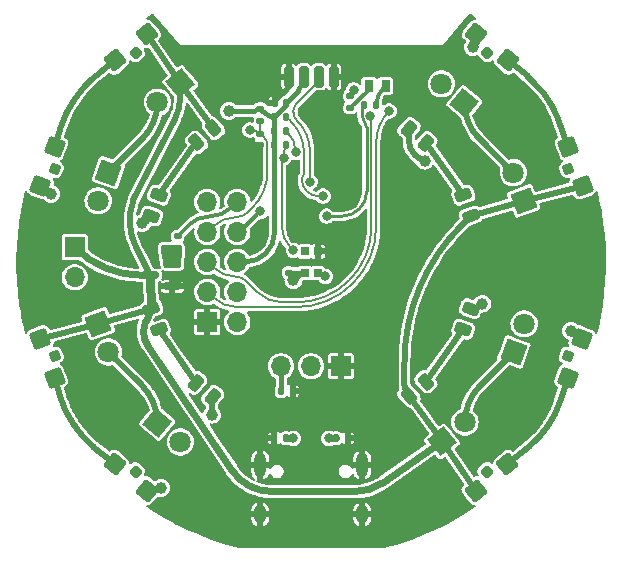
<source format=gbr>
G04 #@! TF.GenerationSoftware,KiCad,Pcbnew,8.0.5*
G04 #@! TF.CreationDate,2024-12-08T19:55:37-06:00*
G04 #@! TF.ProjectId,kbxIrBlaster,6b627849-7242-46c6-9173-7465722e6b69,rev?*
G04 #@! TF.SameCoordinates,Original*
G04 #@! TF.FileFunction,Copper,L2,Bot*
G04 #@! TF.FilePolarity,Positive*
%FSLAX46Y46*%
G04 Gerber Fmt 4.6, Leading zero omitted, Abs format (unit mm)*
G04 Created by KiCad (PCBNEW 8.0.5) date 2024-12-08 19:55:37*
%MOMM*%
%LPD*%
G01*
G04 APERTURE LIST*
G04 Aperture macros list*
%AMRoundRect*
0 Rectangle with rounded corners*
0 $1 Rounding radius*
0 $2 $3 $4 $5 $6 $7 $8 $9 X,Y pos of 4 corners*
0 Add a 4 corners polygon primitive as box body*
4,1,4,$2,$3,$4,$5,$6,$7,$8,$9,$2,$3,0*
0 Add four circle primitives for the rounded corners*
1,1,$1+$1,$2,$3*
1,1,$1+$1,$4,$5*
1,1,$1+$1,$6,$7*
1,1,$1+$1,$8,$9*
0 Add four rect primitives between the rounded corners*
20,1,$1+$1,$2,$3,$4,$5,0*
20,1,$1+$1,$4,$5,$6,$7,0*
20,1,$1+$1,$6,$7,$8,$9,0*
20,1,$1+$1,$8,$9,$2,$3,0*%
%AMRotRect*
0 Rectangle, with rotation*
0 The origin of the aperture is its center*
0 $1 length*
0 $2 width*
0 $3 Rotation angle, in degrees counterclockwise*
0 Add horizontal line*
21,1,$1,$2,0,0,$3*%
G04 Aperture macros list end*
G04 #@! TA.AperFunction,ComponentPad*
%ADD10O,1.700000X1.700000*%
G04 #@! TD*
G04 #@! TA.AperFunction,ComponentPad*
%ADD11R,1.700000X1.700000*%
G04 #@! TD*
G04 #@! TA.AperFunction,ComponentPad*
%ADD12C,0.800000*%
G04 #@! TD*
G04 #@! TA.AperFunction,ComponentPad*
%ADD13C,5.000000*%
G04 #@! TD*
G04 #@! TA.AperFunction,ComponentPad*
%ADD14O,1.000000X2.100000*%
G04 #@! TD*
G04 #@! TA.AperFunction,ComponentPad*
%ADD15O,1.000000X1.600000*%
G04 #@! TD*
G04 #@! TA.AperFunction,SMDPad,CuDef*
%ADD16RoundRect,0.150000X0.587500X0.150000X-0.587500X0.150000X-0.587500X-0.150000X0.587500X-0.150000X0*%
G04 #@! TD*
G04 #@! TA.AperFunction,SMDPad,CuDef*
%ADD17RoundRect,0.250000X0.704416X0.061628X-0.061628X0.704416X-0.704416X-0.061628X0.061628X-0.704416X0*%
G04 #@! TD*
G04 #@! TA.AperFunction,SMDPad,CuDef*
%ADD18RoundRect,0.225000X0.316987X0.027733X-0.027733X0.316987X-0.316987X-0.027733X0.027733X-0.316987X0*%
G04 #@! TD*
G04 #@! TA.AperFunction,ComponentPad*
%ADD19RotRect,1.800000X1.800000X320.000000*%
G04 #@! TD*
G04 #@! TA.AperFunction,ComponentPad*
%ADD20C,1.800000*%
G04 #@! TD*
G04 #@! TA.AperFunction,SMDPad,CuDef*
%ADD21RoundRect,0.250000X0.061628X0.704416X-0.704416X0.061628X-0.061628X-0.704416X0.704416X-0.061628X0*%
G04 #@! TD*
G04 #@! TA.AperFunction,SMDPad,CuDef*
%ADD22RoundRect,0.225000X0.027733X0.316987X-0.316987X0.027733X-0.027733X-0.316987X0.316987X-0.027733X0*%
G04 #@! TD*
G04 #@! TA.AperFunction,SMDPad,CuDef*
%ADD23RoundRect,0.140000X0.170000X-0.140000X0.170000X0.140000X-0.170000X0.140000X-0.170000X-0.140000X0*%
G04 #@! TD*
G04 #@! TA.AperFunction,SMDPad,CuDef*
%ADD24RoundRect,0.135000X0.135000X0.185000X-0.135000X0.185000X-0.135000X-0.185000X0.135000X-0.185000X0*%
G04 #@! TD*
G04 #@! TA.AperFunction,SMDPad,CuDef*
%ADD25R,0.700000X0.700000*%
G04 #@! TD*
G04 #@! TA.AperFunction,ComponentPad*
%ADD26RotRect,1.800000X1.800000X70.000000*%
G04 #@! TD*
G04 #@! TA.AperFunction,SMDPad,CuDef*
%ADD27RoundRect,0.135000X-0.135000X-0.185000X0.135000X-0.185000X0.135000X0.185000X-0.135000X0.185000X0*%
G04 #@! TD*
G04 #@! TA.AperFunction,ComponentPad*
%ADD28RotRect,1.800000X1.800000X140.000000*%
G04 #@! TD*
G04 #@! TA.AperFunction,SMDPad,CuDef*
%ADD29RoundRect,0.250000X-0.704416X-0.061628X0.061628X-0.704416X0.704416X0.061628X-0.061628X0.704416X0*%
G04 #@! TD*
G04 #@! TA.AperFunction,SMDPad,CuDef*
%ADD30RoundRect,0.225000X-0.316987X-0.027733X0.027733X-0.316987X0.316987X0.027733X-0.027733X0.316987X0*%
G04 #@! TD*
G04 #@! TA.AperFunction,SMDPad,CuDef*
%ADD31RoundRect,0.243750X-0.479995X-0.192828X-0.106549X-0.506187X0.479995X0.192828X0.106549X0.506187X0*%
G04 #@! TD*
G04 #@! TA.AperFunction,SMDPad,CuDef*
%ADD32RoundRect,0.243750X-0.345367X0.385097X-0.512102X-0.073003X0.345367X-0.385097X0.512102X0.073003X0*%
G04 #@! TD*
G04 #@! TA.AperFunction,SMDPad,CuDef*
%ADD33RoundRect,0.250000X0.298836X-0.640856X0.640856X0.298836X-0.298836X0.640856X-0.640856X-0.298836X0*%
G04 #@! TD*
G04 #@! TA.AperFunction,SMDPad,CuDef*
%ADD34RoundRect,0.225000X0.134476X-0.288385X0.288385X0.134476X-0.134476X0.288385X-0.288385X-0.134476X0*%
G04 #@! TD*
G04 #@! TA.AperFunction,SMDPad,CuDef*
%ADD35RoundRect,0.243750X-0.512102X0.073003X-0.345367X-0.385097X0.512102X-0.073003X0.345367X0.385097X0*%
G04 #@! TD*
G04 #@! TA.AperFunction,ComponentPad*
%ADD36RotRect,1.800000X1.800000X290.000000*%
G04 #@! TD*
G04 #@! TA.AperFunction,ComponentPad*
%ADD37RotRect,1.800000X1.800000X250.000000*%
G04 #@! TD*
G04 #@! TA.AperFunction,SMDPad,CuDef*
%ADD38RoundRect,0.250000X-0.640856X0.298836X-0.298836X-0.640856X0.640856X-0.298836X0.298836X0.640856X0*%
G04 #@! TD*
G04 #@! TA.AperFunction,SMDPad,CuDef*
%ADD39RoundRect,0.225000X-0.288385X0.134476X-0.134476X-0.288385X0.288385X-0.134476X0.134476X0.288385X0*%
G04 #@! TD*
G04 #@! TA.AperFunction,SMDPad,CuDef*
%ADD40RoundRect,0.243750X0.345367X-0.385097X0.512102X0.073003X-0.345367X0.385097X-0.512102X-0.073003X0*%
G04 #@! TD*
G04 #@! TA.AperFunction,SMDPad,CuDef*
%ADD41RoundRect,0.250000X0.640856X-0.298836X0.298836X0.640856X-0.640856X0.298836X-0.298836X-0.640856X0*%
G04 #@! TD*
G04 #@! TA.AperFunction,SMDPad,CuDef*
%ADD42RoundRect,0.225000X0.288385X-0.134476X0.134476X0.288385X-0.288385X0.134476X-0.134476X-0.288385X0*%
G04 #@! TD*
G04 #@! TA.AperFunction,ComponentPad*
%ADD43RotRect,1.800000X1.800000X220.000000*%
G04 #@! TD*
G04 #@! TA.AperFunction,SMDPad,CuDef*
%ADD44RoundRect,0.243750X-0.106549X0.506187X-0.479995X0.192828X0.106549X-0.506187X0.479995X-0.192828X0*%
G04 #@! TD*
G04 #@! TA.AperFunction,SMDPad,CuDef*
%ADD45RoundRect,0.135000X0.185000X-0.135000X0.185000X0.135000X-0.185000X0.135000X-0.185000X-0.135000X0*%
G04 #@! TD*
G04 #@! TA.AperFunction,SMDPad,CuDef*
%ADD46RoundRect,0.135000X-0.185000X0.135000X-0.185000X-0.135000X0.185000X-0.135000X0.185000X0.135000X0*%
G04 #@! TD*
G04 #@! TA.AperFunction,SMDPad,CuDef*
%ADD47RoundRect,0.243750X0.512102X-0.073003X0.345367X0.385097X-0.512102X0.073003X-0.345367X-0.385097X0*%
G04 #@! TD*
G04 #@! TA.AperFunction,ComponentPad*
%ADD48RotRect,1.800000X1.800000X40.000000*%
G04 #@! TD*
G04 #@! TA.AperFunction,SMDPad,CuDef*
%ADD49RoundRect,0.243750X0.479995X0.192828X0.106549X0.506187X-0.479995X-0.192828X-0.106549X-0.506187X0*%
G04 #@! TD*
G04 #@! TA.AperFunction,SMDPad,CuDef*
%ADD50RoundRect,0.140000X-0.140000X-0.170000X0.140000X-0.170000X0.140000X0.170000X-0.140000X0.170000X0*%
G04 #@! TD*
G04 #@! TA.AperFunction,SMDPad,CuDef*
%ADD51RoundRect,0.250000X-0.061628X-0.704416X0.704416X-0.061628X0.061628X0.704416X-0.704416X0.061628X0*%
G04 #@! TD*
G04 #@! TA.AperFunction,SMDPad,CuDef*
%ADD52RoundRect,0.225000X-0.027733X-0.316987X0.316987X-0.027733X0.027733X0.316987X-0.316987X0.027733X0*%
G04 #@! TD*
G04 #@! TA.AperFunction,SMDPad,CuDef*
%ADD53RoundRect,0.140000X0.140000X0.170000X-0.140000X0.170000X-0.140000X-0.170000X0.140000X-0.170000X0*%
G04 #@! TD*
G04 #@! TA.AperFunction,SMDPad,CuDef*
%ADD54RoundRect,0.243750X0.106549X-0.506187X0.479995X-0.192828X-0.106549X0.506187X-0.479995X0.192828X0*%
G04 #@! TD*
G04 #@! TA.AperFunction,SMDPad,CuDef*
%ADD55R,0.800000X1.000000*%
G04 #@! TD*
G04 #@! TA.AperFunction,SMDPad,CuDef*
%ADD56RoundRect,0.200000X-0.200000X-0.700000X0.200000X-0.700000X0.200000X0.700000X-0.200000X0.700000X0*%
G04 #@! TD*
G04 #@! TA.AperFunction,ComponentPad*
%ADD57RotRect,1.800000X1.800000X110.000000*%
G04 #@! TD*
G04 #@! TA.AperFunction,SMDPad,CuDef*
%ADD58RoundRect,0.140000X-0.170000X0.140000X-0.170000X-0.140000X0.170000X-0.140000X0.170000X0.140000X0*%
G04 #@! TD*
G04 #@! TA.AperFunction,SMDPad,CuDef*
%ADD59RoundRect,0.250000X-0.298836X0.640856X-0.640856X-0.298836X0.298836X-0.640856X0.640856X0.298836X0*%
G04 #@! TD*
G04 #@! TA.AperFunction,SMDPad,CuDef*
%ADD60RoundRect,0.225000X-0.134476X0.288385X-0.288385X-0.134476X0.134476X-0.288385X0.288385X0.134476X0*%
G04 #@! TD*
G04 #@! TA.AperFunction,ViaPad*
%ADD61C,0.800000*%
G04 #@! TD*
G04 #@! TA.AperFunction,ViaPad*
%ADD62C,1.000000*%
G04 #@! TD*
G04 #@! TA.AperFunction,Conductor*
%ADD63C,0.600000*%
G04 #@! TD*
G04 #@! TA.AperFunction,Conductor*
%ADD64C,0.450000*%
G04 #@! TD*
G04 #@! TA.AperFunction,Conductor*
%ADD65C,0.750000*%
G04 #@! TD*
G04 #@! TA.AperFunction,Conductor*
%ADD66C,0.500000*%
G04 #@! TD*
G04 #@! TA.AperFunction,Conductor*
%ADD67C,0.200000*%
G04 #@! TD*
G04 #@! TA.AperFunction,Conductor*
%ADD68C,0.300000*%
G04 #@! TD*
G04 #@! TA.AperFunction,Conductor*
%ADD69C,0.250000*%
G04 #@! TD*
G04 APERTURE END LIST*
D10*
X129975000Y-91276328D03*
D11*
X129975000Y-88736328D03*
D12*
X130625000Y-78000000D03*
X131174175Y-76674175D03*
X131174175Y-79325825D03*
X132500000Y-76125000D03*
D13*
X132500000Y-78000000D03*
D12*
X132500000Y-79875000D03*
X133825825Y-76674175D03*
X133825825Y-79325825D03*
X134375000Y-78000000D03*
X130625000Y-102000000D03*
X131174175Y-100674175D03*
X131174175Y-103325825D03*
X132500000Y-100125000D03*
D13*
X132500000Y-102000000D03*
D12*
X132500000Y-103875000D03*
X133825825Y-100674175D03*
X133825825Y-103325825D03*
X134375000Y-102000000D03*
X165625000Y-102000000D03*
X166174175Y-100674175D03*
X166174175Y-103325825D03*
X167500000Y-100125000D03*
D13*
X167500000Y-102000000D03*
D12*
X167500000Y-103875000D03*
X168825825Y-100674175D03*
X168825825Y-103325825D03*
X169375000Y-102000000D03*
X165625000Y-78000000D03*
X166174175Y-76674175D03*
X166174175Y-79325825D03*
X167500000Y-76125000D03*
D13*
X167500000Y-78000000D03*
D12*
X167500000Y-79875000D03*
X168825825Y-76674175D03*
X168825825Y-79325825D03*
X169375000Y-78000000D03*
D14*
X145680000Y-107170000D03*
D15*
X145680000Y-111350000D03*
D14*
X154320000Y-107170000D03*
D15*
X154320000Y-111350000D03*
D11*
X141210000Y-95050000D03*
D10*
X143750000Y-95050000D03*
X141210000Y-92510000D03*
X143750000Y-92510000D03*
X141210000Y-89970000D03*
X143750000Y-89970000D03*
X141210000Y-87430000D03*
X143750000Y-87430000D03*
X141210000Y-84890000D03*
X143750000Y-84890000D03*
D11*
X152540000Y-98793735D03*
D10*
X150000000Y-98793735D03*
X147460000Y-98793735D03*
D16*
X138237500Y-90150000D03*
X138237500Y-92050000D03*
X136362500Y-91100000D03*
D17*
X166669184Y-72907901D03*
X163988028Y-70658144D03*
D18*
X164910794Y-72280951D03*
D19*
X136973293Y-103580446D03*
D20*
X138919046Y-105213127D03*
D21*
X136061972Y-70658144D03*
X133380816Y-72907901D03*
D22*
X135139204Y-72280951D03*
D23*
X148100000Y-90880000D03*
X148100000Y-89920000D03*
D24*
X147910000Y-78900000D03*
X146890000Y-78900000D03*
D25*
X149450000Y-89085000D03*
X150550000Y-89085000D03*
X150550000Y-90915000D03*
X149450000Y-90915000D03*
D26*
X167163924Y-97598108D03*
D20*
X168032656Y-95211288D03*
D27*
X152090000Y-104900000D03*
X153110000Y-104900000D03*
D28*
X162976707Y-76519554D03*
D20*
X161030954Y-74886873D03*
D29*
X133380816Y-107092099D03*
X136061972Y-109341856D03*
D30*
X135139206Y-107719049D03*
D31*
X140231833Y-100197387D03*
X141668167Y-101402613D03*
D32*
X137120644Y-84319039D03*
X136479356Y-86080961D03*
D33*
X171731618Y-99773452D03*
X172928689Y-96484527D03*
D34*
X171719353Y-97906677D03*
D35*
X136479356Y-93919038D03*
X137120644Y-95680962D03*
D36*
X131963924Y-95201892D03*
D20*
X132832656Y-97588712D03*
D37*
X132836076Y-82401892D03*
D20*
X131967344Y-84788712D03*
D38*
X127071311Y-96484527D03*
X128268381Y-99773452D03*
D39*
X128280647Y-97906677D03*
D40*
X162879356Y-95680962D03*
X163520644Y-93919038D03*
D41*
X172978689Y-83515473D03*
X171781618Y-80226548D03*
D42*
X171769353Y-82093324D03*
D27*
X146890000Y-77700000D03*
X147910000Y-77700000D03*
D43*
X138926707Y-74830446D03*
D20*
X136980954Y-76463127D03*
D44*
X141718167Y-78647387D03*
X140281833Y-79852613D03*
D45*
X145700000Y-78010000D03*
X145700000Y-76990000D03*
D46*
X138700000Y-87790000D03*
X138700000Y-88810000D03*
D24*
X147910000Y-80100000D03*
X146890000Y-80100000D03*
D47*
X163520644Y-86080961D03*
X162879356Y-84319039D03*
D48*
X161073293Y-105169555D03*
D20*
X163019046Y-103536874D03*
D49*
X159718167Y-79902613D03*
X158281833Y-78697387D03*
D50*
X147463498Y-100900000D03*
X148423498Y-100900000D03*
D51*
X163938028Y-109341856D03*
X166619184Y-107092099D03*
D52*
X164860794Y-107719049D03*
D53*
X147880000Y-76500000D03*
X146920000Y-76500000D03*
D54*
X158281833Y-101302613D03*
X159718167Y-100097387D03*
D55*
X156300000Y-75050000D03*
X154900000Y-75050000D03*
X154900000Y-72550000D03*
X156300000Y-72550000D03*
D27*
X154490000Y-76700000D03*
X155510000Y-76700000D03*
D45*
X137600000Y-88810000D03*
X137600000Y-87790000D03*
D56*
X148095000Y-74300000D03*
X149365000Y-74300000D03*
X150635000Y-74300000D03*
X151905000Y-74300000D03*
D24*
X147910000Y-104900000D03*
X146890000Y-104900000D03*
D57*
X167986076Y-84798108D03*
D20*
X167117344Y-82411288D03*
D46*
X153300000Y-75890000D03*
X153300000Y-76910000D03*
D58*
X145700000Y-79120000D03*
X145700000Y-80080000D03*
D59*
X128268381Y-80226548D03*
X127071311Y-83515473D03*
D60*
X128280647Y-82093323D03*
D61*
X147400000Y-95900000D03*
X153500000Y-85100000D03*
X150600000Y-92200000D03*
X127800000Y-85600000D03*
X154100000Y-73900000D03*
X146600000Y-101900000D03*
X149100000Y-87900000D03*
X146200000Y-92100000D03*
X170600000Y-96100000D03*
X139900000Y-88700000D03*
X158800000Y-82800000D03*
X143100000Y-78400000D03*
X145350000Y-80600000D03*
X138700000Y-91400000D03*
X138700000Y-96000000D03*
X142450000Y-83700000D03*
X163300000Y-73100000D03*
X138400000Y-110100000D03*
X157900000Y-77100000D03*
X153800000Y-78700000D03*
X147500000Y-89500000D03*
D62*
X148500000Y-91500000D03*
X143045298Y-77200000D03*
D61*
X144800000Y-78800000D03*
X147700000Y-81149998D03*
X148500000Y-89000000D03*
D62*
X163700000Y-71800000D03*
D61*
X148500000Y-104900000D03*
X151500000Y-104900000D03*
X148700000Y-80700000D03*
X154981258Y-77595608D03*
X156600000Y-77200000D03*
X145700000Y-85700000D03*
X153600000Y-75400000D03*
X151200000Y-91200000D03*
D62*
X128000000Y-84200000D03*
X137300000Y-109100000D03*
X172000000Y-95800000D03*
X135700000Y-86700000D03*
X141600000Y-102900000D03*
X164500000Y-93500000D03*
X159600000Y-81400000D03*
D61*
X151000000Y-84400000D03*
X149900000Y-83200000D03*
X151300000Y-86100000D03*
D63*
X129975000Y-88736328D02*
G75*
G03*
X135681408Y-91099988I5706400J5706428D01*
G01*
X135681408Y-91100000D02*
X136362500Y-91100000D01*
D64*
X148095000Y-75105000D02*
X148095000Y-74300000D01*
X146920000Y-76500000D02*
X146920000Y-76280000D01*
X146920000Y-76280000D02*
X148095000Y-75105000D01*
X148100000Y-90880000D02*
X149365503Y-90880000D01*
X148500000Y-91500000D02*
X148255564Y-91255564D01*
X147463498Y-100900000D02*
X147463498Y-98802179D01*
X149450000Y-90915000D02*
X149426459Y-90913852D01*
X147463498Y-98802179D02*
X147460000Y-98793735D01*
X148845512Y-91154488D02*
X148500000Y-91500000D01*
X149426459Y-90913852D02*
G75*
G03*
X148845540Y-91154516I41J-821548D01*
G01*
X148255564Y-91255564D02*
G75*
G02*
X148099992Y-90880000I375536J375564D01*
G01*
X149365503Y-90880000D02*
G75*
G02*
X149449999Y-90915001I-3J-119500D01*
G01*
X146070588Y-77360589D02*
X145700000Y-76990000D01*
X147880000Y-76500000D02*
X147880000Y-76685010D01*
X147880000Y-76685010D02*
X146890000Y-77675010D01*
X146890000Y-77700000D02*
X146890000Y-78900000D01*
X146890000Y-78900000D02*
X146890000Y-80100000D01*
X143045298Y-77200000D02*
X145193016Y-77200000D01*
X146890000Y-77675010D02*
X146890000Y-77700000D01*
X146890000Y-87490000D02*
X146890000Y-80100000D01*
X144410000Y-89970000D02*
X143750000Y-89970000D01*
X148859419Y-75520582D02*
X147880000Y-76500000D01*
X146890000Y-77700000D02*
G75*
G02*
X146070593Y-77360584I0J1158800D01*
G01*
X146890000Y-87490000D02*
G75*
G02*
X144410000Y-89970000I-2480000J0D01*
G01*
X145193016Y-77200000D02*
G75*
G03*
X145699996Y-76989996I-16J717000D01*
G01*
X149365000Y-74300000D02*
G75*
G02*
X148859426Y-75520589I-1726200J0D01*
G01*
D63*
X156030463Y-108682215D02*
X161073293Y-105169555D01*
D65*
X136362500Y-91100000D02*
X136479356Y-93919038D01*
D63*
X135800000Y-95888606D02*
X135800000Y-95836841D01*
X146626996Y-109400000D02*
X153744186Y-109400000D01*
D66*
X161073293Y-105169555D02*
X158281833Y-101302613D01*
X138926707Y-74830446D02*
X136061972Y-70658144D01*
D63*
X143310708Y-107636566D02*
X136141856Y-97006889D01*
D66*
X138926707Y-74830446D02*
X138911493Y-76066381D01*
X138926707Y-74830446D02*
X141718167Y-78647387D01*
X157900000Y-100380787D02*
X157900000Y-98500000D01*
D63*
X135982141Y-95002942D02*
X136479356Y-93919038D01*
D66*
X162707191Y-86894414D02*
X163520644Y-86080961D01*
X131963924Y-95201892D02*
X127071311Y-96484527D01*
X136362500Y-91100000D02*
X135172927Y-88734607D01*
X131963924Y-95201892D02*
X136479356Y-93919038D01*
X167986076Y-84798108D02*
X172978689Y-83515473D01*
X163520644Y-86080961D02*
X167986076Y-84798108D01*
X161073293Y-105169555D02*
X163938028Y-109341856D01*
X138476360Y-77832050D02*
X134945476Y-84766884D01*
D63*
X135800000Y-95836841D02*
G75*
G02*
X135982125Y-95002935I2000000J41D01*
G01*
D66*
X138476360Y-77832050D02*
G75*
G03*
X138911513Y-76066381I-3564560J1814950D01*
G01*
D63*
X156030463Y-108682215D02*
G75*
G02*
X153744186Y-109399992I-2286263J3282215D01*
G01*
D66*
X135172927Y-88734607D02*
G75*
G02*
X134945505Y-84766895I4466873J2246407D01*
G01*
D63*
X135800000Y-95888606D02*
G75*
G03*
X136141858Y-97006887I2000000J6D01*
G01*
D66*
X157900000Y-98500000D02*
G75*
G02*
X162707186Y-86894409I16412800J0D01*
G01*
X158281833Y-101302613D02*
G75*
G02*
X157900021Y-100380787I921867J921813D01*
G01*
D63*
X146626996Y-109400000D02*
G75*
G02*
X143310710Y-107636565I4J4000000D01*
G01*
D67*
X141599046Y-87040955D02*
X141210000Y-87430000D01*
X146300000Y-80124264D02*
X146300000Y-82300000D01*
X144800000Y-78800000D02*
X144927452Y-78800000D01*
X145734143Y-79134143D02*
X146000000Y-79400000D01*
X145700000Y-79120000D02*
X145700000Y-78010000D01*
X145027208Y-85372792D02*
X144603554Y-85796446D01*
X146000000Y-79400000D02*
G75*
G02*
X146300015Y-80124264I-724300J-724300D01*
G01*
X145700000Y-79120000D02*
G75*
G02*
X145734146Y-79134140I0J-48300D01*
G01*
X143750000Y-86150000D02*
G75*
G03*
X141599047Y-87040956I0J-3041900D01*
G01*
X146300000Y-82300000D02*
G75*
G02*
X145027211Y-85372795I-4345600J0D01*
G01*
X144927452Y-78800000D02*
G75*
G02*
X145699985Y-79120015I-52J-1092600D01*
G01*
X144603554Y-85796446D02*
G75*
G02*
X143750000Y-86150002I-853554J853546D01*
G01*
X147500000Y-86910051D02*
X147500000Y-81632840D01*
X147700000Y-80606984D02*
X147700000Y-81149998D01*
X148500000Y-89000000D02*
X148270711Y-88770711D01*
X147910000Y-80100000D02*
G75*
G03*
X147699994Y-80606984I507000J-507000D01*
G01*
X147500000Y-81632840D02*
G75*
G02*
X147699988Y-81149986I682800J40D01*
G01*
X148270711Y-88770711D02*
G75*
G02*
X147500044Y-86910051I1860689J1860611D01*
G01*
D66*
X163700000Y-70946172D02*
X163988028Y-70658144D01*
X163700000Y-71800000D02*
X163700000Y-70946172D01*
D63*
X147910000Y-104900000D02*
X148500000Y-104900000D01*
X152090000Y-104900000D02*
X151500000Y-104900000D01*
D67*
X147910000Y-78900000D02*
X147985822Y-78975822D01*
X147985822Y-78975822D02*
G75*
G02*
X148699987Y-80700000I-1724222J-1724178D01*
G01*
X144432843Y-91532843D02*
X145400000Y-92500000D01*
X141210000Y-89970000D02*
X141599045Y-90359045D01*
X147572792Y-93400000D02*
X148700000Y-93400000D01*
X155100000Y-87000000D02*
X155100000Y-77882276D01*
X143750000Y-91250000D02*
G75*
G02*
X144432846Y-91532840I0J-965700D01*
G01*
X145400000Y-92500000D02*
G75*
G03*
X147572792Y-93400003I2172800J2172800D01*
G01*
X141599045Y-90359045D02*
G75*
G03*
X143750000Y-91250003I2150955J2150945D01*
G01*
X148700000Y-93400000D02*
G75*
G03*
X155100000Y-87000000I0J6400000D01*
G01*
X155100000Y-77882276D02*
G75*
G03*
X154981244Y-77595622I-405400J-24D01*
G01*
X155500000Y-87000000D02*
X155500000Y-79855634D01*
X141210000Y-92510000D02*
X141616116Y-92916116D01*
X143750000Y-93800000D02*
X148700000Y-93800000D01*
X141616116Y-92916116D02*
G75*
G03*
X143750000Y-93799990I2133884J2133916D01*
G01*
X155500000Y-79855634D02*
G75*
G02*
X156599990Y-77199990I3755600J34D01*
G01*
X148700000Y-93800000D02*
G75*
G03*
X155500000Y-87000000I0J6800000D01*
G01*
D68*
X145700000Y-85700000D02*
X143970000Y-87430000D01*
X143970000Y-87430000D02*
X143750000Y-87430000D01*
X153434350Y-75565649D02*
X153600000Y-75400000D01*
X153300000Y-75890000D02*
G75*
G02*
X153434351Y-75565650I458700J0D01*
G01*
X143402167Y-85237832D02*
X143750000Y-84890000D01*
X138700000Y-87790000D02*
X139731888Y-86758112D01*
X141200000Y-86150000D02*
G75*
G03*
X143402160Y-85237825I0J3114300D01*
G01*
X139731888Y-86758112D02*
G75*
G02*
X141200000Y-86149993I1468112J-1468088D01*
G01*
D69*
X151173094Y-91173094D02*
X151200000Y-91200000D01*
X150550000Y-90915000D02*
G75*
G02*
X151173096Y-91173092I0J-881200D01*
G01*
D68*
X153355637Y-76894100D02*
X154688054Y-75561683D01*
X153319537Y-76909048D02*
X153355637Y-76894100D01*
X153300000Y-76910000D02*
X153319537Y-76909048D01*
X154688054Y-75561683D02*
G75*
G03*
X154900009Y-75050000I-511654J511683D01*
G01*
X156300000Y-75050000D02*
X156118112Y-75231888D01*
X156118112Y-75231888D02*
G75*
G03*
X155509993Y-76700000I1468088J-1468112D01*
G01*
D66*
X128000000Y-84200000D02*
X127315473Y-83515473D01*
X127315473Y-83515473D02*
X127071311Y-83515473D01*
X131772463Y-74199411D02*
X133380816Y-72907901D01*
X129918052Y-76286279D02*
X130253236Y-75813078D01*
X128268381Y-80226548D02*
X128823177Y-78483737D01*
X128823177Y-78483737D02*
G75*
G02*
X129918043Y-76286272I7623123J-2426663D01*
G01*
X130253236Y-75813078D02*
G75*
G02*
X131772464Y-74199413I6528164J-4624122D01*
G01*
X129841153Y-103665407D02*
X130061892Y-103982720D01*
X131565025Y-105607330D02*
X133380816Y-107092099D01*
X128268381Y-99773452D02*
X128733678Y-101354926D01*
X129841153Y-103665407D02*
G75*
G02*
X128733681Y-101354925I6567247J4568507D01*
G01*
X131565025Y-105607330D02*
G75*
G02*
X130061886Y-103982724I5064075J6193130D01*
G01*
X136061972Y-109341856D02*
X137300000Y-109100000D01*
X172684527Y-96484527D02*
X172928689Y-96484527D01*
X172000000Y-95800000D02*
X172684527Y-96484527D01*
X171731618Y-99773452D02*
X171054968Y-101824191D01*
X170060294Y-103834956D02*
X170039812Y-103864891D01*
X168525680Y-105520662D02*
X166619184Y-107092099D01*
X170039812Y-103864891D02*
G75*
G02*
X168525673Y-105520653I-6602412J4517491D01*
G01*
X170060294Y-103834956D02*
G75*
G03*
X171054972Y-101824192I-6602394J4517456D01*
G01*
X166669184Y-72907901D02*
X168324885Y-74264778D01*
X169694476Y-75706789D02*
X169838233Y-75901888D01*
X170890817Y-77844893D02*
X171781618Y-80226548D01*
X168324885Y-74264778D02*
G75*
G02*
X169694475Y-75706790I-5070785J-6187522D01*
G01*
X170890817Y-77844893D02*
G75*
G03*
X169838228Y-75901892I-7493017J-2802607D01*
G01*
X137120644Y-84319039D02*
X140281833Y-79852613D01*
X135973678Y-86586639D02*
X136479356Y-86080961D01*
X135700000Y-86700000D02*
G75*
G03*
X135973670Y-86586631I0J387000D01*
G01*
X141600000Y-101470780D02*
X141600000Y-102900000D01*
X141668167Y-101402613D02*
X141600000Y-101470780D01*
X137120644Y-95680962D02*
X140231833Y-100197387D01*
X164500000Y-93500000D02*
X164477167Y-93522833D01*
X164477167Y-93522833D02*
G75*
G02*
X163520644Y-93919066I-956567J956533D01*
G01*
X159718167Y-100097387D02*
X162879356Y-95680962D01*
X158700000Y-80800000D02*
X158829289Y-80929289D01*
X158281833Y-78697387D02*
X158281833Y-79790456D01*
X158829289Y-80929289D02*
X159087867Y-81187867D01*
X159087867Y-81187867D02*
G75*
G03*
X159600000Y-81399989I512133J512167D01*
G01*
X158281833Y-79790456D02*
G75*
G03*
X158699987Y-80800013I1427667J-44D01*
G01*
X162879356Y-84319039D02*
X159718167Y-79902613D01*
X135712484Y-79525485D02*
X132836076Y-82401892D01*
X136980954Y-76463126D02*
G75*
G02*
X135712476Y-79525477I-4330854J26D01*
G01*
X135664370Y-100420428D02*
X132832655Y-97588712D01*
X136973293Y-103580446D02*
G75*
G03*
X135664384Y-100420414I-4468893J46D01*
G01*
X164287517Y-100474515D02*
X167163924Y-97598108D01*
X163019046Y-103536875D02*
G75*
G02*
X164287525Y-100474523I4330854J-25D01*
G01*
D67*
X149400000Y-82458579D02*
X149400000Y-80800000D01*
X149200000Y-83000000D02*
X149200000Y-82900000D01*
X149270711Y-82729290D02*
X149300000Y-82700000D01*
X148261558Y-78051558D02*
X147910000Y-77700000D01*
X151000000Y-84400000D02*
X150600000Y-84400000D01*
X150600000Y-84400000D02*
G75*
G02*
X149200000Y-83000000I0J1400000D01*
G01*
X149400000Y-80800000D02*
G75*
G03*
X148261561Y-78051555I-3886900J0D01*
G01*
X149200000Y-82900000D02*
G75*
G02*
X149270715Y-82729294I241400J0D01*
G01*
X149300000Y-82700000D02*
G75*
G03*
X149399991Y-82458579I-241400J241400D01*
G01*
X148500000Y-77300000D02*
X148500000Y-77082842D01*
X149900000Y-83200000D02*
X149900000Y-80655634D01*
X148800000Y-78000000D02*
X148782843Y-77982843D01*
X148700000Y-76600000D02*
X150376906Y-74923094D01*
X150376906Y-74923094D02*
G75*
G03*
X150634996Y-74300000I-623106J623094D01*
G01*
X149900000Y-80655634D02*
G75*
G03*
X148800010Y-77999990I-3755600J34D01*
G01*
X148782843Y-77982843D02*
G75*
G02*
X148500004Y-77300000I682857J682843D01*
G01*
X148500000Y-77082842D02*
G75*
G02*
X148699987Y-76599987I682800J42D01*
G01*
D66*
X164214919Y-79508862D02*
X167117345Y-82411288D01*
X162976707Y-76519554D02*
G75*
G03*
X164214902Y-79508879I4227493J-46D01*
G01*
D69*
X154300000Y-77400000D02*
X154300000Y-77158700D01*
X151300000Y-86100000D02*
X152600000Y-86100000D01*
X154300000Y-77612201D02*
X154300000Y-77400000D01*
X154500000Y-78100000D02*
X154503505Y-78103505D01*
X154700000Y-84000000D02*
X154700000Y-78582842D01*
X154700000Y-78582842D02*
G75*
G03*
X154500013Y-78099987I-682800J42D01*
G01*
X152600000Y-86100000D02*
G75*
G03*
X154700000Y-84000000I0J2100000D01*
G01*
X154503505Y-78103505D02*
G75*
G02*
X154299997Y-77612201I491295J491305D01*
G01*
X154300000Y-77158700D02*
G75*
G02*
X154490000Y-76700000I648700J0D01*
G01*
G04 #@! TA.AperFunction,Conductor*
G36*
X135357785Y-94781800D02*
G01*
X135405908Y-94819587D01*
X135422629Y-94878444D01*
X135417593Y-94906128D01*
X135333603Y-95157432D01*
X135333603Y-95157434D01*
X135281669Y-95395223D01*
X135274940Y-95426035D01*
X135246856Y-95686280D01*
X135245441Y-95699388D01*
X135245499Y-95834996D01*
X135245499Y-95847609D01*
X135245483Y-95847658D01*
X135245500Y-95894225D01*
X135245500Y-95967900D01*
X135245526Y-95968299D01*
X135245543Y-96015020D01*
X135245543Y-96015022D01*
X135270502Y-96266583D01*
X135270505Y-96266607D01*
X135320184Y-96514495D01*
X135394092Y-96756262D01*
X135394098Y-96756278D01*
X135491512Y-96989560D01*
X135491516Y-96989570D01*
X135611486Y-97212094D01*
X135611488Y-97212097D01*
X135611493Y-97212106D01*
X135630919Y-97240933D01*
X135637737Y-97251051D01*
X135637956Y-97251424D01*
X135648877Y-97267618D01*
X135648877Y-97267620D01*
X135682136Y-97316934D01*
X135719782Y-97372754D01*
X135719783Y-97372755D01*
X142784448Y-107847948D01*
X142811536Y-107888112D01*
X142811555Y-107888143D01*
X142891917Y-108007300D01*
X142891946Y-108007341D01*
X142895402Y-108012465D01*
X142895550Y-108012655D01*
X142906577Y-108028999D01*
X142964239Y-108114465D01*
X142964243Y-108114470D01*
X143219570Y-108428788D01*
X143219579Y-108428798D01*
X143501792Y-108719218D01*
X143501799Y-108719225D01*
X143648452Y-108845499D01*
X143808679Y-108983462D01*
X143993756Y-109116154D01*
X144137805Y-109219430D01*
X144486569Y-109425257D01*
X144852223Y-109599321D01*
X145231880Y-109740251D01*
X145457104Y-109801754D01*
X145622538Y-109846930D01*
X145622539Y-109846930D01*
X145622546Y-109846932D01*
X145924739Y-109901210D01*
X146021137Y-109918525D01*
X146088366Y-109924514D01*
X146424510Y-109954463D01*
X146424536Y-109954463D01*
X146547145Y-109954484D01*
X146547357Y-109954500D01*
X153795113Y-109954500D01*
X153942241Y-109954526D01*
X154227687Y-109929654D01*
X154336842Y-109920144D01*
X154336851Y-109920142D01*
X154336860Y-109920142D01*
X154727005Y-109851632D01*
X155109730Y-109749513D01*
X155482145Y-109614556D01*
X155841439Y-109447780D01*
X156184899Y-109250444D01*
X156305598Y-109166338D01*
X156342799Y-109140416D01*
X156342803Y-109140422D01*
X156342826Y-109140396D01*
X156347397Y-109137213D01*
X156402644Y-109098731D01*
X156402645Y-109098728D01*
X156409127Y-109094214D01*
X156409140Y-109094204D01*
X156643382Y-108931039D01*
X160405749Y-106310304D01*
X160464303Y-106292560D01*
X160522106Y-106312621D01*
X160538171Y-106327904D01*
X160571503Y-106367627D01*
X160783516Y-106620294D01*
X160842544Y-106667671D01*
X160842545Y-106667671D01*
X160842548Y-106667673D01*
X160939742Y-106696001D01*
X160939742Y-106696000D01*
X160939746Y-106696002D01*
X161040391Y-106684980D01*
X161106747Y-106648576D01*
X161106748Y-106648576D01*
X161165793Y-106599030D01*
X161258021Y-106521641D01*
X161314751Y-106498721D01*
X161374119Y-106513523D01*
X161403270Y-106541442D01*
X162589820Y-108269574D01*
X162927646Y-108761596D01*
X162944997Y-108820270D01*
X162924546Y-108877936D01*
X162909669Y-108893470D01*
X162872365Y-108924772D01*
X162830482Y-108968348D01*
X162758947Y-109094554D01*
X162758944Y-109094562D01*
X162725862Y-109235803D01*
X162733915Y-109380653D01*
X162782449Y-109517364D01*
X162782453Y-109517373D01*
X162791917Y-109531475D01*
X162816125Y-109567548D01*
X162816129Y-109567553D01*
X162816132Y-109567557D01*
X163110630Y-109918525D01*
X163520948Y-110407522D01*
X163564520Y-110449401D01*
X163649262Y-110497434D01*
X163690728Y-110520937D01*
X163690729Y-110520937D01*
X163690734Y-110520939D01*
X163784894Y-110542993D01*
X163831977Y-110554021D01*
X163848976Y-110553075D01*
X163908124Y-110568721D01*
X163946782Y-110616147D01*
X163950180Y-110677238D01*
X163917022Y-110728659D01*
X163908183Y-110735085D01*
X163129280Y-111238135D01*
X163125939Y-111240200D01*
X162276660Y-111742125D01*
X162273240Y-111744056D01*
X161404681Y-112211926D01*
X161401187Y-112213719D01*
X160514796Y-112646753D01*
X160511234Y-112648407D01*
X159608340Y-113045958D01*
X159604716Y-113047469D01*
X158686759Y-113408900D01*
X158683077Y-113410266D01*
X157751514Y-113735004D01*
X157747780Y-113736223D01*
X156804084Y-114023756D01*
X156800306Y-114024826D01*
X156143597Y-114196772D01*
X156118521Y-114200000D01*
X143881474Y-114200000D01*
X143856399Y-114196772D01*
X143668808Y-114147655D01*
X143199693Y-114024827D01*
X143195915Y-114023757D01*
X142252219Y-113736224D01*
X142248485Y-113735005D01*
X141316922Y-113410267D01*
X141313240Y-113408901D01*
X140395283Y-113047470D01*
X140391659Y-113045959D01*
X139488774Y-112648413D01*
X139485221Y-112646763D01*
X138598791Y-112213709D01*
X138595316Y-112211926D01*
X138215186Y-112007160D01*
X137726759Y-111744057D01*
X137723339Y-111742126D01*
X136874059Y-111240201D01*
X136870718Y-111238136D01*
X136464426Y-110975735D01*
X144926000Y-110975735D01*
X144926000Y-111095999D01*
X144926001Y-111096000D01*
X145380000Y-111096000D01*
X145380000Y-111604000D01*
X144926001Y-111604000D01*
X144926000Y-111604001D01*
X144926000Y-111724264D01*
X144954976Y-111869933D01*
X144954976Y-111869935D01*
X145011811Y-112007148D01*
X145011817Y-112007160D01*
X145094330Y-112130646D01*
X145094333Y-112130650D01*
X145199349Y-112235666D01*
X145199353Y-112235669D01*
X145322848Y-112318186D01*
X145425999Y-112360913D01*
X145426000Y-112360912D01*
X145426000Y-111810060D01*
X145439940Y-111834205D01*
X145495795Y-111890060D01*
X145564204Y-111929556D01*
X145640504Y-111950000D01*
X145719496Y-111950000D01*
X145795796Y-111929556D01*
X145864205Y-111890060D01*
X145920060Y-111834205D01*
X145934000Y-111810060D01*
X145934000Y-112360913D01*
X146037151Y-112318186D01*
X146160646Y-112235669D01*
X146160650Y-112235666D01*
X146265666Y-112130650D01*
X146265669Y-112130646D01*
X146348182Y-112007160D01*
X146348188Y-112007148D01*
X146405023Y-111869935D01*
X146405023Y-111869933D01*
X146433999Y-111724264D01*
X146434000Y-111724260D01*
X146434000Y-111604001D01*
X146433999Y-111604000D01*
X145980000Y-111604000D01*
X145980000Y-111096000D01*
X146433999Y-111096000D01*
X146434000Y-111095999D01*
X146434000Y-110975739D01*
X146433999Y-110975735D01*
X153566000Y-110975735D01*
X153566000Y-111095999D01*
X153566001Y-111096000D01*
X154020000Y-111096000D01*
X154020000Y-111604000D01*
X153566001Y-111604000D01*
X153566000Y-111604001D01*
X153566000Y-111724264D01*
X153594976Y-111869933D01*
X153594976Y-111869935D01*
X153651811Y-112007148D01*
X153651817Y-112007160D01*
X153734330Y-112130646D01*
X153734333Y-112130650D01*
X153839349Y-112235666D01*
X153839353Y-112235669D01*
X153962848Y-112318186D01*
X154065999Y-112360913D01*
X154066000Y-112360912D01*
X154066000Y-111810060D01*
X154079940Y-111834205D01*
X154135795Y-111890060D01*
X154204204Y-111929556D01*
X154280504Y-111950000D01*
X154359496Y-111950000D01*
X154435796Y-111929556D01*
X154504205Y-111890060D01*
X154560060Y-111834205D01*
X154574000Y-111810060D01*
X154574000Y-112360913D01*
X154677151Y-112318186D01*
X154800646Y-112235669D01*
X154800650Y-112235666D01*
X154905666Y-112130650D01*
X154905669Y-112130646D01*
X154988182Y-112007160D01*
X154988188Y-112007148D01*
X155045023Y-111869935D01*
X155045023Y-111869933D01*
X155073999Y-111724264D01*
X155074000Y-111724260D01*
X155074000Y-111604001D01*
X155073999Y-111604000D01*
X154620000Y-111604000D01*
X154620000Y-111096000D01*
X155073999Y-111096000D01*
X155074000Y-111095999D01*
X155074000Y-110975739D01*
X155073999Y-110975735D01*
X155045023Y-110830066D01*
X155045023Y-110830064D01*
X154988188Y-110692851D01*
X154988182Y-110692839D01*
X154905669Y-110569353D01*
X154905666Y-110569349D01*
X154800650Y-110464333D01*
X154800646Y-110464330D01*
X154677152Y-110381813D01*
X154574000Y-110339085D01*
X154574000Y-110889939D01*
X154560060Y-110865795D01*
X154504205Y-110809940D01*
X154435796Y-110770444D01*
X154359496Y-110750000D01*
X154280504Y-110750000D01*
X154204204Y-110770444D01*
X154135795Y-110809940D01*
X154079940Y-110865795D01*
X154066000Y-110889939D01*
X154066000Y-110339086D01*
X154065999Y-110339085D01*
X153962847Y-110381813D01*
X153839353Y-110464330D01*
X153839349Y-110464333D01*
X153734333Y-110569349D01*
X153734330Y-110569353D01*
X153651817Y-110692839D01*
X153651811Y-110692851D01*
X153594976Y-110830064D01*
X153594976Y-110830066D01*
X153566000Y-110975735D01*
X146433999Y-110975735D01*
X146405023Y-110830066D01*
X146405023Y-110830064D01*
X146348188Y-110692851D01*
X146348182Y-110692839D01*
X146265669Y-110569353D01*
X146265666Y-110569349D01*
X146160650Y-110464333D01*
X146160646Y-110464330D01*
X146037152Y-110381813D01*
X145934000Y-110339085D01*
X145934000Y-110889939D01*
X145920060Y-110865795D01*
X145864205Y-110809940D01*
X145795796Y-110770444D01*
X145719496Y-110750000D01*
X145640504Y-110750000D01*
X145564204Y-110770444D01*
X145495795Y-110809940D01*
X145439940Y-110865795D01*
X145426000Y-110889939D01*
X145426000Y-110339086D01*
X145425999Y-110339085D01*
X145322847Y-110381813D01*
X145199353Y-110464330D01*
X145199349Y-110464333D01*
X145094333Y-110569349D01*
X145094330Y-110569353D01*
X145011817Y-110692839D01*
X145011811Y-110692851D01*
X144954976Y-110830064D01*
X144954976Y-110830066D01*
X144926000Y-110975735D01*
X136464426Y-110975735D01*
X136091813Y-110735085D01*
X136053189Y-110687632D01*
X136049833Y-110626539D01*
X136083028Y-110575141D01*
X136140095Y-110553071D01*
X136151007Y-110553074D01*
X136168023Y-110554021D01*
X136252193Y-110534306D01*
X136309265Y-110520939D01*
X136309267Y-110520938D01*
X136309272Y-110520937D01*
X136435480Y-110449401D01*
X136479052Y-110407524D01*
X136951035Y-109845034D01*
X137002923Y-109812612D01*
X137059571Y-109815227D01*
X137131039Y-109840235D01*
X137131043Y-109840236D01*
X137131046Y-109840237D01*
X137131047Y-109840237D01*
X137131051Y-109840238D01*
X137299996Y-109859274D01*
X137300000Y-109859274D01*
X137300004Y-109859274D01*
X137468948Y-109840238D01*
X137468950Y-109840237D01*
X137468954Y-109840237D01*
X137629437Y-109784082D01*
X137773400Y-109693624D01*
X137893624Y-109573400D01*
X137984082Y-109429437D01*
X138040237Y-109268954D01*
X138043972Y-109235805D01*
X138059274Y-109100004D01*
X138059274Y-109099995D01*
X138040238Y-108931051D01*
X138040235Y-108931039D01*
X138006872Y-108835695D01*
X137984082Y-108770563D01*
X137970933Y-108749637D01*
X137893626Y-108626603D01*
X137893625Y-108626602D01*
X137893624Y-108626600D01*
X137773400Y-108506376D01*
X137773397Y-108506374D01*
X137773396Y-108506373D01*
X137629438Y-108415918D01*
X137468960Y-108359764D01*
X137468948Y-108359761D01*
X137300004Y-108340726D01*
X137299996Y-108340726D01*
X137131051Y-108359761D01*
X137131039Y-108359764D01*
X136970562Y-108415918D01*
X136970561Y-108415918D01*
X136826603Y-108506373D01*
X136826597Y-108506377D01*
X136800593Y-108532382D01*
X136746076Y-108560158D01*
X136685644Y-108550586D01*
X136666957Y-108538217D01*
X136287665Y-108219954D01*
X136241143Y-108188734D01*
X136237485Y-108186279D01*
X136237480Y-108186277D01*
X136100769Y-108137743D01*
X136100770Y-108137743D01*
X135955921Y-108129691D01*
X135944803Y-108132295D01*
X135883834Y-108127155D01*
X135837530Y-108087160D01*
X135823578Y-108027587D01*
X135846392Y-107972264D01*
X135852992Y-107964399D01*
X135884998Y-107916704D01*
X135931128Y-107786766D01*
X135938780Y-107649095D01*
X135907338Y-107514845D01*
X135839345Y-107394891D01*
X135839342Y-107394887D01*
X135799546Y-107353481D01*
X135799545Y-107353480D01*
X135791387Y-107346635D01*
X135526657Y-107124500D01*
X135384560Y-107005266D01*
X135372920Y-106997455D01*
X135336861Y-106973257D01*
X135336860Y-106973256D01*
X135206926Y-106927128D01*
X135206925Y-106927127D01*
X135206923Y-106927127D01*
X135206922Y-106927126D01*
X135206919Y-106927126D01*
X135069253Y-106919475D01*
X135069252Y-106919475D01*
X135043777Y-106925441D01*
X134935002Y-106950916D01*
X134935001Y-106950917D01*
X134856517Y-106995404D01*
X134815048Y-107018910D01*
X134815047Y-107018910D01*
X134815045Y-107018912D01*
X134815044Y-107018912D01*
X134773638Y-107058708D01*
X134773637Y-107058709D01*
X134767032Y-107066581D01*
X134715144Y-107099004D01*
X134654108Y-107094736D01*
X134607237Y-107055407D01*
X134592347Y-106997449D01*
X134592981Y-106986048D01*
X134571919Y-106896124D01*
X134559899Y-106844805D01*
X134559896Y-106844797D01*
X134488362Y-106718593D01*
X134488361Y-106718591D01*
X134446484Y-106675019D01*
X134446482Y-106675017D01*
X134446481Y-106675016D01*
X133606518Y-105970204D01*
X133606513Y-105970200D01*
X133606509Y-105970197D01*
X133570796Y-105946231D01*
X133556329Y-105936522D01*
X133556324Y-105936520D01*
X133419613Y-105887986D01*
X133419614Y-105887986D01*
X133274763Y-105879933D01*
X133133522Y-105913015D01*
X133133514Y-105913018D01*
X133007307Y-105984553D01*
X132986035Y-106004998D01*
X132930978Y-106031688D01*
X132870748Y-106020919D01*
X132854767Y-106010259D01*
X131885456Y-105217654D01*
X131883353Y-105215886D01*
X131880164Y-105213127D01*
X137759600Y-105213127D01*
X137779342Y-105426175D01*
X137837895Y-105631967D01*
X137933265Y-105823497D01*
X138062205Y-105994241D01*
X138220324Y-106138385D01*
X138402236Y-106251020D01*
X138601749Y-106328312D01*
X138812066Y-106367627D01*
X139026026Y-106367627D01*
X139236343Y-106328312D01*
X139435856Y-106251020D01*
X139617768Y-106138385D01*
X139775887Y-105994241D01*
X139904827Y-105823497D01*
X140000197Y-105631967D01*
X140058750Y-105426175D01*
X140078492Y-105213127D01*
X140058750Y-105000079D01*
X140000197Y-104794287D01*
X139904827Y-104602757D01*
X139775887Y-104432013D01*
X139617768Y-104287869D01*
X139435856Y-104175234D01*
X139236343Y-104097942D01*
X139236342Y-104097941D01*
X139236340Y-104097941D01*
X139026026Y-104058627D01*
X138812066Y-104058627D01*
X138601751Y-104097941D01*
X138545224Y-104119840D01*
X138402236Y-104175234D01*
X138220324Y-104287869D01*
X138220321Y-104287871D01*
X138062206Y-104432012D01*
X138062205Y-104432013D01*
X138037555Y-104464655D01*
X137933266Y-104602755D01*
X137933261Y-104602764D01*
X137837896Y-104794284D01*
X137837895Y-104794287D01*
X137779342Y-105000079D01*
X137759600Y-105213127D01*
X131880164Y-105213127D01*
X131669843Y-105031181D01*
X131571799Y-104946364D01*
X131567769Y-104942676D01*
X131272674Y-104657273D01*
X131268832Y-104653345D01*
X131183598Y-104561223D01*
X130990024Y-104352007D01*
X130986425Y-104347894D01*
X130724742Y-104031524D01*
X130721361Y-104027197D01*
X130605567Y-103870223D01*
X130476994Y-103695924D01*
X130475401Y-103693702D01*
X130473196Y-103690533D01*
X130277191Y-103408775D01*
X130256203Y-103378604D01*
X130254452Y-103375998D01*
X129994580Y-102975546D01*
X129991303Y-102970123D01*
X129758499Y-102555195D01*
X129755565Y-102549545D01*
X129755171Y-102548724D01*
X129602119Y-102229415D01*
X129549942Y-102120560D01*
X129547376Y-102114733D01*
X129369738Y-101673374D01*
X129367556Y-101667406D01*
X129218128Y-101213925D01*
X129217190Y-101210916D01*
X129215459Y-101205033D01*
X129053720Y-100655304D01*
X129055434Y-100594144D01*
X129092771Y-100545671D01*
X129114837Y-100534332D01*
X129127130Y-100529858D01*
X129181385Y-100503238D01*
X129291773Y-100409108D01*
X129340834Y-100334085D01*
X129371169Y-100287697D01*
X129371169Y-100287695D01*
X129371172Y-100287692D01*
X129413146Y-100148824D01*
X129414297Y-100003757D01*
X129399816Y-99945084D01*
X129024787Y-98914703D01*
X128998167Y-98860448D01*
X128934045Y-98785251D01*
X128904038Y-98750061D01*
X128904035Y-98750058D01*
X128782626Y-98670663D01*
X128782617Y-98670659D01*
X128771692Y-98667357D01*
X128721461Y-98632421D01*
X128701359Y-98574632D01*
X128719063Y-98516064D01*
X128766483Y-98479561D01*
X128770988Y-98477920D01*
X128776129Y-98476050D01*
X128827694Y-98450747D01*
X128847826Y-98433581D01*
X128932608Y-98361287D01*
X128932607Y-98361287D01*
X128932613Y-98361283D01*
X129008075Y-98245882D01*
X129047971Y-98113897D01*
X129049064Y-97976018D01*
X129035301Y-97920253D01*
X128914631Y-97588712D01*
X131673210Y-97588712D01*
X131692952Y-97801760D01*
X131751505Y-98007552D01*
X131846875Y-98199082D01*
X131975815Y-98369826D01*
X132133934Y-98513970D01*
X132315846Y-98626605D01*
X132515359Y-98703897D01*
X132725676Y-98743212D01*
X132939636Y-98743212D01*
X133149953Y-98703897D01*
X133150627Y-98703635D01*
X133150932Y-98703618D01*
X133154359Y-98702644D01*
X133154578Y-98703415D01*
X133211714Y-98700232D01*
X133256411Y-98725939D01*
X135306093Y-100775621D01*
X135309080Y-100778742D01*
X135538370Y-101028969D01*
X135543921Y-101035585D01*
X135749197Y-101303106D01*
X135754151Y-101310181D01*
X135935331Y-101594579D01*
X135939649Y-101602058D01*
X136017501Y-101751612D01*
X136072741Y-101857728D01*
X136095354Y-101901166D01*
X136099001Y-101908989D01*
X136158227Y-102051972D01*
X136228045Y-102220530D01*
X136230999Y-102228646D01*
X136315584Y-102496925D01*
X136315050Y-102558108D01*
X136297004Y-102590330D01*
X135494276Y-103546986D01*
X135494274Y-103546989D01*
X135457869Y-103613344D01*
X135457868Y-103613345D01*
X135451506Y-103671439D01*
X135448824Y-103695936D01*
X135446846Y-103713994D01*
X135446846Y-103713998D01*
X135475175Y-103811191D01*
X135475177Y-103811195D01*
X135522552Y-103870223D01*
X135522554Y-103870225D01*
X135522557Y-103870228D01*
X136939833Y-105059462D01*
X136939837Y-105059465D01*
X136986207Y-105084905D01*
X137006191Y-105095869D01*
X137006192Y-105095870D01*
X137006193Y-105095870D01*
X137006195Y-105095871D01*
X137106840Y-105106893D01*
X137106843Y-105106892D01*
X137106845Y-105106892D01*
X137182070Y-105084966D01*
X137204042Y-105078562D01*
X137263070Y-105031187D01*
X138452312Y-103613902D01*
X138488718Y-103547544D01*
X138499740Y-103446899D01*
X138499739Y-103446895D01*
X138499739Y-103446893D01*
X138471410Y-103349700D01*
X138471409Y-103349699D01*
X138471409Y-103349697D01*
X138424034Y-103290669D01*
X138424030Y-103290666D01*
X138424028Y-103290663D01*
X137353932Y-102392748D01*
X137321509Y-102340860D01*
X137321303Y-102340020D01*
X137320692Y-102337476D01*
X137294751Y-102229415D01*
X137292783Y-102223359D01*
X137223250Y-102009354D01*
X137173985Y-101857728D01*
X137024429Y-101496663D01*
X136847004Y-101148444D01*
X136663173Y-100848458D01*
X136642804Y-100815218D01*
X136558334Y-100698955D01*
X136413091Y-100499044D01*
X136413082Y-100499033D01*
X136413077Y-100499027D01*
X136159289Y-100201878D01*
X136159282Y-100201871D01*
X136021105Y-100063693D01*
X135974140Y-100016727D01*
X135974140Y-100016728D01*
X133966276Y-98008863D01*
X133938499Y-97954346D01*
X133941060Y-97911766D01*
X133962237Y-97837337D01*
X133972360Y-97801760D01*
X133992102Y-97588712D01*
X133972360Y-97375664D01*
X133913807Y-97169872D01*
X133818437Y-96978342D01*
X133689497Y-96807598D01*
X133531378Y-96663454D01*
X133349466Y-96550819D01*
X133149953Y-96473527D01*
X133149952Y-96473526D01*
X133149950Y-96473526D01*
X132939636Y-96434212D01*
X132725676Y-96434212D01*
X132515361Y-96473526D01*
X132488116Y-96484081D01*
X132315846Y-96550819D01*
X132145711Y-96656162D01*
X132133931Y-96663456D01*
X131975816Y-96807597D01*
X131846876Y-96978340D01*
X131846871Y-96978349D01*
X131751506Y-97169869D01*
X131751505Y-97169872D01*
X131692952Y-97375664D01*
X131673210Y-97588712D01*
X128914631Y-97588712D01*
X128850020Y-97411195D01*
X128824717Y-97359630D01*
X128824715Y-97359628D01*
X128824714Y-97359625D01*
X128735257Y-97254715D01*
X128735254Y-97254713D01*
X128735253Y-97254711D01*
X128619852Y-97179249D01*
X128619849Y-97179247D01*
X128487867Y-97139352D01*
X128352137Y-97138277D01*
X128349988Y-97138260D01*
X128349987Y-97138260D01*
X128349986Y-97138260D01*
X128294238Y-97152018D01*
X128294214Y-97152025D01*
X128284560Y-97155539D01*
X128223412Y-97157670D01*
X128172690Y-97123451D01*
X128151768Y-97065954D01*
X128167853Y-97008322D01*
X128174102Y-96998767D01*
X128216076Y-96859899D01*
X128216698Y-96781407D01*
X128236066Y-96723371D01*
X128285849Y-96687800D01*
X128290552Y-96686440D01*
X130928368Y-95994918D01*
X130989448Y-95998451D01*
X131036789Y-96037213D01*
X131046499Y-96056822D01*
X131195438Y-96466026D01*
X131195440Y-96466030D01*
X131195441Y-96466032D01*
X131206393Y-96484081D01*
X131229565Y-96522270D01*
X131234705Y-96530740D01*
X131316355Y-96590607D01*
X131414700Y-96614673D01*
X131489508Y-96603159D01*
X133228064Y-95970375D01*
X133292772Y-95931111D01*
X133352639Y-95849461D01*
X133376705Y-95751116D01*
X133365191Y-95676308D01*
X133286778Y-95460873D01*
X133284644Y-95399727D01*
X133318858Y-95349002D01*
X133352751Y-95331784D01*
X135296644Y-94779516D01*
X135357785Y-94781800D01*
G37*
G04 #@! TD.AperFunction*
G04 #@! TA.AperFunction,Conductor*
G36*
X136696188Y-69018907D02*
G01*
X136713818Y-69035345D01*
X137886625Y-70432465D01*
X138863649Y-71596357D01*
X138868829Y-71604891D01*
X138878140Y-71614202D01*
X138883959Y-71620552D01*
X138887624Y-71624918D01*
X138888873Y-71625500D01*
X138889438Y-71625500D01*
X138894588Y-71625500D01*
X138903195Y-71625875D01*
X138908305Y-71626321D01*
X138908305Y-71626320D01*
X138916296Y-71627018D01*
X138926154Y-71625500D01*
X161073839Y-71625500D01*
X161083703Y-71627019D01*
X161091694Y-71626321D01*
X161091695Y-71626322D01*
X161096816Y-71625874D01*
X161105425Y-71625500D01*
X161111124Y-71625500D01*
X161112376Y-71624915D01*
X161112736Y-71624485D01*
X161112740Y-71624485D01*
X161116061Y-71620527D01*
X161121859Y-71614202D01*
X161125500Y-71610562D01*
X161125500Y-71610559D01*
X161131169Y-71604891D01*
X161136345Y-71596364D01*
X163286178Y-69035348D01*
X163338071Y-69002936D01*
X163362002Y-69000000D01*
X163472125Y-69000000D01*
X163526760Y-69016441D01*
X163907675Y-69268518D01*
X163945768Y-69316399D01*
X163948442Y-69377526D01*
X163914675Y-69428550D01*
X163875617Y-69447468D01*
X163740734Y-69479060D01*
X163740726Y-69479063D01*
X163614522Y-69550597D01*
X163570945Y-69592478D01*
X162866133Y-70432441D01*
X162866123Y-70432455D01*
X162832451Y-70482630D01*
X162832449Y-70482635D01*
X162783915Y-70619346D01*
X162775862Y-70764196D01*
X162808944Y-70905437D01*
X162808947Y-70905445D01*
X162880481Y-71031649D01*
X162880483Y-71031652D01*
X162922356Y-71075220D01*
X162922362Y-71075226D01*
X163080179Y-71207650D01*
X163112602Y-71259538D01*
X163108334Y-71320574D01*
X163100369Y-71336159D01*
X163015918Y-71470561D01*
X163015918Y-71470562D01*
X162959764Y-71631039D01*
X162959761Y-71631051D01*
X162940726Y-71799995D01*
X162940726Y-71800004D01*
X162959761Y-71968948D01*
X162959764Y-71968960D01*
X163015918Y-72129437D01*
X163015918Y-72129438D01*
X163104025Y-72269659D01*
X163106376Y-72273400D01*
X163226600Y-72393624D01*
X163226602Y-72393625D01*
X163226603Y-72393626D01*
X163366719Y-72481667D01*
X163370563Y-72484082D01*
X163398936Y-72494010D01*
X163531039Y-72540235D01*
X163531043Y-72540236D01*
X163531046Y-72540237D01*
X163531047Y-72540237D01*
X163531051Y-72540238D01*
X163699996Y-72559274D01*
X163700000Y-72559274D01*
X163700004Y-72559274D01*
X163868948Y-72540238D01*
X163868950Y-72540237D01*
X163868954Y-72540237D01*
X164029437Y-72484082D01*
X164029443Y-72484077D01*
X164034453Y-72481667D01*
X164035812Y-72484490D01*
X164082780Y-72471988D01*
X164139865Y-72494010D01*
X164163560Y-72522024D01*
X164184675Y-72559274D01*
X164210656Y-72605111D01*
X164210657Y-72605112D01*
X164250453Y-72646518D01*
X164250456Y-72646521D01*
X164348005Y-72728374D01*
X164649176Y-72981087D01*
X164665444Y-72994737D01*
X164713139Y-73026743D01*
X164843077Y-73072873D01*
X164980748Y-73080525D01*
X165114998Y-73049083D01*
X165234952Y-72981090D01*
X165272937Y-72944583D01*
X165276359Y-72941294D01*
X165276359Y-72941292D01*
X165276364Y-72941289D01*
X165282963Y-72933423D01*
X165334845Y-72900997D01*
X165395881Y-72905259D01*
X165442756Y-72944583D01*
X165457653Y-73002544D01*
X165457019Y-73013954D01*
X165490100Y-73155194D01*
X165490103Y-73155202D01*
X165558204Y-73275349D01*
X165561639Y-73281409D01*
X165603516Y-73324981D01*
X165603518Y-73324983D01*
X166443481Y-74029795D01*
X166443484Y-74029797D01*
X166443491Y-74029803D01*
X166493673Y-74063479D01*
X166630386Y-74112013D01*
X166630385Y-74112013D01*
X166702810Y-74116039D01*
X166775235Y-74120066D01*
X166775235Y-74120065D01*
X166775236Y-74120066D01*
X166916477Y-74086984D01*
X166916479Y-74086983D01*
X166916484Y-74086982D01*
X167042692Y-74015446D01*
X167063098Y-73995833D01*
X167118151Y-73969142D01*
X167178382Y-73979909D01*
X167194449Y-73990638D01*
X167755829Y-74450698D01*
X167953733Y-74612884D01*
X168003890Y-74653989D01*
X168006244Y-74655980D01*
X168354567Y-74960058D01*
X168359063Y-74964235D01*
X168686672Y-75288325D01*
X168690910Y-75292787D01*
X168997687Y-75636629D01*
X169001648Y-75641357D01*
X169287410Y-76004897D01*
X169289276Y-76007349D01*
X169301540Y-76023992D01*
X169301541Y-76023995D01*
X169301542Y-76023995D01*
X169421533Y-76186840D01*
X169421534Y-76186841D01*
X169431262Y-76200044D01*
X169432857Y-76202273D01*
X169667547Y-76539989D01*
X169670552Y-76544579D01*
X169885459Y-76893613D01*
X169888204Y-76898362D01*
X170083434Y-77258742D01*
X170085913Y-77263637D01*
X170260883Y-77634283D01*
X170263087Y-77639307D01*
X170417694Y-78020155D01*
X170418689Y-78022708D01*
X170429480Y-78051556D01*
X170429481Y-78051558D01*
X170922867Y-79370681D01*
X170925544Y-79431808D01*
X170891780Y-79482834D01*
X170873759Y-79494236D01*
X170868617Y-79496759D01*
X170868614Y-79496761D01*
X170758227Y-79590890D01*
X170758224Y-79590893D01*
X170678829Y-79712302D01*
X170678826Y-79712309D01*
X170636852Y-79851177D01*
X170635702Y-79996243D01*
X170650180Y-80054908D01*
X171025213Y-81085300D01*
X171025214Y-81085303D01*
X171051832Y-81139552D01*
X171145960Y-81249938D01*
X171145963Y-81249941D01*
X171267372Y-81329336D01*
X171267375Y-81329337D01*
X171267378Y-81329339D01*
X171270138Y-81330173D01*
X171278307Y-81332643D01*
X171328538Y-81367578D01*
X171348641Y-81425367D01*
X171330938Y-81483935D01*
X171283524Y-81520437D01*
X171273872Y-81523949D01*
X171222301Y-81549256D01*
X171117391Y-81638713D01*
X171117385Y-81638720D01*
X171041923Y-81754121D01*
X171002028Y-81886103D01*
X171002028Y-81886104D01*
X171000936Y-82023984D01*
X171014694Y-82079732D01*
X171014696Y-82079736D01*
X171014699Y-82079748D01*
X171185260Y-82548364D01*
X171199980Y-82588806D01*
X171225285Y-82640375D01*
X171314742Y-82745285D01*
X171314744Y-82745287D01*
X171314747Y-82745290D01*
X171430147Y-82820751D01*
X171430150Y-82820753D01*
X171562132Y-82860648D01*
X171563207Y-82860656D01*
X171700012Y-82861741D01*
X171755777Y-82847978D01*
X171765429Y-82844464D01*
X171826574Y-82842327D01*
X171877300Y-82876539D01*
X171898230Y-82934034D01*
X171882149Y-82991673D01*
X171875899Y-83001231D01*
X171875897Y-83001234D01*
X171833923Y-83140102D01*
X171833923Y-83140103D01*
X171833346Y-83212840D01*
X171813977Y-83270879D01*
X171764193Y-83306449D01*
X171758983Y-83307940D01*
X169023193Y-84010782D01*
X168962128Y-84006949D01*
X168914978Y-83967955D01*
X168905529Y-83948756D01*
X168901634Y-83938054D01*
X168754559Y-83533968D01*
X168715295Y-83469260D01*
X168633645Y-83409393D01*
X168535300Y-83385327D01*
X168535299Y-83385327D01*
X168535298Y-83385327D01*
X168460494Y-83396840D01*
X168460491Y-83396841D01*
X167554480Y-83726603D01*
X166721936Y-84029625D01*
X166721934Y-84029625D01*
X166721934Y-84029626D01*
X166657228Y-84068888D01*
X166597361Y-84150538D01*
X166573295Y-84248884D01*
X166573295Y-84248885D01*
X166584808Y-84323689D01*
X166584809Y-84323692D01*
X166664529Y-84542723D01*
X166666664Y-84603872D01*
X166632449Y-84654596D01*
X166598835Y-84671734D01*
X164287740Y-85335678D01*
X164226590Y-85333573D01*
X164205254Y-85320918D01*
X164204585Y-85321942D01*
X164078746Y-85239653D01*
X163985153Y-85211363D01*
X163941599Y-85198198D01*
X163941598Y-85198197D01*
X163799465Y-85197070D01*
X163798329Y-85197061D01*
X163798328Y-85197061D01*
X163740392Y-85211359D01*
X162793343Y-85556058D01*
X162793340Y-85556059D01*
X162739767Y-85582345D01*
X162739764Y-85582347D01*
X162630745Y-85675309D01*
X162552330Y-85795222D01*
X162552330Y-85795223D01*
X162510874Y-85932371D01*
X162509739Y-86075640D01*
X162524036Y-86133572D01*
X162524038Y-86133576D01*
X162524040Y-86133584D01*
X162557715Y-86226107D01*
X162563979Y-86243317D01*
X162566114Y-86304465D01*
X162540953Y-86347179D01*
X162381752Y-86506381D01*
X162381735Y-86506389D01*
X162074078Y-86814045D01*
X162074059Y-86814065D01*
X161547423Y-87391761D01*
X161048044Y-87993140D01*
X160576938Y-88616986D01*
X160135898Y-89260829D01*
X160135175Y-89261885D01*
X159723655Y-89926513D01*
X159612893Y-90125369D01*
X159343266Y-90609443D01*
X158994831Y-91309196D01*
X158933330Y-91448484D01*
X158679078Y-92024309D01*
X158679073Y-92024320D01*
X158679072Y-92024324D01*
X158396685Y-92753249D01*
X158148268Y-93494430D01*
X157934337Y-94246319D01*
X157755371Y-95007239D01*
X157755365Y-95007266D01*
X157611729Y-95775652D01*
X157611725Y-95775675D01*
X157503730Y-96549868D01*
X157431601Y-97328267D01*
X157431599Y-97328308D01*
X157395500Y-98109137D01*
X157395500Y-100453346D01*
X157395520Y-100453660D01*
X157395520Y-100499296D01*
X157425343Y-100725842D01*
X157414192Y-100786003D01*
X157406563Y-100797932D01*
X157403701Y-100801770D01*
X157333053Y-100926408D01*
X157333051Y-100926412D01*
X157308287Y-101032153D01*
X157301683Y-101060352D01*
X157300380Y-101065914D01*
X157308331Y-101208964D01*
X157308333Y-101208971D01*
X157354407Y-101338754D01*
X157356265Y-101343986D01*
X157373557Y-101369755D01*
X157389519Y-101393541D01*
X157389528Y-101393554D01*
X158037335Y-102165578D01*
X158037337Y-102165580D01*
X158080364Y-102206934D01*
X158118668Y-102228646D01*
X158205009Y-102277586D01*
X158344510Y-102310259D01*
X158344515Y-102310258D01*
X158344748Y-102310279D01*
X158344932Y-102310357D01*
X158351404Y-102311873D01*
X158351141Y-102312992D01*
X158401071Y-102334185D01*
X158416393Y-102350958D01*
X159954390Y-104481507D01*
X159973120Y-104539755D01*
X159954034Y-104597888D01*
X159937756Y-104615290D01*
X159622554Y-104879777D01*
X159622550Y-104879782D01*
X159575178Y-104938804D01*
X159575174Y-104938810D01*
X159546846Y-105036002D01*
X159546846Y-105036006D01*
X159557868Y-105136655D01*
X159594271Y-105203009D01*
X159594271Y-105203010D01*
X159694655Y-105322642D01*
X159717576Y-105379372D01*
X159702774Y-105438740D01*
X159675402Y-105467513D01*
X155748845Y-108202616D01*
X155715320Y-108225969D01*
X155711736Y-108228352D01*
X155464306Y-108385191D01*
X155456848Y-108389476D01*
X155198681Y-108523238D01*
X155190879Y-108526860D01*
X154922067Y-108637710D01*
X154913979Y-108640641D01*
X154636557Y-108727737D01*
X154628246Y-108729954D01*
X154344323Y-108792637D01*
X154335850Y-108794125D01*
X154047554Y-108831925D01*
X154038985Y-108832672D01*
X153746123Y-108845406D01*
X153741822Y-108845499D01*
X153670797Y-108845499D01*
X153670781Y-108845500D01*
X146629420Y-108845500D01*
X146624585Y-108845382D01*
X146582419Y-108843319D01*
X146295589Y-108829290D01*
X146285963Y-108828346D01*
X145962511Y-108780579D01*
X145953022Y-108778700D01*
X145635774Y-108699596D01*
X145626514Y-108696800D01*
X145421758Y-108623884D01*
X145373282Y-108586551D01*
X145356009Y-108527854D01*
X145376535Y-108470215D01*
X145399970Y-108448305D01*
X145426000Y-108430912D01*
X145426000Y-107880060D01*
X145439940Y-107904205D01*
X145495795Y-107960060D01*
X145564204Y-107999556D01*
X145640504Y-108020000D01*
X145719496Y-108020000D01*
X145795796Y-107999556D01*
X145864205Y-107960060D01*
X145920060Y-107904205D01*
X145934000Y-107880060D01*
X145934000Y-108430913D01*
X146037151Y-108388186D01*
X146160646Y-108305669D01*
X146160650Y-108305666D01*
X146265666Y-108200650D01*
X146265669Y-108200646D01*
X146348182Y-108077160D01*
X146348188Y-108077148D01*
X146402962Y-107944911D01*
X146442698Y-107898385D01*
X146502193Y-107884101D01*
X146558721Y-107907515D01*
X146580162Y-107933296D01*
X146649481Y-108053360D01*
X146649483Y-108053362D01*
X146649485Y-108053365D01*
X146756635Y-108160515D01*
X146756637Y-108160516D01*
X146756639Y-108160518D01*
X146887861Y-108236279D01*
X146887859Y-108236279D01*
X146887863Y-108236280D01*
X146887865Y-108236281D01*
X147034234Y-108275500D01*
X147034236Y-108275500D01*
X147185764Y-108275500D01*
X147185766Y-108275500D01*
X147332135Y-108236281D01*
X147332137Y-108236279D01*
X147332139Y-108236279D01*
X147463360Y-108160518D01*
X147463360Y-108160517D01*
X147463365Y-108160515D01*
X147570515Y-108053365D01*
X147585398Y-108027587D01*
X147646279Y-107922139D01*
X147646279Y-107922137D01*
X147646281Y-107922135D01*
X147685500Y-107775766D01*
X147685500Y-107624234D01*
X152314500Y-107624234D01*
X152314500Y-107775766D01*
X152330585Y-107835796D01*
X152353720Y-107922139D01*
X152429481Y-108053360D01*
X152429483Y-108053362D01*
X152429485Y-108053365D01*
X152536635Y-108160515D01*
X152536637Y-108160516D01*
X152536639Y-108160518D01*
X152667861Y-108236279D01*
X152667859Y-108236279D01*
X152667863Y-108236280D01*
X152667865Y-108236281D01*
X152814234Y-108275500D01*
X152814236Y-108275500D01*
X152965764Y-108275500D01*
X152965766Y-108275500D01*
X153112135Y-108236281D01*
X153112137Y-108236279D01*
X153112139Y-108236279D01*
X153243360Y-108160518D01*
X153243360Y-108160517D01*
X153243365Y-108160515D01*
X153350515Y-108053365D01*
X153419838Y-107933293D01*
X153465306Y-107892355D01*
X153526156Y-107885959D01*
X153579144Y-107916552D01*
X153597037Y-107944910D01*
X153651813Y-108077151D01*
X153651817Y-108077160D01*
X153734330Y-108200646D01*
X153734333Y-108200650D01*
X153839349Y-108305666D01*
X153839353Y-108305669D01*
X153962848Y-108388186D01*
X154065999Y-108430913D01*
X154066000Y-108430912D01*
X154066000Y-107880060D01*
X154079940Y-107904205D01*
X154135795Y-107960060D01*
X154204204Y-107999556D01*
X154280504Y-108020000D01*
X154359496Y-108020000D01*
X154435796Y-107999556D01*
X154504205Y-107960060D01*
X154560060Y-107904205D01*
X154574000Y-107880060D01*
X154574000Y-108430913D01*
X154677151Y-108388186D01*
X154800646Y-108305669D01*
X154800650Y-108305666D01*
X154905666Y-108200650D01*
X154905669Y-108200646D01*
X154988182Y-108077160D01*
X154988188Y-108077148D01*
X155045023Y-107939935D01*
X155045023Y-107939933D01*
X155073999Y-107794264D01*
X155074000Y-107794260D01*
X155074000Y-107424001D01*
X155073999Y-107424000D01*
X154620000Y-107424000D01*
X154620000Y-106916000D01*
X155073999Y-106916000D01*
X155074000Y-106915999D01*
X155074000Y-106545739D01*
X155073999Y-106545735D01*
X155045023Y-106400066D01*
X155045023Y-106400064D01*
X154988188Y-106262851D01*
X154988182Y-106262839D01*
X154905669Y-106139353D01*
X154905666Y-106139349D01*
X154800650Y-106034333D01*
X154800646Y-106034330D01*
X154677152Y-105951813D01*
X154574000Y-105909085D01*
X154574000Y-106459939D01*
X154560060Y-106435795D01*
X154504205Y-106379940D01*
X154435796Y-106340444D01*
X154359496Y-106320000D01*
X154280504Y-106320000D01*
X154204204Y-106340444D01*
X154135795Y-106379940D01*
X154079940Y-106435795D01*
X154066000Y-106459939D01*
X154066000Y-105909086D01*
X154065999Y-105909085D01*
X153962847Y-105951813D01*
X153839353Y-106034330D01*
X153839349Y-106034333D01*
X153734333Y-106139349D01*
X153734330Y-106139353D01*
X153651817Y-106262839D01*
X153651811Y-106262851D01*
X153594976Y-106400064D01*
X153594976Y-106400066D01*
X153566000Y-106545735D01*
X153566000Y-106915999D01*
X153566001Y-106916000D01*
X154020000Y-106916000D01*
X154020000Y-107424000D01*
X153565999Y-107424000D01*
X153548935Y-107441064D01*
X153494418Y-107468841D01*
X153433986Y-107459269D01*
X153393196Y-107420561D01*
X153350515Y-107346635D01*
X153243365Y-107239485D01*
X153243362Y-107239483D01*
X153243360Y-107239481D01*
X153112138Y-107163720D01*
X153112140Y-107163720D01*
X153055347Y-107148503D01*
X152965766Y-107124500D01*
X152814234Y-107124500D01*
X152724652Y-107148503D01*
X152667860Y-107163720D01*
X152536639Y-107239481D01*
X152429481Y-107346639D01*
X152353720Y-107477860D01*
X152335711Y-107545074D01*
X152314500Y-107624234D01*
X147685500Y-107624234D01*
X147646281Y-107477865D01*
X147646279Y-107477862D01*
X147646279Y-107477860D01*
X147570518Y-107346639D01*
X147570516Y-107346637D01*
X147570515Y-107346635D01*
X147463365Y-107239485D01*
X147463362Y-107239483D01*
X147463360Y-107239481D01*
X147332138Y-107163720D01*
X147332140Y-107163720D01*
X147275347Y-107148503D01*
X147185766Y-107124500D01*
X147034234Y-107124500D01*
X146944652Y-107148503D01*
X146887860Y-107163720D01*
X146756639Y-107239481D01*
X146649483Y-107346637D01*
X146606803Y-107420561D01*
X146561333Y-107461501D01*
X146500483Y-107467896D01*
X146451063Y-107441064D01*
X146433999Y-107424000D01*
X145980000Y-107424000D01*
X145980000Y-106916000D01*
X146433999Y-106916000D01*
X146434000Y-106915999D01*
X146434000Y-106545739D01*
X146433999Y-106545735D01*
X146405023Y-106400066D01*
X146405023Y-106400064D01*
X146348188Y-106262851D01*
X146348182Y-106262839D01*
X146265669Y-106139353D01*
X146265666Y-106139349D01*
X146160650Y-106034333D01*
X146160646Y-106034330D01*
X146037152Y-105951813D01*
X145934000Y-105909085D01*
X145934000Y-106459939D01*
X145920060Y-106435795D01*
X145864205Y-106379940D01*
X145795796Y-106340444D01*
X145719496Y-106320000D01*
X145640504Y-106320000D01*
X145564204Y-106340444D01*
X145495795Y-106379940D01*
X145439940Y-106435795D01*
X145426000Y-106459939D01*
X145426000Y-105909086D01*
X145425999Y-105909085D01*
X145322847Y-105951813D01*
X145199353Y-106034330D01*
X145199349Y-106034333D01*
X145094333Y-106139349D01*
X145094330Y-106139353D01*
X145011817Y-106262839D01*
X145011811Y-106262851D01*
X144954976Y-106400064D01*
X144954976Y-106400066D01*
X144926000Y-106545735D01*
X144926000Y-106915999D01*
X144926001Y-106916000D01*
X145380000Y-106916000D01*
X145380000Y-107424000D01*
X144926001Y-107424000D01*
X144926000Y-107424001D01*
X144926000Y-107794264D01*
X144954976Y-107939933D01*
X144954976Y-107939935D01*
X145011811Y-108077148D01*
X145011817Y-108077160D01*
X145094330Y-108200646D01*
X145094333Y-108200650D01*
X145199349Y-108305666D01*
X145199353Y-108305669D01*
X145241267Y-108333676D01*
X145279146Y-108381726D01*
X145281548Y-108442864D01*
X145247555Y-108493738D01*
X145190151Y-108514915D01*
X145144110Y-108505568D01*
X145013713Y-108444203D01*
X145005173Y-108439661D01*
X144724344Y-108272239D01*
X144716287Y-108266886D01*
X144509563Y-108114463D01*
X144453113Y-108072841D01*
X144445628Y-108066735D01*
X144304813Y-107939933D01*
X144202663Y-107847948D01*
X144195799Y-107841132D01*
X143975338Y-107599671D01*
X143969173Y-107592218D01*
X143911297Y-107514844D01*
X143771830Y-107328392D01*
X143769068Y-107324503D01*
X143732783Y-107270702D01*
X143683853Y-107198151D01*
X142305239Y-105154000D01*
X146372079Y-105154000D01*
X146380427Y-105206706D01*
X146436369Y-105316498D01*
X146523501Y-105403630D01*
X146633295Y-105459573D01*
X146636000Y-105460001D01*
X146636000Y-105154001D01*
X146635999Y-105154000D01*
X146372079Y-105154000D01*
X142305239Y-105154000D01*
X141962634Y-104645999D01*
X146372079Y-104645999D01*
X146372079Y-104646000D01*
X146635999Y-104646000D01*
X146636000Y-104645999D01*
X146636000Y-104339998D01*
X147144000Y-104339998D01*
X147144000Y-105460001D01*
X147146703Y-105459573D01*
X147146704Y-105459573D01*
X147256498Y-105403630D01*
X147329643Y-105330486D01*
X147384160Y-105302709D01*
X147444592Y-105312280D01*
X147469647Y-105330483D01*
X147543204Y-105404040D01*
X147543206Y-105404041D01*
X147653131Y-105460051D01*
X147653133Y-105460051D01*
X147653138Y-105460054D01*
X147744347Y-105474500D01*
X148075652Y-105474499D01*
X148075653Y-105474499D01*
X148083993Y-105473177D01*
X148128188Y-105466178D01*
X148188618Y-105475749D01*
X148189656Y-105476285D01*
X148266207Y-105516463D01*
X148420529Y-105554500D01*
X148420532Y-105554500D01*
X148579468Y-105554500D01*
X148579471Y-105554500D01*
X148733793Y-105516463D01*
X148874529Y-105442599D01*
X148993498Y-105337201D01*
X149083787Y-105206395D01*
X149140149Y-105057782D01*
X149159307Y-104900000D01*
X149159307Y-104899998D01*
X150840693Y-104899998D01*
X150840693Y-104900001D01*
X150859850Y-105057780D01*
X150859853Y-105057789D01*
X150916210Y-105206390D01*
X150916212Y-105206393D01*
X150916213Y-105206395D01*
X150923985Y-105217654D01*
X151006502Y-105337201D01*
X151006502Y-105337202D01*
X151121115Y-105438740D01*
X151125471Y-105442599D01*
X151266207Y-105516463D01*
X151420529Y-105554500D01*
X151420532Y-105554500D01*
X151579468Y-105554500D01*
X151579471Y-105554500D01*
X151733793Y-105516463D01*
X151810316Y-105476299D01*
X151870626Y-105465999D01*
X151871811Y-105466179D01*
X151878278Y-105467203D01*
X151924347Y-105474500D01*
X152255652Y-105474499D01*
X152255654Y-105474499D01*
X152255655Y-105474498D01*
X152309324Y-105465999D01*
X152346857Y-105460055D01*
X152346857Y-105460054D01*
X152346862Y-105460054D01*
X152456796Y-105404040D01*
X152530351Y-105330484D01*
X152584866Y-105302709D01*
X152645298Y-105312280D01*
X152670357Y-105330486D01*
X152743501Y-105403630D01*
X152853295Y-105459573D01*
X152856000Y-105460001D01*
X152856000Y-105154001D01*
X153364000Y-105154001D01*
X153364000Y-105460001D01*
X153366703Y-105459573D01*
X153366704Y-105459573D01*
X153476498Y-105403630D01*
X153563630Y-105316498D01*
X153619572Y-105206706D01*
X153627920Y-105154000D01*
X153364001Y-105154000D01*
X153364000Y-105154001D01*
X152856000Y-105154001D01*
X152856000Y-104645999D01*
X153364000Y-104645999D01*
X153364001Y-104646000D01*
X153627921Y-104646000D01*
X153627920Y-104645999D01*
X153619572Y-104593293D01*
X153563630Y-104483501D01*
X153476498Y-104396369D01*
X153366705Y-104340427D01*
X153366706Y-104340427D01*
X153364000Y-104339998D01*
X153364000Y-104645999D01*
X152856000Y-104645999D01*
X152856000Y-104339998D01*
X152853293Y-104340427D01*
X152743501Y-104396369D01*
X152670357Y-104469514D01*
X152615840Y-104497291D01*
X152555408Y-104487720D01*
X152530352Y-104469516D01*
X152456796Y-104395960D01*
X152456793Y-104395958D01*
X152346868Y-104339948D01*
X152346863Y-104339946D01*
X152346862Y-104339946D01*
X152301257Y-104332723D01*
X152255654Y-104325500D01*
X151924348Y-104325500D01*
X151871808Y-104333821D01*
X151811376Y-104324247D01*
X151810317Y-104323699D01*
X151733794Y-104283537D01*
X151733791Y-104283536D01*
X151579473Y-104245500D01*
X151579471Y-104245500D01*
X151420529Y-104245500D01*
X151420526Y-104245500D01*
X151266208Y-104283536D01*
X151125475Y-104357398D01*
X151125464Y-104357406D01*
X151006502Y-104462797D01*
X151006502Y-104462798D01*
X150916212Y-104593606D01*
X150916210Y-104593609D01*
X150859853Y-104742210D01*
X150859850Y-104742219D01*
X150840693Y-104899998D01*
X149159307Y-104899998D01*
X149140149Y-104742218D01*
X149118201Y-104684347D01*
X149083789Y-104593609D01*
X149083787Y-104593606D01*
X149083787Y-104593605D01*
X148993498Y-104462799D01*
X148993497Y-104462798D01*
X148993497Y-104462797D01*
X148874535Y-104357406D01*
X148874533Y-104357404D01*
X148874529Y-104357401D01*
X148874525Y-104357399D01*
X148874524Y-104357398D01*
X148733791Y-104283536D01*
X148579473Y-104245500D01*
X148579471Y-104245500D01*
X148420529Y-104245500D01*
X148420526Y-104245500D01*
X148266210Y-104283535D01*
X148189682Y-104323700D01*
X148129370Y-104334000D01*
X148128188Y-104333820D01*
X148075656Y-104325500D01*
X147744345Y-104325500D01*
X147744342Y-104325501D01*
X147653142Y-104339944D01*
X147653138Y-104339945D01*
X147653138Y-104339946D01*
X147543204Y-104395960D01*
X147469648Y-104469515D01*
X147415134Y-104497291D01*
X147354702Y-104487720D01*
X147329643Y-104469514D01*
X147256498Y-104396369D01*
X147146705Y-104340427D01*
X147146706Y-104340427D01*
X147144000Y-104339998D01*
X146636000Y-104339998D01*
X146633293Y-104340427D01*
X146523501Y-104396369D01*
X146436369Y-104483501D01*
X146380427Y-104593293D01*
X146372079Y-104645999D01*
X141962634Y-104645999D01*
X141392131Y-103800081D01*
X141375270Y-103741265D01*
X141396200Y-103683771D01*
X141446927Y-103649559D01*
X141485291Y-103646349D01*
X141541169Y-103652645D01*
X141599996Y-103659274D01*
X141600000Y-103659274D01*
X141600004Y-103659274D01*
X141768948Y-103640238D01*
X141768950Y-103640237D01*
X141768954Y-103640237D01*
X141929437Y-103584082D01*
X142073400Y-103493624D01*
X142193624Y-103373400D01*
X142284082Y-103229437D01*
X142340237Y-103068954D01*
X142350432Y-102978475D01*
X142359274Y-102900004D01*
X142359274Y-102899995D01*
X142340238Y-102731051D01*
X142340235Y-102731039D01*
X142313601Y-102654925D01*
X142284082Y-102570563D01*
X142281995Y-102567242D01*
X142193626Y-102426603D01*
X142193622Y-102426598D01*
X142133496Y-102366471D01*
X142105719Y-102311954D01*
X142104500Y-102296468D01*
X142104500Y-102072990D01*
X142123407Y-102014799D01*
X142127662Y-102009354D01*
X142180415Y-101946486D01*
X142560477Y-101493545D01*
X142593735Y-101443986D01*
X142641668Y-101308968D01*
X142649620Y-101165913D01*
X142616948Y-101026412D01*
X142610984Y-101015891D01*
X142560263Y-100926408D01*
X142546297Y-100901769D01*
X142546296Y-100901768D01*
X142546295Y-100901766D01*
X142546294Y-100901765D01*
X142504942Y-100858740D01*
X142504941Y-100858739D01*
X142495869Y-100851127D01*
X142299622Y-100686456D01*
X142058485Y-100484118D01*
X142058480Y-100484114D01*
X142058476Y-100484111D01*
X142042800Y-100473591D01*
X142008916Y-100450852D01*
X141873897Y-100402919D01*
X141873898Y-100402919D01*
X141730846Y-100394967D01*
X141730845Y-100394967D01*
X141730844Y-100394967D01*
X141637843Y-100416749D01*
X141591342Y-100427640D01*
X141591339Y-100427641D01*
X141466701Y-100498289D01*
X141423670Y-100539646D01*
X141423660Y-100539656D01*
X140775864Y-101311671D01*
X140775848Y-101311693D01*
X140742601Y-101361237D01*
X140742596Y-101361246D01*
X140694667Y-101496254D01*
X140694665Y-101496261D01*
X140686714Y-101639311D01*
X140719385Y-101778813D01*
X140719387Y-101778817D01*
X140790038Y-101903459D01*
X140790039Y-101903460D01*
X140831391Y-101946485D01*
X140831392Y-101946486D01*
X141060136Y-102138425D01*
X141092559Y-102190313D01*
X141095500Y-102214263D01*
X141095500Y-102296468D01*
X141076593Y-102354659D01*
X141066504Y-102366471D01*
X141006377Y-102426598D01*
X141006373Y-102426603D01*
X140915918Y-102570561D01*
X140915918Y-102570562D01*
X140860511Y-102728903D01*
X140823445Y-102777584D01*
X140764845Y-102795180D01*
X140707093Y-102774971D01*
X140684989Y-102751560D01*
X140671157Y-102731051D01*
X139637138Y-101197850D01*
X139620278Y-101139035D01*
X139641208Y-101081541D01*
X139691935Y-101047329D01*
X139753083Y-101049469D01*
X139782853Y-101066658D01*
X139823833Y-101101045D01*
X139841524Y-101115889D01*
X139841536Y-101115897D01*
X139891083Y-101149147D01*
X140026102Y-101197080D01*
X140026101Y-101197080D01*
X140035048Y-101197577D01*
X140169156Y-101205033D01*
X140308657Y-101172360D01*
X140433300Y-101101709D01*
X140476332Y-101060352D01*
X141124143Y-100288319D01*
X141157401Y-100238760D01*
X141205334Y-100103742D01*
X141213286Y-99960687D01*
X141180614Y-99821186D01*
X141177542Y-99815767D01*
X141147294Y-99762402D01*
X141109963Y-99696543D01*
X141109962Y-99696542D01*
X141109961Y-99696540D01*
X141109960Y-99696539D01*
X141068608Y-99653514D01*
X141068607Y-99653513D01*
X140622151Y-99278892D01*
X140622146Y-99278888D01*
X140622142Y-99278885D01*
X140622129Y-99278876D01*
X140572582Y-99245626D01*
X140437563Y-99197693D01*
X140437564Y-99197693D01*
X140294510Y-99189741D01*
X140236127Y-99203414D01*
X140175158Y-99198274D01*
X140132026Y-99163184D01*
X139877527Y-98793735D01*
X146350768Y-98793735D01*
X146369655Y-98997557D01*
X146399014Y-99100742D01*
X146425672Y-99194436D01*
X146516912Y-99377670D01*
X146640268Y-99541020D01*
X146791538Y-99678921D01*
X146859792Y-99721182D01*
X146937115Y-99769059D01*
X146976636Y-99815767D01*
X146983998Y-99853230D01*
X146983998Y-100503577D01*
X146973208Y-100548521D01*
X146943630Y-100606571D01*
X146928998Y-100698953D01*
X146928998Y-101101046D01*
X146943630Y-101193426D01*
X146943631Y-101193430D01*
X146978183Y-101261241D01*
X147000363Y-101304771D01*
X147088727Y-101393135D01*
X147200071Y-101449868D01*
X147292453Y-101464500D01*
X147634542Y-101464499D01*
X147634544Y-101464499D01*
X147654380Y-101461357D01*
X147726925Y-101449868D01*
X147838269Y-101393135D01*
X147873849Y-101357554D01*
X147928364Y-101329779D01*
X147988796Y-101339350D01*
X148013855Y-101357556D01*
X148049024Y-101392725D01*
X148160229Y-101449387D01*
X148169497Y-101450854D01*
X148169498Y-101450854D01*
X148169498Y-101154001D01*
X148677498Y-101154001D01*
X148677498Y-101450854D01*
X148686766Y-101449387D01*
X148797971Y-101392725D01*
X148886223Y-101304473D01*
X148942884Y-101193270D01*
X148949104Y-101154000D01*
X148677499Y-101154000D01*
X148677498Y-101154001D01*
X148169498Y-101154001D01*
X148169498Y-100645999D01*
X148677498Y-100645999D01*
X148677499Y-100646000D01*
X148949103Y-100646000D01*
X148949103Y-100645999D01*
X148942884Y-100606731D01*
X148886223Y-100495526D01*
X148797971Y-100407274D01*
X148686765Y-100350612D01*
X148686766Y-100350612D01*
X148677498Y-100349143D01*
X148677498Y-100645999D01*
X148169498Y-100645999D01*
X148169498Y-100349143D01*
X148160230Y-100350612D01*
X148086943Y-100387954D01*
X148026511Y-100397525D01*
X147971994Y-100369747D01*
X147944217Y-100315231D01*
X147942998Y-100299744D01*
X147942998Y-99848898D01*
X147961905Y-99790707D01*
X147989881Y-99764727D01*
X148025231Y-99742839D01*
X148128462Y-99678921D01*
X148279732Y-99541020D01*
X148403088Y-99377670D01*
X148494328Y-99194436D01*
X148550345Y-98997556D01*
X148569232Y-98793735D01*
X148890768Y-98793735D01*
X148909655Y-98997557D01*
X148939014Y-99100742D01*
X148965672Y-99194436D01*
X149056912Y-99377670D01*
X149180268Y-99541020D01*
X149331538Y-99678921D01*
X149505573Y-99786679D01*
X149696444Y-99860623D01*
X149897653Y-99898235D01*
X150102347Y-99898235D01*
X150303556Y-99860623D01*
X150494427Y-99786679D01*
X150668462Y-99678921D01*
X150819732Y-99541020D01*
X150943088Y-99377670D01*
X151034328Y-99194436D01*
X151090345Y-98997556D01*
X151109232Y-98793735D01*
X151090345Y-98589914D01*
X151034328Y-98393034D01*
X150943088Y-98209800D01*
X150819732Y-98046450D01*
X150679614Y-97918715D01*
X151436000Y-97918715D01*
X151436000Y-98539734D01*
X151436001Y-98539735D01*
X152109297Y-98539735D01*
X152074075Y-98600742D01*
X152040000Y-98727909D01*
X152040000Y-98859561D01*
X152074075Y-98986728D01*
X152109297Y-99047735D01*
X151436002Y-99047735D01*
X151436001Y-99047736D01*
X151436001Y-99668757D01*
X151450736Y-99742839D01*
X151450737Y-99742842D01*
X151506874Y-99826856D01*
X151506878Y-99826860D01*
X151590893Y-99882998D01*
X151664981Y-99897734D01*
X152285998Y-99897734D01*
X152286000Y-99897733D01*
X152286000Y-99224437D01*
X152347007Y-99259660D01*
X152474174Y-99293735D01*
X152605826Y-99293735D01*
X152732993Y-99259660D01*
X152794000Y-99224437D01*
X152794000Y-99897733D01*
X152794001Y-99897734D01*
X153415012Y-99897734D01*
X153415022Y-99897733D01*
X153489104Y-99882998D01*
X153489107Y-99882997D01*
X153573121Y-99826860D01*
X153573125Y-99826856D01*
X153629263Y-99742841D01*
X153643999Y-99668754D01*
X153644000Y-99668751D01*
X153644000Y-99047736D01*
X153643999Y-99047735D01*
X152970703Y-99047735D01*
X153005925Y-98986728D01*
X153040000Y-98859561D01*
X153040000Y-98727909D01*
X153005925Y-98600742D01*
X152970703Y-98539735D01*
X153643998Y-98539735D01*
X153643999Y-98539734D01*
X153643999Y-97918722D01*
X153643998Y-97918712D01*
X153629263Y-97844630D01*
X153629262Y-97844627D01*
X153573125Y-97760613D01*
X153573121Y-97760609D01*
X153489106Y-97704471D01*
X153415019Y-97689735D01*
X152794001Y-97689735D01*
X152794000Y-97689736D01*
X152794000Y-98363032D01*
X152732993Y-98327810D01*
X152605826Y-98293735D01*
X152474174Y-98293735D01*
X152347007Y-98327810D01*
X152286000Y-98363032D01*
X152286000Y-97689736D01*
X152285999Y-97689735D01*
X151664986Y-97689735D01*
X151664977Y-97689736D01*
X151590895Y-97704471D01*
X151590892Y-97704472D01*
X151506878Y-97760609D01*
X151506874Y-97760613D01*
X151450736Y-97844628D01*
X151436000Y-97918715D01*
X150679614Y-97918715D01*
X150668462Y-97908549D01*
X150495992Y-97801760D01*
X150494432Y-97800794D01*
X150494427Y-97800791D01*
X150390716Y-97760613D01*
X150303556Y-97726847D01*
X150303555Y-97726846D01*
X150303553Y-97726846D01*
X150102347Y-97689235D01*
X149897653Y-97689235D01*
X149696446Y-97726846D01*
X149505572Y-97800791D01*
X149505567Y-97800794D01*
X149331542Y-97908546D01*
X149331540Y-97908547D01*
X149331538Y-97908549D01*
X149257528Y-97976018D01*
X149180269Y-98046449D01*
X149056913Y-98209798D01*
X149056908Y-98209807D01*
X148965672Y-98393033D01*
X148909655Y-98589912D01*
X148890768Y-98793735D01*
X148569232Y-98793735D01*
X148550345Y-98589914D01*
X148494328Y-98393034D01*
X148403088Y-98209800D01*
X148279732Y-98046450D01*
X148128462Y-97908549D01*
X147955992Y-97801760D01*
X147954432Y-97800794D01*
X147954427Y-97800791D01*
X147850716Y-97760613D01*
X147763556Y-97726847D01*
X147763555Y-97726846D01*
X147763553Y-97726846D01*
X147562347Y-97689235D01*
X147357653Y-97689235D01*
X147156446Y-97726846D01*
X146965572Y-97800791D01*
X146965567Y-97800794D01*
X146791542Y-97908546D01*
X146791540Y-97908547D01*
X146791538Y-97908549D01*
X146717528Y-97976018D01*
X146640269Y-98046449D01*
X146516913Y-98209798D01*
X146516908Y-98209807D01*
X146425672Y-98393033D01*
X146369655Y-98589912D01*
X146350768Y-98793735D01*
X139877527Y-98793735D01*
X138907876Y-97386120D01*
X138049290Y-96139735D01*
X138031849Y-96081088D01*
X138047960Y-96029392D01*
X138088958Y-95966700D01*
X138130413Y-95829553D01*
X138131549Y-95686283D01*
X138121047Y-95643731D01*
X138117250Y-95628346D01*
X138117249Y-95628342D01*
X138117248Y-95628339D01*
X137917912Y-95080670D01*
X137907654Y-95059764D01*
X137891622Y-95027089D01*
X137891621Y-95027088D01*
X137798660Y-94918069D01*
X137798659Y-94918068D01*
X137678746Y-94839654D01*
X137541599Y-94798199D01*
X137541598Y-94798198D01*
X137399465Y-94797071D01*
X137398329Y-94797062D01*
X137398328Y-94797062D01*
X137340392Y-94811360D01*
X136770362Y-95018834D01*
X136709214Y-95020969D01*
X136658489Y-94986754D01*
X136637562Y-94929259D01*
X136646517Y-94884528D01*
X136759619Y-94637970D01*
X136801066Y-94592965D01*
X136815731Y-94586225D01*
X137206653Y-94443942D01*
X137260235Y-94417652D01*
X137369255Y-94324689D01*
X137447670Y-94204776D01*
X137489125Y-94067629D01*
X137490261Y-93924359D01*
X137475960Y-93866415D01*
X137276624Y-93318746D01*
X137273429Y-93312235D01*
X137250334Y-93265165D01*
X137250333Y-93265164D01*
X137243615Y-93257285D01*
X137157371Y-93156144D01*
X137157370Y-93156143D01*
X137157369Y-93156142D01*
X137157367Y-93156140D01*
X137118178Y-93130514D01*
X137079824Y-93082842D01*
X137073445Y-93051761D01*
X137042449Y-92304000D01*
X137257437Y-92304000D01*
X137260983Y-92326396D01*
X137260984Y-92326399D01*
X137319083Y-92440424D01*
X137409577Y-92530918D01*
X137523597Y-92589014D01*
X137523599Y-92589015D01*
X137618203Y-92603999D01*
X137983498Y-92603999D01*
X137983500Y-92603998D01*
X137983500Y-92304001D01*
X138491500Y-92304001D01*
X138491500Y-92603998D01*
X138491501Y-92603999D01*
X138856796Y-92603999D01*
X138951398Y-92589015D01*
X138951405Y-92589013D01*
X139065422Y-92530918D01*
X139155918Y-92440422D01*
X139214013Y-92326405D01*
X139214016Y-92326396D01*
X139217563Y-92304000D01*
X138491501Y-92304000D01*
X138491500Y-92304001D01*
X137983500Y-92304001D01*
X137983499Y-92304000D01*
X137257437Y-92304000D01*
X137042449Y-92304000D01*
X137018810Y-91733730D01*
X137035291Y-91674807D01*
X137072779Y-91641422D01*
X137081063Y-91637201D01*
X137146460Y-91603878D01*
X137206892Y-91594307D01*
X137261409Y-91622084D01*
X137289187Y-91676600D01*
X137279616Y-91737032D01*
X137260985Y-91773596D01*
X137260983Y-91773603D01*
X137257436Y-91795999D01*
X137257436Y-91796000D01*
X137983499Y-91796000D01*
X137983500Y-91795999D01*
X137983500Y-91496001D01*
X138491500Y-91496001D01*
X138491500Y-91795999D01*
X138491501Y-91796000D01*
X139217563Y-91796000D01*
X139214016Y-91773603D01*
X139214015Y-91773600D01*
X139155916Y-91659575D01*
X139065422Y-91569081D01*
X138951402Y-91510985D01*
X138951400Y-91510984D01*
X138856797Y-91496000D01*
X138491501Y-91496000D01*
X138491500Y-91496001D01*
X137983500Y-91496001D01*
X137983499Y-91496000D01*
X137618202Y-91496000D01*
X137523601Y-91510984D01*
X137523599Y-91510984D01*
X137453910Y-91546493D01*
X137393478Y-91556064D01*
X137338961Y-91528286D01*
X137311184Y-91473770D01*
X137320756Y-91413338D01*
X137320756Y-91413337D01*
X137339498Y-91376555D01*
X137354456Y-91282113D01*
X137354500Y-91281836D01*
X137354500Y-90918163D01*
X137348919Y-90882931D01*
X137339498Y-90823445D01*
X137325933Y-90796822D01*
X137316362Y-90736389D01*
X137344140Y-90681873D01*
X137398657Y-90654096D01*
X137459089Y-90663668D01*
X137459901Y-90664087D01*
X137488989Y-90679303D01*
X137519619Y-90688297D01*
X137522147Y-90689078D01*
X137527365Y-90690767D01*
X137530194Y-90691402D01*
X137538242Y-90693765D01*
X137556028Y-90698988D01*
X137571176Y-90701166D01*
X137629136Y-90709500D01*
X137629140Y-90709500D01*
X138855127Y-90709500D01*
X138855132Y-90709500D01*
X138905987Y-90704468D01*
X138953648Y-90694943D01*
X138976357Y-90689330D01*
X139065990Y-90642235D01*
X139120313Y-90598295D01*
X139153540Y-90566117D01*
X139203484Y-90478040D01*
X139203798Y-90477093D01*
X139223722Y-90416865D01*
X139225429Y-90411706D01*
X139238412Y-90338993D01*
X139284280Y-88985886D01*
X139284392Y-88981479D01*
X139284463Y-88977278D01*
X139284500Y-88972893D01*
X139284500Y-88649000D01*
X139278569Y-88593837D01*
X139278567Y-88593830D01*
X139278567Y-88593825D01*
X139267372Y-88542365D01*
X139267368Y-88542349D01*
X139267363Y-88542326D01*
X139264817Y-88533047D01*
X139260015Y-88515541D01*
X139260014Y-88515539D01*
X139209911Y-88427552D01*
X139164156Y-88374748D01*
X139146056Y-88357283D01*
X139117311Y-88303270D01*
X139125803Y-88242677D01*
X139144794Y-88216041D01*
X139204040Y-88156796D01*
X139260054Y-88046862D01*
X139274500Y-87955653D01*
X139274499Y-87828556D01*
X139293406Y-87770366D01*
X139303489Y-87758558D01*
X139962968Y-87099079D01*
X140017483Y-87071304D01*
X140077915Y-87080875D01*
X140121180Y-87124140D01*
X140130751Y-87184572D01*
X140128191Y-87196176D01*
X140119657Y-87226172D01*
X140119655Y-87226179D01*
X140103364Y-87401985D01*
X140100768Y-87430000D01*
X140119655Y-87633822D01*
X140151186Y-87744641D01*
X140175672Y-87830701D01*
X140266912Y-88013935D01*
X140390268Y-88177285D01*
X140541538Y-88315186D01*
X140715573Y-88422944D01*
X140906444Y-88496888D01*
X141107653Y-88534500D01*
X141312347Y-88534500D01*
X141513556Y-88496888D01*
X141704427Y-88422944D01*
X141878462Y-88315186D01*
X142029732Y-88177285D01*
X142153088Y-88013935D01*
X142244328Y-87830701D01*
X142300345Y-87633821D01*
X142319232Y-87430000D01*
X142300345Y-87226179D01*
X142249506Y-87047498D01*
X142251767Y-86986358D01*
X142287437Y-86939670D01*
X142315693Y-86919622D01*
X142325073Y-86913728D01*
X142579116Y-86773323D01*
X142589105Y-86768512D01*
X142667719Y-86735949D01*
X142728715Y-86731149D01*
X142780884Y-86763118D01*
X142804299Y-86819646D01*
X142794225Y-86871542D01*
X142715672Y-87029298D01*
X142659655Y-87226177D01*
X142640768Y-87430000D01*
X142659655Y-87633822D01*
X142691186Y-87744641D01*
X142715672Y-87830701D01*
X142806912Y-88013935D01*
X142930268Y-88177285D01*
X143081538Y-88315186D01*
X143255573Y-88422944D01*
X143446444Y-88496888D01*
X143647653Y-88534500D01*
X143852347Y-88534500D01*
X144053556Y-88496888D01*
X144244427Y-88422944D01*
X144418462Y-88315186D01*
X144569732Y-88177285D01*
X144693088Y-88013935D01*
X144784328Y-87830701D01*
X144840345Y-87633821D01*
X144859232Y-87430000D01*
X144840345Y-87226179D01*
X144835340Y-87208588D01*
X144837600Y-87147446D01*
X144860554Y-87111493D01*
X145588552Y-86383496D01*
X145643069Y-86355719D01*
X145658556Y-86354500D01*
X145779468Y-86354500D01*
X145779471Y-86354500D01*
X145933793Y-86316463D01*
X146074529Y-86242599D01*
X146193498Y-86137201D01*
X146230025Y-86084281D01*
X146278640Y-86047133D01*
X146339808Y-86045654D01*
X146390163Y-86080411D01*
X146410471Y-86138128D01*
X146410500Y-86140521D01*
X146410500Y-87486759D01*
X146410288Y-87493234D01*
X146393809Y-87744641D01*
X146392119Y-87757480D01*
X146343600Y-88001404D01*
X146340248Y-88013913D01*
X146260304Y-88249419D01*
X146255348Y-88261383D01*
X146145355Y-88484427D01*
X146138880Y-88495642D01*
X146000706Y-88702433D01*
X145992823Y-88712706D01*
X145828845Y-88899688D01*
X145819688Y-88908845D01*
X145632706Y-89072823D01*
X145622433Y-89080706D01*
X145415642Y-89218880D01*
X145404427Y-89225355D01*
X145181383Y-89335348D01*
X145169419Y-89340304D01*
X144933912Y-89420249D01*
X144921402Y-89423601D01*
X144804877Y-89446778D01*
X144744116Y-89439586D01*
X144699186Y-89398053D01*
X144696949Y-89393820D01*
X144693088Y-89386065D01*
X144569732Y-89222715D01*
X144418462Y-89084814D01*
X144286196Y-89002918D01*
X144244432Y-88977059D01*
X144244427Y-88977056D01*
X144233681Y-88972893D01*
X144053556Y-88903112D01*
X144053555Y-88903111D01*
X144053553Y-88903111D01*
X143852347Y-88865500D01*
X143647653Y-88865500D01*
X143446446Y-88903111D01*
X143255572Y-88977056D01*
X143255567Y-88977059D01*
X143081542Y-89084811D01*
X143081540Y-89084812D01*
X143081538Y-89084814D01*
X142930268Y-89222715D01*
X142901486Y-89260829D01*
X142806913Y-89386063D01*
X142806908Y-89386072D01*
X142715672Y-89569298D01*
X142659655Y-89766177D01*
X142640768Y-89970000D01*
X142659655Y-90173822D01*
X142683243Y-90256724D01*
X142715672Y-90370701D01*
X142783074Y-90506063D01*
X142794225Y-90528456D01*
X142803238Y-90588974D01*
X142774958Y-90643231D01*
X142720187Y-90670504D01*
X142667718Y-90664048D01*
X142589112Y-90631488D01*
X142579110Y-90626671D01*
X142325081Y-90486274D01*
X142315681Y-90480368D01*
X142287440Y-90460330D01*
X142250923Y-90411236D01*
X142249507Y-90352498D01*
X142300345Y-90173821D01*
X142319232Y-89970000D01*
X142300345Y-89766179D01*
X142244328Y-89569299D01*
X142153088Y-89386065D01*
X142029732Y-89222715D01*
X141878462Y-89084814D01*
X141746196Y-89002918D01*
X141704432Y-88977059D01*
X141704427Y-88977056D01*
X141693681Y-88972893D01*
X141513556Y-88903112D01*
X141513555Y-88903111D01*
X141513553Y-88903111D01*
X141312347Y-88865500D01*
X141107653Y-88865500D01*
X140906446Y-88903111D01*
X140715572Y-88977056D01*
X140715567Y-88977059D01*
X140541542Y-89084811D01*
X140541540Y-89084812D01*
X140541538Y-89084814D01*
X140390268Y-89222715D01*
X140361486Y-89260829D01*
X140266913Y-89386063D01*
X140266908Y-89386072D01*
X140175672Y-89569298D01*
X140119655Y-89766177D01*
X140100768Y-89970000D01*
X140119655Y-90173822D01*
X140143243Y-90256724D01*
X140175672Y-90370701D01*
X140266912Y-90553935D01*
X140390268Y-90717285D01*
X140541538Y-90855186D01*
X140715573Y-90962944D01*
X140906444Y-91036888D01*
X141107653Y-91074500D01*
X141312347Y-91074500D01*
X141513556Y-91036888D01*
X141691345Y-90968011D01*
X141752434Y-90964622D01*
X141782108Y-90978012D01*
X142001793Y-91124802D01*
X142295584Y-91281836D01*
X142296097Y-91282110D01*
X142604404Y-91409816D01*
X142604414Y-91409819D01*
X142923742Y-91506687D01*
X142951017Y-91512112D01*
X142967433Y-91515377D01*
X143020818Y-91545272D01*
X143046435Y-91600837D01*
X143034499Y-91660847D01*
X143014818Y-91685636D01*
X142930269Y-91762714D01*
X142806913Y-91926063D01*
X142806908Y-91926072D01*
X142715672Y-92109298D01*
X142659655Y-92306177D01*
X142640768Y-92510000D01*
X142659655Y-92713822D01*
X142715672Y-92910701D01*
X142799278Y-93078605D01*
X142808291Y-93139123D01*
X142780011Y-93193381D01*
X142725240Y-93220653D01*
X142672773Y-93214198D01*
X142599567Y-93183875D01*
X142589586Y-93179068D01*
X142337916Y-93039976D01*
X142328517Y-93034071D01*
X142286351Y-93004152D01*
X142249834Y-92955058D01*
X142248419Y-92896322D01*
X142300345Y-92713821D01*
X142319232Y-92510000D01*
X142300345Y-92306179D01*
X142244328Y-92109299D01*
X142153088Y-91926065D01*
X142029732Y-91762715D01*
X141878462Y-91624814D01*
X141704427Y-91517056D01*
X141513556Y-91443112D01*
X141513555Y-91443111D01*
X141513553Y-91443111D01*
X141312347Y-91405500D01*
X141107653Y-91405500D01*
X140906446Y-91443111D01*
X140715572Y-91517056D01*
X140715567Y-91517059D01*
X140541542Y-91624811D01*
X140541540Y-91624812D01*
X140541538Y-91624814D01*
X140484732Y-91676600D01*
X140390269Y-91762714D01*
X140266913Y-91926063D01*
X140266908Y-91926072D01*
X140175672Y-92109298D01*
X140119655Y-92306177D01*
X140100768Y-92510000D01*
X140119655Y-92713822D01*
X140166499Y-92878462D01*
X140175672Y-92910701D01*
X140266912Y-93093935D01*
X140390268Y-93257285D01*
X140541538Y-93395186D01*
X140715573Y-93502944D01*
X140906444Y-93576888D01*
X141107653Y-93614500D01*
X141312347Y-93614500D01*
X141513556Y-93576888D01*
X141686497Y-93509889D01*
X141747587Y-93506500D01*
X141777258Y-93519888D01*
X142014215Y-93678216D01*
X142181584Y-93767675D01*
X142223990Y-93811780D01*
X142232373Y-93872388D01*
X142203531Y-93926349D01*
X142148480Y-93953051D01*
X142115602Y-93952083D01*
X142085021Y-93946000D01*
X141464001Y-93946000D01*
X141464000Y-93946001D01*
X141464000Y-94619297D01*
X141402993Y-94584075D01*
X141275826Y-94550000D01*
X141144174Y-94550000D01*
X141017007Y-94584075D01*
X140956000Y-94619297D01*
X140956000Y-93946001D01*
X140955999Y-93946000D01*
X140334986Y-93946000D01*
X140334977Y-93946001D01*
X140260895Y-93960736D01*
X140260892Y-93960737D01*
X140176878Y-94016874D01*
X140176874Y-94016878D01*
X140120736Y-94100893D01*
X140106000Y-94174980D01*
X140106000Y-94795999D01*
X140106001Y-94796000D01*
X140779297Y-94796000D01*
X140744075Y-94857007D01*
X140710000Y-94984174D01*
X140710000Y-95115826D01*
X140744075Y-95242993D01*
X140779297Y-95304000D01*
X140106002Y-95304000D01*
X140106001Y-95304001D01*
X140106001Y-95925022D01*
X140120736Y-95999104D01*
X140120737Y-95999107D01*
X140176874Y-96083121D01*
X140176878Y-96083125D01*
X140260893Y-96139263D01*
X140334981Y-96153999D01*
X140955998Y-96153999D01*
X140956000Y-96153998D01*
X140956000Y-95480702D01*
X141017007Y-95515925D01*
X141144174Y-95550000D01*
X141275826Y-95550000D01*
X141402993Y-95515925D01*
X141464000Y-95480702D01*
X141464000Y-96153998D01*
X141464001Y-96153999D01*
X142085012Y-96153999D01*
X142085022Y-96153998D01*
X142159104Y-96139263D01*
X142159107Y-96139262D01*
X142243121Y-96083125D01*
X142243125Y-96083121D01*
X142299263Y-95999106D01*
X142313999Y-95925019D01*
X142314000Y-95925016D01*
X142314000Y-95304001D01*
X142313999Y-95304000D01*
X141640703Y-95304000D01*
X141675925Y-95242993D01*
X141710000Y-95115826D01*
X141710000Y-94984174D01*
X141675925Y-94857007D01*
X141640703Y-94796000D01*
X142313998Y-94796000D01*
X142313999Y-94795999D01*
X142313999Y-94174987D01*
X142313998Y-94174977D01*
X142299263Y-94100895D01*
X142299262Y-94100892D01*
X142243125Y-94016878D01*
X142238794Y-94012547D01*
X142211017Y-93958030D01*
X142220588Y-93897598D01*
X142263853Y-93854333D01*
X142324285Y-93844762D01*
X142346682Y-93851078D01*
X142612547Y-93961202D01*
X142781811Y-94012547D01*
X142929613Y-94057382D01*
X142929615Y-94057382D01*
X142929617Y-94057383D01*
X142952024Y-94061840D01*
X142958856Y-94063199D01*
X143012240Y-94093096D01*
X143037856Y-94148661D01*
X143025919Y-94208670D01*
X143006238Y-94233458D01*
X142930271Y-94302711D01*
X142806913Y-94466063D01*
X142806908Y-94466072D01*
X142715672Y-94649298D01*
X142659655Y-94846177D01*
X142640768Y-95050000D01*
X142659655Y-95253822D01*
X142715672Y-95450701D01*
X142804125Y-95628339D01*
X142806912Y-95633935D01*
X142930268Y-95797285D01*
X143081538Y-95935186D01*
X143255573Y-96042944D01*
X143446444Y-96116888D01*
X143647653Y-96154500D01*
X143852347Y-96154500D01*
X144053556Y-96116888D01*
X144244427Y-96042944D01*
X144418462Y-95935186D01*
X144569732Y-95797285D01*
X144693088Y-95633935D01*
X144784328Y-95450701D01*
X144840345Y-95253821D01*
X144859232Y-95050000D01*
X144840345Y-94846179D01*
X144784328Y-94649299D01*
X144693088Y-94466065D01*
X144577617Y-94313157D01*
X144557640Y-94255330D01*
X144575469Y-94196799D01*
X144624295Y-94159927D01*
X144656623Y-94154500D01*
X148955524Y-94154500D01*
X149465269Y-94118043D01*
X149887173Y-94057382D01*
X149971087Y-94045317D01*
X149971090Y-94045316D01*
X149971114Y-94045313D01*
X150470483Y-93936682D01*
X150960829Y-93792704D01*
X151439654Y-93614111D01*
X151439658Y-93614108D01*
X151439669Y-93614105D01*
X151439673Y-93614103D01*
X151904499Y-93401823D01*
X151904519Y-93401814D01*
X152353055Y-93156895D01*
X152782975Y-92880602D01*
X153192090Y-92574343D01*
X153578313Y-92239678D01*
X153939678Y-91878313D01*
X154242979Y-91528286D01*
X154274324Y-91492112D01*
X154274324Y-91492111D01*
X154274343Y-91492090D01*
X154580602Y-91082975D01*
X154856895Y-90653055D01*
X155101814Y-90204519D01*
X155204448Y-89979783D01*
X155314103Y-89739673D01*
X155314105Y-89739669D01*
X155314111Y-89739654D01*
X155492704Y-89260829D01*
X155636682Y-88770483D01*
X155745313Y-88271114D01*
X155746296Y-88264281D01*
X155808635Y-87830701D01*
X155818043Y-87765269D01*
X155854500Y-87255524D01*
X155854500Y-87000000D01*
X155854500Y-86943853D01*
X155854500Y-79911781D01*
X155854501Y-79911778D01*
X155854500Y-79858064D01*
X155854619Y-79853207D01*
X155855955Y-79826000D01*
X155870636Y-79527115D01*
X155871588Y-79517453D01*
X155872641Y-79510352D01*
X155919136Y-79196892D01*
X155921027Y-79187389D01*
X155984474Y-78934087D01*
X157300380Y-78934087D01*
X157304307Y-78950853D01*
X157333051Y-79073587D01*
X157333053Y-79073591D01*
X157403704Y-79198233D01*
X157403705Y-79198234D01*
X157432636Y-79228335D01*
X157445060Y-79241262D01*
X157530476Y-79312935D01*
X157741969Y-79490398D01*
X157774392Y-79542286D01*
X157777333Y-79566236D01*
X157777333Y-79862910D01*
X157777348Y-79863166D01*
X157777348Y-79917089D01*
X157810402Y-80168203D01*
X157810405Y-80168219D01*
X157875952Y-80412863D01*
X157875953Y-80412866D01*
X157875954Y-80412868D01*
X157918209Y-80514885D01*
X157972882Y-80646884D01*
X158099517Y-80866228D01*
X158099523Y-80866237D01*
X158155307Y-80938936D01*
X158253714Y-81067184D01*
X158253717Y-81067187D01*
X158292840Y-81106311D01*
X158292841Y-81106311D01*
X158292842Y-81106312D01*
X158292842Y-81106313D01*
X158425587Y-81239059D01*
X158425588Y-81239059D01*
X158679882Y-81493353D01*
X158679899Y-81493372D01*
X158703493Y-81516965D01*
X158703509Y-81516997D01*
X158799513Y-81612996D01*
X158799515Y-81612997D01*
X158799518Y-81613000D01*
X158834921Y-81638720D01*
X158875928Y-81668512D01*
X158911182Y-81715906D01*
X158915913Y-81729427D01*
X158915917Y-81729435D01*
X159006371Y-81873393D01*
X159006376Y-81873400D01*
X159126600Y-81993624D01*
X159126602Y-81993625D01*
X159126603Y-81993626D01*
X159263663Y-82079747D01*
X159270563Y-82084082D01*
X159334827Y-82106568D01*
X159431039Y-82140235D01*
X159431043Y-82140236D01*
X159431046Y-82140237D01*
X159431047Y-82140237D01*
X159431051Y-82140238D01*
X159599996Y-82159274D01*
X159600000Y-82159274D01*
X159600004Y-82159274D01*
X159768948Y-82140238D01*
X159768950Y-82140237D01*
X159768954Y-82140237D01*
X159929437Y-82084082D01*
X160073400Y-81993624D01*
X160193624Y-81873400D01*
X160262296Y-81764109D01*
X160309263Y-81724897D01*
X160370310Y-81720781D01*
X160422117Y-81753333D01*
X160426624Y-81759158D01*
X161940051Y-83873534D01*
X161958546Y-83931857D01*
X161942405Y-83985337D01*
X161911045Y-84033293D01*
X161911042Y-84033301D01*
X161869586Y-84170449D01*
X161868451Y-84313718D01*
X161882749Y-84371654D01*
X162082089Y-84919335D01*
X162108377Y-84972911D01*
X162108378Y-84972912D01*
X162177948Y-85054500D01*
X162201341Y-85081933D01*
X162321254Y-85160347D01*
X162458401Y-85201802D01*
X162601671Y-85202939D01*
X162659615Y-85188638D01*
X163606653Y-84843943D01*
X163660235Y-84817653D01*
X163769255Y-84724690D01*
X163847670Y-84604777D01*
X163889125Y-84467630D01*
X163890261Y-84324360D01*
X163875960Y-84266416D01*
X163676624Y-83718747D01*
X163650334Y-83665166D01*
X163557371Y-83556145D01*
X163437458Y-83477731D01*
X163300311Y-83436276D01*
X163300310Y-83436275D01*
X163158177Y-83435148D01*
X163157041Y-83435139D01*
X163157040Y-83435139D01*
X163099101Y-83449438D01*
X162993787Y-83487769D01*
X162932639Y-83489904D01*
X162881914Y-83455689D01*
X162879425Y-83452361D01*
X162848669Y-83409393D01*
X160543565Y-80188983D01*
X160525071Y-80130661D01*
X160544390Y-80072606D01*
X160548220Y-80067739D01*
X160610477Y-79993545D01*
X160643735Y-79943986D01*
X160691668Y-79808968D01*
X160699620Y-79665913D01*
X160666948Y-79526412D01*
X160650140Y-79496760D01*
X160633628Y-79467628D01*
X160596297Y-79401769D01*
X160596296Y-79401768D01*
X160596295Y-79401766D01*
X160596294Y-79401765D01*
X160554942Y-79358740D01*
X160554941Y-79358739D01*
X160546634Y-79351769D01*
X160410098Y-79237201D01*
X160108485Y-78984118D01*
X160108480Y-78984114D01*
X160108476Y-78984111D01*
X160069253Y-78957789D01*
X160058916Y-78950852D01*
X159923897Y-78902919D01*
X159923898Y-78902919D01*
X159780846Y-78894967D01*
X159780845Y-78894967D01*
X159780844Y-78894967D01*
X159691686Y-78915849D01*
X159641342Y-78927640D01*
X159641339Y-78927641D01*
X159516701Y-78998289D01*
X159473670Y-79039646D01*
X159473660Y-79039656D01*
X158961171Y-79650419D01*
X158909283Y-79682842D01*
X158848247Y-79678574D01*
X158801376Y-79639245D01*
X158786333Y-79586783D01*
X158786333Y-79286526D01*
X158805240Y-79228335D01*
X158809495Y-79222890D01*
X158822945Y-79206862D01*
X159174143Y-78788319D01*
X159207401Y-78738760D01*
X159255334Y-78603742D01*
X159263286Y-78460687D01*
X159230614Y-78321186D01*
X159226515Y-78313955D01*
X159182752Y-78236747D01*
X159159963Y-78196543D01*
X159159962Y-78196542D01*
X159159961Y-78196540D01*
X159159960Y-78196539D01*
X159118608Y-78153514D01*
X159118607Y-78153513D01*
X159109057Y-78145500D01*
X158996144Y-78050754D01*
X158672151Y-77778892D01*
X158672146Y-77778888D01*
X158672142Y-77778885D01*
X158672129Y-77778876D01*
X158622582Y-77745626D01*
X158487563Y-77697693D01*
X158487564Y-77697693D01*
X158344512Y-77689741D01*
X158344511Y-77689741D01*
X158344510Y-77689741D01*
X158251509Y-77711523D01*
X158205008Y-77722414D01*
X158205005Y-77722415D01*
X158080367Y-77793063D01*
X158037336Y-77834420D01*
X158037326Y-77834430D01*
X157389530Y-78606445D01*
X157389514Y-78606467D01*
X157356267Y-78656011D01*
X157356262Y-78656020D01*
X157308333Y-78791028D01*
X157308331Y-78791035D01*
X157300839Y-78925826D01*
X157300380Y-78934087D01*
X155984474Y-78934087D01*
X155999767Y-78873031D01*
X156002574Y-78863776D01*
X156111753Y-78558634D01*
X156115465Y-78549676D01*
X156123271Y-78533172D01*
X156254020Y-78256723D01*
X156258581Y-78248189D01*
X156425187Y-77970221D01*
X156430579Y-77962152D01*
X156432714Y-77959274D01*
X156480735Y-77894525D01*
X156530585Y-77859049D01*
X156560252Y-77854500D01*
X156679468Y-77854500D01*
X156679471Y-77854500D01*
X156833793Y-77816463D01*
X156974529Y-77742599D01*
X157082329Y-77647096D01*
X157093497Y-77637202D01*
X157093497Y-77637201D01*
X157093498Y-77637201D01*
X157183787Y-77506395D01*
X157185826Y-77501020D01*
X157209792Y-77437826D01*
X157240149Y-77357782D01*
X157255925Y-77227852D01*
X157259307Y-77200001D01*
X157259307Y-77199998D01*
X157240149Y-77042219D01*
X157240146Y-77042210D01*
X157183789Y-76893609D01*
X157183787Y-76893606D01*
X157183787Y-76893605D01*
X157093498Y-76762799D01*
X157093497Y-76762798D01*
X157093497Y-76762797D01*
X156974535Y-76657406D01*
X156974531Y-76657403D01*
X156974529Y-76657401D01*
X156974525Y-76657399D01*
X156974524Y-76657398D01*
X156966339Y-76653102D01*
X161450260Y-76653102D01*
X161450260Y-76653106D01*
X161478589Y-76750299D01*
X161478591Y-76750303D01*
X161525966Y-76809331D01*
X161525968Y-76809333D01*
X161525971Y-76809336D01*
X162604661Y-77714462D01*
X162637084Y-77766350D01*
X162637289Y-77767188D01*
X162646366Y-77804997D01*
X162761272Y-78158649D01*
X162835981Y-78339014D01*
X162903567Y-78502184D01*
X163069368Y-78827593D01*
X163072380Y-78833503D01*
X163072381Y-78833506D01*
X163266663Y-79150550D01*
X163332567Y-79241259D01*
X163485226Y-79451377D01*
X163485232Y-79451384D01*
X163485239Y-79451393D01*
X163726711Y-79734123D01*
X163726718Y-79734130D01*
X163805572Y-79812985D01*
X163805575Y-79812988D01*
X163811217Y-79818630D01*
X163811218Y-79818632D01*
X164931522Y-80938936D01*
X165983722Y-81991136D01*
X166011499Y-82045653D01*
X166008939Y-82088232D01*
X165977640Y-82198238D01*
X165977640Y-82198240D01*
X165957898Y-82411288D01*
X165977640Y-82624336D01*
X166033525Y-82820752D01*
X166036194Y-82830130D01*
X166117315Y-82993045D01*
X166131563Y-83021658D01*
X166260503Y-83192402D01*
X166418622Y-83336546D01*
X166600534Y-83449181D01*
X166800047Y-83526473D01*
X167010364Y-83565788D01*
X167224324Y-83565788D01*
X167434641Y-83526473D01*
X167634154Y-83449181D01*
X167816066Y-83336546D01*
X167974185Y-83192402D01*
X168103125Y-83021658D01*
X168198495Y-82830128D01*
X168257048Y-82624336D01*
X168276790Y-82411288D01*
X168257048Y-82198240D01*
X168198495Y-81992448D01*
X168103125Y-81800918D01*
X167974185Y-81630174D01*
X167816066Y-81486030D01*
X167634154Y-81373395D01*
X167434641Y-81296103D01*
X167434640Y-81296102D01*
X167434638Y-81296102D01*
X167224324Y-81256788D01*
X167010364Y-81256788D01*
X166800055Y-81296101D01*
X166800050Y-81296102D01*
X166800047Y-81296103D01*
X166800043Y-81296104D01*
X166800031Y-81296108D01*
X166799340Y-81296376D01*
X166799029Y-81296393D01*
X166795646Y-81297356D01*
X166795428Y-81296592D01*
X166738248Y-81299757D01*
X166693588Y-81274060D01*
X164573175Y-79153647D01*
X164570188Y-79150526D01*
X164565561Y-79145477D01*
X164506186Y-79080679D01*
X164355148Y-78915849D01*
X164349597Y-78909233D01*
X164265780Y-78800000D01*
X164157134Y-78658408D01*
X164152200Y-78651361D01*
X163982317Y-78384696D01*
X163978020Y-78377253D01*
X163832023Y-78096792D01*
X163828382Y-78088981D01*
X163777466Y-77966056D01*
X163707396Y-77796891D01*
X163704445Y-77788782D01*
X163703070Y-77784421D01*
X163642757Y-77593127D01*
X163643291Y-77531946D01*
X163661334Y-77499729D01*
X164455726Y-76553010D01*
X164492132Y-76486652D01*
X164503154Y-76386007D01*
X164503153Y-76386003D01*
X164503153Y-76386001D01*
X164474824Y-76288808D01*
X164474823Y-76288807D01*
X164474823Y-76288805D01*
X164427448Y-76229777D01*
X164427444Y-76229774D01*
X164427442Y-76229771D01*
X163010166Y-75040537D01*
X163010163Y-75040535D01*
X162943808Y-75004130D01*
X162943807Y-75004129D01*
X162893482Y-74998618D01*
X162843160Y-74993107D01*
X162843159Y-74993107D01*
X162843158Y-74993107D01*
X162843154Y-74993107D01*
X162745961Y-75021436D01*
X162745957Y-75021438D01*
X162686930Y-75068813D01*
X162686924Y-75068818D01*
X161497690Y-76486094D01*
X161497688Y-76486097D01*
X161461283Y-76552452D01*
X161461282Y-76552453D01*
X161450260Y-76653102D01*
X156966339Y-76653102D01*
X156850223Y-76592160D01*
X156833793Y-76583537D01*
X156833792Y-76583536D01*
X156833791Y-76583536D01*
X156679473Y-76545500D01*
X156679471Y-76545500D01*
X156520529Y-76545500D01*
X156520526Y-76545500D01*
X156366208Y-76583536D01*
X156225475Y-76657398D01*
X156225472Y-76657400D01*
X156225471Y-76657401D01*
X156215261Y-76666446D01*
X156199147Y-76680722D01*
X156143052Y-76705156D01*
X156083309Y-76691952D01*
X156042736Y-76646154D01*
X156034499Y-76606618D01*
X156034499Y-76484344D01*
X156034498Y-76484342D01*
X156020055Y-76393142D01*
X156020054Y-76393140D01*
X156020054Y-76393138D01*
X155984222Y-76322815D01*
X155974651Y-76262384D01*
X155978683Y-76246057D01*
X156039672Y-76066389D01*
X156044617Y-76054454D01*
X156135601Y-75869958D01*
X156142075Y-75858746D01*
X156146073Y-75852764D01*
X156148925Y-75848495D01*
X156196977Y-75810617D01*
X156231239Y-75804499D01*
X156725064Y-75804499D01*
X156725066Y-75804499D01*
X156799301Y-75789734D01*
X156883484Y-75733484D01*
X156939734Y-75649301D01*
X156954500Y-75575067D01*
X156954499Y-74886873D01*
X159871508Y-74886873D01*
X159891250Y-75099921D01*
X159949803Y-75305713D01*
X160045173Y-75497243D01*
X160174113Y-75667987D01*
X160332232Y-75812131D01*
X160514144Y-75924766D01*
X160713657Y-76002058D01*
X160923974Y-76041373D01*
X161137934Y-76041373D01*
X161348251Y-76002058D01*
X161547764Y-75924766D01*
X161729676Y-75812131D01*
X161887795Y-75667987D01*
X162016735Y-75497243D01*
X162112105Y-75305713D01*
X162170658Y-75099921D01*
X162190400Y-74886873D01*
X162170658Y-74673825D01*
X162112105Y-74468033D01*
X162016735Y-74276503D01*
X161887795Y-74105759D01*
X161729676Y-73961615D01*
X161547764Y-73848980D01*
X161348251Y-73771688D01*
X161348250Y-73771687D01*
X161348248Y-73771687D01*
X161137934Y-73732373D01*
X160923974Y-73732373D01*
X160713659Y-73771687D01*
X160640316Y-73800100D01*
X160514144Y-73848980D01*
X160344416Y-73954071D01*
X160332229Y-73961617D01*
X160174114Y-74105758D01*
X160045174Y-74276501D01*
X160045169Y-74276510D01*
X159949804Y-74468030D01*
X159949803Y-74468033D01*
X159891250Y-74673825D01*
X159871508Y-74886873D01*
X156954499Y-74886873D01*
X156954499Y-74524934D01*
X156939734Y-74450699D01*
X156939733Y-74450697D01*
X156883486Y-74366519D01*
X156883485Y-74366518D01*
X156883484Y-74366516D01*
X156799301Y-74310266D01*
X156725067Y-74295500D01*
X156725066Y-74295500D01*
X155874936Y-74295500D01*
X155874929Y-74295501D01*
X155800699Y-74310265D01*
X155800697Y-74310266D01*
X155716519Y-74366513D01*
X155716513Y-74366519D01*
X155682315Y-74417700D01*
X155634264Y-74455579D01*
X155573126Y-74457981D01*
X155522253Y-74423987D01*
X155517685Y-74417700D01*
X155483486Y-74366519D01*
X155483485Y-74366518D01*
X155483484Y-74366516D01*
X155399301Y-74310266D01*
X155325067Y-74295500D01*
X155325066Y-74295500D01*
X154474936Y-74295500D01*
X154474929Y-74295501D01*
X154400699Y-74310265D01*
X154400697Y-74310266D01*
X154316519Y-74366513D01*
X154316514Y-74366518D01*
X154279016Y-74422638D01*
X154260266Y-74450699D01*
X154248437Y-74510166D01*
X154245500Y-74524932D01*
X154245500Y-74877492D01*
X154226593Y-74935683D01*
X154177093Y-74971647D01*
X154115907Y-74971647D01*
X154080851Y-74951594D01*
X153974535Y-74857406D01*
X153974533Y-74857404D01*
X153974529Y-74857401D01*
X153974525Y-74857399D01*
X153974524Y-74857398D01*
X153833791Y-74783536D01*
X153679473Y-74745500D01*
X153679471Y-74745500D01*
X153520529Y-74745500D01*
X153520526Y-74745500D01*
X153366208Y-74783536D01*
X153225475Y-74857398D01*
X153225464Y-74857406D01*
X153106502Y-74962797D01*
X153106502Y-74962798D01*
X153016212Y-75093606D01*
X153016210Y-75093609D01*
X152959853Y-75242210D01*
X152959851Y-75242219D01*
X152946184Y-75354768D01*
X152920400Y-75410255D01*
X152892855Y-75431042D01*
X152883206Y-75435958D01*
X152795958Y-75523206D01*
X152739948Y-75633131D01*
X152739946Y-75633138D01*
X152725500Y-75724345D01*
X152725500Y-76055654D01*
X152725501Y-76055657D01*
X152739944Y-76146857D01*
X152739945Y-76146860D01*
X152739946Y-76146862D01*
X152795960Y-76256796D01*
X152869162Y-76329998D01*
X152896938Y-76384513D01*
X152887367Y-76444945D01*
X152869163Y-76470000D01*
X152827606Y-76511558D01*
X152795958Y-76543206D01*
X152739948Y-76653131D01*
X152739946Y-76653138D01*
X152725500Y-76744345D01*
X152725500Y-77075654D01*
X152725501Y-77075657D01*
X152739944Y-77166857D01*
X152739945Y-77166860D01*
X152739946Y-77166862D01*
X152795960Y-77276796D01*
X152883204Y-77364040D01*
X152883206Y-77364041D01*
X152993131Y-77420051D01*
X152993133Y-77420051D01*
X152993138Y-77420054D01*
X153084347Y-77434500D01*
X153515652Y-77434499D01*
X153515654Y-77434499D01*
X153515655Y-77434498D01*
X153561257Y-77427276D01*
X153606857Y-77420055D01*
X153606857Y-77420054D01*
X153606862Y-77420054D01*
X153716796Y-77364040D01*
X153751498Y-77329337D01*
X153806013Y-77301562D01*
X153866445Y-77311133D01*
X153909710Y-77354398D01*
X153920500Y-77399343D01*
X153920500Y-77571192D01*
X153920497Y-77571201D01*
X153920497Y-77696754D01*
X153946950Y-77863769D01*
X153999204Y-78024589D01*
X153999208Y-78024597D01*
X154075980Y-78175268D01*
X154175368Y-78312062D01*
X154175371Y-78312065D01*
X154175374Y-78312069D01*
X154202320Y-78339014D01*
X154227067Y-78363761D01*
X154235601Y-78373492D01*
X154271921Y-78420826D01*
X154284840Y-78443206D01*
X154303822Y-78489037D01*
X154305162Y-78492271D01*
X154311851Y-78517237D01*
X154319653Y-78576524D01*
X154320499Y-78589445D01*
X154320497Y-78644583D01*
X154320500Y-78644624D01*
X154320500Y-83996461D01*
X154320248Y-84003524D01*
X154303493Y-84237789D01*
X154301483Y-84251770D01*
X154252312Y-84477805D01*
X154248332Y-84491358D01*
X154167496Y-84708088D01*
X154161628Y-84720937D01*
X154050769Y-84923959D01*
X154043133Y-84935842D01*
X153904514Y-85121015D01*
X153895264Y-85131690D01*
X153731690Y-85295264D01*
X153721016Y-85304512D01*
X153663818Y-85347331D01*
X153535842Y-85443133D01*
X153523959Y-85450769D01*
X153320937Y-85561628D01*
X153308088Y-85567496D01*
X153091358Y-85648332D01*
X153077805Y-85652312D01*
X152851770Y-85701483D01*
X152837789Y-85703493D01*
X152638041Y-85717779D01*
X152603522Y-85720248D01*
X152596461Y-85720500D01*
X151885285Y-85720500D01*
X151827094Y-85701593D01*
X151803808Y-85677736D01*
X151802133Y-85675310D01*
X151793498Y-85662799D01*
X151793497Y-85662797D01*
X151674535Y-85557406D01*
X151674533Y-85557404D01*
X151674529Y-85557401D01*
X151674525Y-85557399D01*
X151674524Y-85557398D01*
X151533791Y-85483536D01*
X151379473Y-85445500D01*
X151379471Y-85445500D01*
X151220529Y-85445500D01*
X151220526Y-85445500D01*
X151066208Y-85483536D01*
X150925475Y-85557398D01*
X150925464Y-85557406D01*
X150806502Y-85662797D01*
X150806502Y-85662798D01*
X150716212Y-85793606D01*
X150716210Y-85793609D01*
X150659853Y-85942210D01*
X150659850Y-85942219D01*
X150640693Y-86099998D01*
X150640693Y-86100001D01*
X150659850Y-86257780D01*
X150659853Y-86257789D01*
X150716210Y-86406390D01*
X150716212Y-86406393D01*
X150716213Y-86406395D01*
X150785234Y-86506389D01*
X150806502Y-86537201D01*
X150806502Y-86537202D01*
X150884007Y-86605865D01*
X150925471Y-86642599D01*
X151066207Y-86716463D01*
X151220529Y-86754500D01*
X151220532Y-86754500D01*
X151379468Y-86754500D01*
X151379471Y-86754500D01*
X151533793Y-86716463D01*
X151674529Y-86642599D01*
X151776502Y-86552257D01*
X151793497Y-86537202D01*
X151793497Y-86537201D01*
X151793498Y-86537201D01*
X151803808Y-86522263D01*
X151852423Y-86485113D01*
X151885285Y-86479500D01*
X152749978Y-86479500D01*
X152749982Y-86479500D01*
X152749986Y-86479499D01*
X152749993Y-86479499D01*
X152876066Y-86464190D01*
X153047759Y-86443343D01*
X153339007Y-86371557D01*
X153619479Y-86265188D01*
X153885084Y-86125788D01*
X154131949Y-85955389D01*
X154356476Y-85756476D01*
X154555389Y-85531949D01*
X154565024Y-85517989D01*
X154613640Y-85480840D01*
X154674807Y-85479360D01*
X154725162Y-85514117D01*
X154745471Y-85571834D01*
X154745500Y-85574227D01*
X154745500Y-86998047D01*
X154745424Y-87001934D01*
X154727016Y-87470439D01*
X154726406Y-87478188D01*
X154671527Y-87941861D01*
X154670311Y-87949539D01*
X154579220Y-88407481D01*
X154577405Y-88415039D01*
X154450667Y-88864420D01*
X154448267Y-88871807D01*
X154411851Y-88970518D01*
X154286659Y-89309865D01*
X154283684Y-89317046D01*
X154088210Y-89741062D01*
X154084681Y-89747989D01*
X153856536Y-90155371D01*
X153852474Y-90161998D01*
X153593067Y-90550228D01*
X153588498Y-90556517D01*
X153299444Y-90923179D01*
X153294396Y-90929090D01*
X152977454Y-91271957D01*
X152971957Y-91277454D01*
X152629090Y-91594396D01*
X152623179Y-91599444D01*
X152256517Y-91888498D01*
X152250228Y-91893067D01*
X151861998Y-92152474D01*
X151855371Y-92156536D01*
X151447989Y-92384681D01*
X151441062Y-92388210D01*
X151017046Y-92583684D01*
X151009865Y-92586659D01*
X150686570Y-92705928D01*
X150571807Y-92748267D01*
X150564420Y-92750667D01*
X150115039Y-92877405D01*
X150107481Y-92879220D01*
X149649539Y-92970311D01*
X149641861Y-92971527D01*
X149178188Y-93026406D01*
X149170439Y-93027016D01*
X148701934Y-93045424D01*
X148698047Y-93045500D01*
X147575566Y-93045500D01*
X147570016Y-93045344D01*
X147541652Y-93043751D01*
X147273991Y-93028718D01*
X147262960Y-93027475D01*
X146973401Y-92978277D01*
X146962577Y-92975807D01*
X146680339Y-92894495D01*
X146669860Y-92890828D01*
X146398505Y-92778428D01*
X146388503Y-92773611D01*
X146131441Y-92631538D01*
X146122041Y-92625631D01*
X145882498Y-92455666D01*
X145873824Y-92448749D01*
X145652702Y-92251142D01*
X145648669Y-92247330D01*
X144712509Y-91311170D01*
X144712501Y-91311155D01*
X144622325Y-91220981D01*
X144573245Y-91183322D01*
X144485029Y-91115633D01*
X144485024Y-91115630D01*
X144376267Y-91052839D01*
X144335326Y-91007370D01*
X144328930Y-90946520D01*
X144359523Y-90893532D01*
X144373644Y-90882935D01*
X144418462Y-90855186D01*
X144569732Y-90717285D01*
X144576024Y-90708953D01*
X147535500Y-90708953D01*
X147535500Y-91051046D01*
X147550132Y-91143426D01*
X147550133Y-91143430D01*
X147578958Y-91200001D01*
X147606865Y-91254771D01*
X147695229Y-91343135D01*
X147695231Y-91343136D01*
X147701531Y-91347713D01*
X147700521Y-91349101D01*
X147737119Y-91385693D01*
X147747291Y-91441728D01*
X147740726Y-91500002D01*
X147740726Y-91500004D01*
X147759761Y-91668948D01*
X147759764Y-91668960D01*
X147815918Y-91829437D01*
X147815918Y-91829438D01*
X147906373Y-91973396D01*
X147906376Y-91973400D01*
X148026600Y-92093624D01*
X148026602Y-92093625D01*
X148026603Y-92093626D01*
X148126723Y-92156536D01*
X148170563Y-92184082D01*
X148234827Y-92206568D01*
X148331039Y-92240235D01*
X148331043Y-92240236D01*
X148331046Y-92240237D01*
X148331047Y-92240237D01*
X148331051Y-92240238D01*
X148499996Y-92259274D01*
X148500000Y-92259274D01*
X148500004Y-92259274D01*
X148668948Y-92240238D01*
X148668950Y-92240237D01*
X148668954Y-92240237D01*
X148670538Y-92239683D01*
X148683479Y-92235154D01*
X148829437Y-92184082D01*
X148973400Y-92093624D01*
X149093624Y-91973400D01*
X149184082Y-91829437D01*
X149235154Y-91683479D01*
X149240235Y-91668960D01*
X149240236Y-91668956D01*
X149240237Y-91668954D01*
X149247170Y-91607413D01*
X149272474Y-91551707D01*
X149325689Y-91521511D01*
X149345548Y-91519499D01*
X149825064Y-91519499D01*
X149825066Y-91519499D01*
X149899301Y-91504734D01*
X149944998Y-91474199D01*
X150003885Y-91457590D01*
X150054999Y-91474198D01*
X150100699Y-91504734D01*
X150174933Y-91519500D01*
X150573299Y-91519499D01*
X150631490Y-91538406D01*
X150654773Y-91562259D01*
X150696721Y-91623031D01*
X150706502Y-91637201D01*
X150706502Y-91637202D01*
X150761173Y-91685636D01*
X150825471Y-91742599D01*
X150966207Y-91816463D01*
X151120529Y-91854500D01*
X151120532Y-91854500D01*
X151279468Y-91854500D01*
X151279471Y-91854500D01*
X151433793Y-91816463D01*
X151574529Y-91742599D01*
X151693498Y-91637201D01*
X151783787Y-91506395D01*
X151840149Y-91357782D01*
X151856759Y-91220983D01*
X151859307Y-91200001D01*
X151859307Y-91199998D01*
X151840149Y-91042219D01*
X151840146Y-91042210D01*
X151783789Y-90893609D01*
X151783787Y-90893606D01*
X151783787Y-90893605D01*
X151693498Y-90762799D01*
X151693497Y-90762798D01*
X151693497Y-90762797D01*
X151574535Y-90657406D01*
X151574533Y-90657404D01*
X151574529Y-90657401D01*
X151574525Y-90657399D01*
X151574524Y-90657398D01*
X151433791Y-90583536D01*
X151279473Y-90545500D01*
X151279471Y-90545500D01*
X151236855Y-90545500D01*
X151178664Y-90526593D01*
X151142700Y-90477093D01*
X151139757Y-90465815D01*
X151139734Y-90465699D01*
X151096564Y-90401092D01*
X151083486Y-90381519D01*
X151083484Y-90381516D01*
X150999301Y-90325266D01*
X150925067Y-90310500D01*
X150925066Y-90310500D01*
X150174936Y-90310500D01*
X150174929Y-90310501D01*
X150100699Y-90325265D01*
X150100698Y-90325266D01*
X150055000Y-90355801D01*
X149996112Y-90372409D01*
X149944998Y-90355800D01*
X149899301Y-90325266D01*
X149825067Y-90310500D01*
X149825066Y-90310500D01*
X149074936Y-90310500D01*
X149074929Y-90310501D01*
X149000699Y-90325265D01*
X149000697Y-90325266D01*
X148913075Y-90383815D01*
X148858073Y-90400500D01*
X148496420Y-90400500D01*
X148451475Y-90389709D01*
X148393427Y-90360132D01*
X148393428Y-90360132D01*
X148301046Y-90345500D01*
X147898953Y-90345500D01*
X147806573Y-90360132D01*
X147806569Y-90360133D01*
X147695230Y-90416864D01*
X147606864Y-90505230D01*
X147550132Y-90616571D01*
X147535500Y-90708953D01*
X144576024Y-90708953D01*
X144693088Y-90553935D01*
X144730807Y-90478183D01*
X144773666Y-90434524D01*
X144809076Y-90423856D01*
X144873603Y-90417075D01*
X145177026Y-90352580D01*
X145472045Y-90256723D01*
X145755429Y-90130552D01*
X146024071Y-89975451D01*
X146275029Y-89793119D01*
X146505554Y-89585554D01*
X146713119Y-89355029D01*
X146895451Y-89104071D01*
X147050552Y-88835429D01*
X147176723Y-88552045D01*
X147272580Y-88257026D01*
X147272579Y-88257026D01*
X147273381Y-88254561D01*
X147274458Y-88254911D01*
X147305535Y-88207029D01*
X147362650Y-88185087D01*
X147421755Y-88200907D01*
X147455169Y-88237283D01*
X147567226Y-88446936D01*
X147730209Y-88690868D01*
X147730214Y-88690874D01*
X147730216Y-88690877D01*
X147832299Y-88815271D01*
X147854598Y-88872248D01*
X147854048Y-88890007D01*
X147840693Y-88999998D01*
X147840693Y-89000001D01*
X147859850Y-89157780D01*
X147859853Y-89157789D01*
X147916210Y-89306390D01*
X147916212Y-89306393D01*
X147916213Y-89306395D01*
X147939619Y-89340304D01*
X148006502Y-89437201D01*
X148006502Y-89437202D01*
X148125464Y-89542593D01*
X148125471Y-89542599D01*
X148266207Y-89616463D01*
X148420529Y-89654500D01*
X148420532Y-89654500D01*
X148579468Y-89654500D01*
X148579471Y-89654500D01*
X148733793Y-89616463D01*
X148789225Y-89587369D01*
X148849535Y-89577068D01*
X148904383Y-89604184D01*
X148915026Y-89616993D01*
X148916513Y-89618480D01*
X148916516Y-89618484D01*
X149000699Y-89674734D01*
X149074933Y-89689500D01*
X149825066Y-89689499D01*
X149899301Y-89674734D01*
X149945447Y-89643899D01*
X150004334Y-89627290D01*
X150055451Y-89643899D01*
X150100893Y-89674263D01*
X150174981Y-89688999D01*
X150296000Y-89688999D01*
X150296000Y-89339001D01*
X150804000Y-89339001D01*
X150804000Y-89688998D01*
X150804001Y-89688999D01*
X150925012Y-89688999D01*
X150925022Y-89688998D01*
X150999104Y-89674263D01*
X150999107Y-89674262D01*
X151083121Y-89618125D01*
X151083125Y-89618121D01*
X151139263Y-89534106D01*
X151153999Y-89460019D01*
X151154000Y-89460016D01*
X151154000Y-89339001D01*
X151153999Y-89339000D01*
X150804001Y-89339000D01*
X150804000Y-89339001D01*
X150296000Y-89339001D01*
X150296000Y-88481001D01*
X150804000Y-88481001D01*
X150804000Y-88830999D01*
X150804001Y-88831000D01*
X151153998Y-88831000D01*
X151153999Y-88830999D01*
X151153999Y-88709987D01*
X151153998Y-88709977D01*
X151139263Y-88635895D01*
X151139262Y-88635892D01*
X151083125Y-88551878D01*
X151083121Y-88551874D01*
X150999106Y-88495736D01*
X150925019Y-88481000D01*
X150804001Y-88481000D01*
X150804000Y-88481001D01*
X150296000Y-88481001D01*
X150295999Y-88481000D01*
X150174986Y-88481000D01*
X150174976Y-88481001D01*
X150100895Y-88495736D01*
X150100889Y-88495738D01*
X150055448Y-88526101D01*
X149996560Y-88542709D01*
X149945447Y-88526100D01*
X149899301Y-88495266D01*
X149825067Y-88480500D01*
X149825066Y-88480500D01*
X149074936Y-88480500D01*
X149074929Y-88480501D01*
X148991136Y-88497168D01*
X148990888Y-88495923D01*
X148940041Y-88499921D01*
X148897510Y-88477761D01*
X148874529Y-88457401D01*
X148874525Y-88457399D01*
X148874524Y-88457398D01*
X148733791Y-88383536D01*
X148579473Y-88345500D01*
X148579471Y-88345500D01*
X148420529Y-88345500D01*
X148414541Y-88345500D01*
X148414541Y-88342729D01*
X148365492Y-88333064D01*
X148332967Y-88303887D01*
X148242905Y-88176951D01*
X148206716Y-88125945D01*
X148200813Y-88116549D01*
X148162300Y-88046862D01*
X148082695Y-87902819D01*
X148077878Y-87892817D01*
X148032967Y-87784387D01*
X147984420Y-87667178D01*
X147980761Y-87656719D01*
X147913157Y-87422042D01*
X147910691Y-87411241D01*
X147869783Y-87170441D01*
X147868544Y-87159443D01*
X147854655Y-86912052D01*
X147854500Y-86906502D01*
X147854500Y-86886106D01*
X147854501Y-86853910D01*
X147854500Y-86853906D01*
X147854500Y-81863566D01*
X147873407Y-81805375D01*
X147922907Y-81769411D01*
X147929792Y-81767446D01*
X147933793Y-81766461D01*
X148074529Y-81692597D01*
X148193498Y-81587199D01*
X148283787Y-81456393D01*
X148318703Y-81364327D01*
X148357014Y-81316625D01*
X148416050Y-81300551D01*
X148457275Y-81311775D01*
X148466207Y-81316463D01*
X148620529Y-81354500D01*
X148620532Y-81354500D01*
X148779468Y-81354500D01*
X148779471Y-81354500D01*
X148922809Y-81319170D01*
X148983832Y-81323602D01*
X149030597Y-81363056D01*
X149045500Y-81415293D01*
X149045500Y-82395030D01*
X149045496Y-82395084D01*
X149045496Y-82412156D01*
X149026589Y-82470347D01*
X149016507Y-82482152D01*
X149007151Y-82491510D01*
X149007144Y-82491518D01*
X149007136Y-82491526D01*
X149007135Y-82491525D01*
X148983582Y-82515082D01*
X148983576Y-82515089D01*
X148978558Y-82520106D01*
X148978555Y-82520111D01*
X148913331Y-82617715D01*
X148892003Y-82669202D01*
X148868403Y-82726172D01*
X148845500Y-82841307D01*
X148845500Y-83125489D01*
X148881215Y-83373895D01*
X148881216Y-83373900D01*
X148951919Y-83614695D01*
X148976730Y-83669024D01*
X149056178Y-83842990D01*
X149056179Y-83842991D01*
X149056183Y-83842998D01*
X149191856Y-84054111D01*
X149191865Y-84054123D01*
X149354852Y-84242219D01*
X149356212Y-84243788D01*
X149356219Y-84243794D01*
X149356221Y-84243796D01*
X149545876Y-84408134D01*
X149545888Y-84408143D01*
X149654285Y-84477805D01*
X149757010Y-84543822D01*
X149985299Y-84648078D01*
X149985300Y-84648078D01*
X149985304Y-84648080D01*
X150092077Y-84679431D01*
X150226101Y-84718784D01*
X150226104Y-84718784D01*
X150226106Y-84718785D01*
X150312752Y-84731242D01*
X150403836Y-84744337D01*
X150458744Y-84771332D01*
X150471224Y-84786092D01*
X150506499Y-84837198D01*
X150506502Y-84837202D01*
X150622805Y-84940237D01*
X150625471Y-84942599D01*
X150766207Y-85016463D01*
X150920529Y-85054500D01*
X150920532Y-85054500D01*
X151079468Y-85054500D01*
X151079471Y-85054500D01*
X151233793Y-85016463D01*
X151374529Y-84942599D01*
X151493498Y-84837201D01*
X151583787Y-84706395D01*
X151590013Y-84689980D01*
X151608044Y-84642435D01*
X151640149Y-84557782D01*
X151659307Y-84400000D01*
X151655648Y-84369869D01*
X151646158Y-84291704D01*
X151640149Y-84242218D01*
X151624136Y-84199995D01*
X151583789Y-84093609D01*
X151583787Y-84093606D01*
X151583787Y-84093605D01*
X151493498Y-83962799D01*
X151493497Y-83962798D01*
X151493497Y-83962797D01*
X151374535Y-83857406D01*
X151374533Y-83857404D01*
X151374529Y-83857401D01*
X151374525Y-83857399D01*
X151374524Y-83857398D01*
X151233791Y-83783536D01*
X151079473Y-83745500D01*
X151079471Y-83745500D01*
X150920529Y-83745500D01*
X150920526Y-83745500D01*
X150766208Y-83783536D01*
X150625475Y-83857398D01*
X150625464Y-83857406D01*
X150506508Y-83962792D01*
X150506500Y-83962801D01*
X150493494Y-83981643D01*
X150444876Y-84018790D01*
X150386398Y-84021028D01*
X150250779Y-83984689D01*
X150234565Y-83978787D01*
X150213729Y-83969071D01*
X150198604Y-83962018D01*
X150153856Y-83920289D01*
X150142182Y-83860228D01*
X150168041Y-83804775D01*
X150194434Y-83784635D01*
X150274529Y-83742599D01*
X150393498Y-83637201D01*
X150483787Y-83506395D01*
X150489906Y-83490262D01*
X150534036Y-83373900D01*
X150540149Y-83357782D01*
X150559307Y-83200000D01*
X150558384Y-83192402D01*
X150540149Y-83042219D01*
X150540146Y-83042210D01*
X150483789Y-82893609D01*
X150483787Y-82893606D01*
X150483787Y-82893605D01*
X150393498Y-82762799D01*
X150320659Y-82698269D01*
X150287850Y-82669202D01*
X150256832Y-82616462D01*
X150254500Y-82595100D01*
X150254500Y-80602475D01*
X150254485Y-80602250D01*
X150254485Y-80597701D01*
X150254487Y-80476185D01*
X150223209Y-80118646D01*
X150176407Y-79853207D01*
X150160890Y-79765198D01*
X150160889Y-79765197D01*
X150160889Y-79765193D01*
X150067999Y-79418518D01*
X149945248Y-79081257D01*
X149793570Y-78755979D01*
X149614119Y-78445158D01*
X149408260Y-78151160D01*
X149177561Y-77876223D01*
X149135758Y-77834420D01*
X149083672Y-77782333D01*
X149036951Y-77735611D01*
X149030426Y-77728412D01*
X149028717Y-77726329D01*
X148963692Y-77647095D01*
X148952911Y-77630959D01*
X148905622Y-77542485D01*
X148898196Y-77524556D01*
X148892687Y-77506395D01*
X148869078Y-77428563D01*
X148865293Y-77409533D01*
X148864915Y-77405700D01*
X148855504Y-77310145D01*
X148854977Y-77304790D01*
X148854500Y-77295087D01*
X148854500Y-77146972D01*
X148854504Y-77146911D01*
X148854503Y-77138968D01*
X148854504Y-77138967D01*
X148854500Y-77089305D01*
X148855345Y-77076395D01*
X148863983Y-77010755D01*
X148870668Y-76985806D01*
X148893495Y-76930692D01*
X148906407Y-76908324D01*
X148946632Y-76855900D01*
X148955151Y-76846186D01*
X150317844Y-75483493D01*
X150372359Y-75455718D01*
X150387833Y-75454499D01*
X150889748Y-75454499D01*
X150889749Y-75454499D01*
X150895888Y-75453923D01*
X150920451Y-75451621D01*
X151049773Y-75406369D01*
X151058403Y-75400000D01*
X151160005Y-75325014D01*
X151160006Y-75325012D01*
X151160010Y-75325010D01*
X151190655Y-75283486D01*
X151240421Y-75247895D01*
X151301604Y-75248351D01*
X151349965Y-75283487D01*
X151380343Y-75324648D01*
X151380351Y-75324656D01*
X151490462Y-75405921D01*
X151619638Y-75451122D01*
X151619639Y-75451123D01*
X151650317Y-75454000D01*
X151650999Y-75454000D01*
X151651000Y-75453999D01*
X151651000Y-74554001D01*
X152159000Y-74554001D01*
X152159000Y-75453999D01*
X152159001Y-75454000D01*
X152159683Y-75454000D01*
X152190360Y-75451123D01*
X152190361Y-75451122D01*
X152319537Y-75405921D01*
X152429648Y-75324656D01*
X152429656Y-75324648D01*
X152510921Y-75214537D01*
X152556122Y-75085361D01*
X152556123Y-75085360D01*
X152559000Y-75054683D01*
X152559000Y-74554001D01*
X152558999Y-74554000D01*
X152159001Y-74554000D01*
X152159000Y-74554001D01*
X151651000Y-74554001D01*
X151651000Y-73146001D01*
X152159000Y-73146001D01*
X152159000Y-74045999D01*
X152159001Y-74046000D01*
X152558999Y-74046000D01*
X152559000Y-74045999D01*
X152559000Y-73545316D01*
X152556123Y-73514639D01*
X152556122Y-73514638D01*
X152510921Y-73385462D01*
X152429656Y-73275351D01*
X152429648Y-73275343D01*
X152319537Y-73194078D01*
X152190361Y-73148877D01*
X152190360Y-73148876D01*
X152159683Y-73146000D01*
X152159001Y-73146000D01*
X152159000Y-73146001D01*
X151651000Y-73146001D01*
X151650999Y-73146000D01*
X151650317Y-73146000D01*
X151619639Y-73148876D01*
X151619638Y-73148877D01*
X151490462Y-73194078D01*
X151380351Y-73275343D01*
X151380345Y-73275349D01*
X151349965Y-73316513D01*
X151300197Y-73352105D01*
X151239013Y-73351647D01*
X151190654Y-73316511D01*
X151160012Y-73274992D01*
X151160005Y-73274985D01*
X151049776Y-73193632D01*
X151049770Y-73193629D01*
X150920455Y-73148380D01*
X150920446Y-73148378D01*
X150889756Y-73145500D01*
X150380250Y-73145500D01*
X150349552Y-73148378D01*
X150349547Y-73148379D01*
X150220229Y-73193629D01*
X150220223Y-73193632D01*
X150109994Y-73274985D01*
X150109985Y-73274994D01*
X150079655Y-73316091D01*
X150029888Y-73351684D01*
X149968704Y-73351226D01*
X149920345Y-73316091D01*
X149890014Y-73274994D01*
X149890005Y-73274985D01*
X149779776Y-73193632D01*
X149779770Y-73193629D01*
X149650455Y-73148380D01*
X149650446Y-73148378D01*
X149619756Y-73145500D01*
X149110250Y-73145500D01*
X149079552Y-73148378D01*
X149079547Y-73148379D01*
X148950229Y-73193629D01*
X148950223Y-73193632D01*
X148839994Y-73274985D01*
X148839988Y-73274991D01*
X148809344Y-73316513D01*
X148759576Y-73352105D01*
X148698393Y-73351647D01*
X148650033Y-73316512D01*
X148619653Y-73275348D01*
X148619648Y-73275343D01*
X148509537Y-73194078D01*
X148380361Y-73148877D01*
X148380360Y-73148876D01*
X148349683Y-73146000D01*
X148349001Y-73146000D01*
X148349000Y-73146001D01*
X148349000Y-74455000D01*
X148330093Y-74513191D01*
X148280593Y-74549155D01*
X148250000Y-74554000D01*
X147441001Y-74554000D01*
X147441000Y-74554001D01*
X147441000Y-75054683D01*
X147443876Y-75085360D01*
X147443877Y-75085361D01*
X147489078Y-75214537D01*
X147570343Y-75324648D01*
X147570351Y-75324656D01*
X147680462Y-75405921D01*
X147809638Y-75451122D01*
X147809639Y-75451123D01*
X147840317Y-75454000D01*
X148008878Y-75454000D01*
X148067069Y-75472907D01*
X148103033Y-75522407D01*
X148103033Y-75583593D01*
X148078881Y-75623004D01*
X147795379Y-75906504D01*
X147740863Y-75934281D01*
X147725381Y-75935500D01*
X147708953Y-75935500D01*
X147616573Y-75950132D01*
X147616569Y-75950133D01*
X147505229Y-76006865D01*
X147505226Y-76006867D01*
X147469648Y-76042444D01*
X147415131Y-76070221D01*
X147354699Y-76060648D01*
X147329642Y-76042443D01*
X147294473Y-76007274D01*
X147183267Y-75950612D01*
X147183268Y-75950612D01*
X147174000Y-75949143D01*
X147174000Y-76655000D01*
X147155093Y-76713191D01*
X147105593Y-76749155D01*
X147075000Y-76754000D01*
X146377326Y-76754000D01*
X146360958Y-76764029D01*
X146299962Y-76759225D01*
X146253438Y-76719485D01*
X146249658Y-76712736D01*
X146204040Y-76623204D01*
X146116796Y-76535960D01*
X146116793Y-76535958D01*
X146006868Y-76479948D01*
X146006863Y-76479946D01*
X146006862Y-76479946D01*
X145961257Y-76472723D01*
X145915654Y-76465500D01*
X145484345Y-76465500D01*
X145484342Y-76465501D01*
X145393142Y-76479944D01*
X145283204Y-76535960D01*
X145195959Y-76623205D01*
X145173927Y-76666446D01*
X145130662Y-76709710D01*
X145085718Y-76720500D01*
X143673830Y-76720500D01*
X143615639Y-76701593D01*
X143603827Y-76691504D01*
X143518699Y-76606377D01*
X143518694Y-76606373D01*
X143374736Y-76515918D01*
X143214258Y-76459764D01*
X143214246Y-76459761D01*
X143045302Y-76440726D01*
X143045294Y-76440726D01*
X142876349Y-76459761D01*
X142876337Y-76459764D01*
X142715860Y-76515918D01*
X142715859Y-76515918D01*
X142571901Y-76606373D01*
X142451671Y-76726603D01*
X142361216Y-76870561D01*
X142361216Y-76870562D01*
X142305062Y-77031039D01*
X142305059Y-77031051D01*
X142286024Y-77199995D01*
X142286024Y-77200004D01*
X142305059Y-77368948D01*
X142305062Y-77368960D01*
X142361216Y-77529437D01*
X142361216Y-77529438D01*
X142448377Y-77668153D01*
X142451674Y-77673400D01*
X142571898Y-77793624D01*
X142571900Y-77793625D01*
X142571901Y-77793626D01*
X142668781Y-77854500D01*
X142715861Y-77884082D01*
X142745706Y-77894525D01*
X142876337Y-77940235D01*
X142876341Y-77940236D01*
X142876344Y-77940237D01*
X142876345Y-77940237D01*
X142876349Y-77940238D01*
X143045294Y-77959274D01*
X143045298Y-77959274D01*
X143045302Y-77959274D01*
X143214246Y-77940238D01*
X143214248Y-77940237D01*
X143214252Y-77940237D01*
X143374735Y-77884082D01*
X143518698Y-77793624D01*
X143580146Y-77732176D01*
X143603827Y-77708496D01*
X143658344Y-77680719D01*
X143673830Y-77679500D01*
X145035695Y-77679500D01*
X145093886Y-77698407D01*
X145129850Y-77747907D01*
X145133476Y-77793987D01*
X145125500Y-77844344D01*
X145125500Y-78079776D01*
X145106593Y-78137967D01*
X145057093Y-78173931D01*
X145002808Y-78175899D01*
X144879474Y-78145500D01*
X144879471Y-78145500D01*
X144720529Y-78145500D01*
X144720526Y-78145500D01*
X144566208Y-78183536D01*
X144425475Y-78257398D01*
X144425464Y-78257406D01*
X144306502Y-78362797D01*
X144306502Y-78362798D01*
X144216212Y-78493606D01*
X144216210Y-78493609D01*
X144159853Y-78642210D01*
X144159850Y-78642219D01*
X144140693Y-78799998D01*
X144140693Y-78800001D01*
X144159850Y-78957780D01*
X144159853Y-78957789D01*
X144216210Y-79106390D01*
X144216212Y-79106393D01*
X144216213Y-79106395D01*
X144285633Y-79206967D01*
X144306502Y-79237201D01*
X144306502Y-79237202D01*
X144413804Y-79332263D01*
X144425471Y-79342599D01*
X144566207Y-79416463D01*
X144720529Y-79454500D01*
X144720532Y-79454500D01*
X144879468Y-79454500D01*
X144879471Y-79454500D01*
X145033793Y-79416463D01*
X145050141Y-79407882D01*
X145110452Y-79397582D01*
X145165300Y-79424698D01*
X145184357Y-79450597D01*
X145206865Y-79494771D01*
X145242445Y-79530351D01*
X145270221Y-79584866D01*
X145260650Y-79645298D01*
X145242444Y-79670357D01*
X145207274Y-79705526D01*
X145150612Y-79816731D01*
X145149145Y-79825999D01*
X145149146Y-79826000D01*
X145808371Y-79826000D01*
X145866562Y-79844907D01*
X145902526Y-79894407D01*
X145903099Y-79896233D01*
X145917454Y-79943549D01*
X145929810Y-79984280D01*
X145933596Y-80003313D01*
X145945023Y-80119291D01*
X145945500Y-80128998D01*
X145945500Y-82297834D01*
X145945406Y-82302152D01*
X145930501Y-82643530D01*
X145929748Y-82652134D01*
X145885430Y-82988761D01*
X145883930Y-82997266D01*
X145810443Y-83328745D01*
X145808208Y-83337088D01*
X145706108Y-83660909D01*
X145703154Y-83669024D01*
X145573220Y-83982714D01*
X145569570Y-83990542D01*
X145412795Y-84291704D01*
X145408477Y-84299183D01*
X145226040Y-84585553D01*
X145221086Y-84592628D01*
X145027442Y-84844992D01*
X144977018Y-84879648D01*
X144915854Y-84878047D01*
X144867312Y-84840800D01*
X144850323Y-84793863D01*
X144840345Y-84686179D01*
X144784328Y-84489299D01*
X144693088Y-84306065D01*
X144569732Y-84142715D01*
X144418462Y-84004814D01*
X144310641Y-83938054D01*
X144244432Y-83897059D01*
X144244427Y-83897056D01*
X144173604Y-83869619D01*
X144053556Y-83823112D01*
X144053555Y-83823111D01*
X144053553Y-83823111D01*
X143852347Y-83785500D01*
X143647653Y-83785500D01*
X143446446Y-83823111D01*
X143255572Y-83897056D01*
X143255567Y-83897059D01*
X143081542Y-84004811D01*
X143081540Y-84004812D01*
X143081538Y-84004814D01*
X142930268Y-84142715D01*
X142890275Y-84195674D01*
X142806913Y-84306063D01*
X142806908Y-84306072D01*
X142715672Y-84489298D01*
X142659655Y-84686177D01*
X142640768Y-84890000D01*
X142659655Y-85093822D01*
X142693433Y-85212540D01*
X142691172Y-85273684D01*
X142655504Y-85320370D01*
X142646258Y-85326931D01*
X142636854Y-85332840D01*
X142380616Y-85474459D01*
X142370615Y-85479276D01*
X142337655Y-85492929D01*
X142276658Y-85497730D01*
X142224489Y-85465761D01*
X142201073Y-85409234D01*
X142211147Y-85357337D01*
X142216129Y-85347332D01*
X142244328Y-85290701D01*
X142300345Y-85093821D01*
X142319232Y-84890000D01*
X142300345Y-84686179D01*
X142244328Y-84489299D01*
X142153088Y-84306065D01*
X142029732Y-84142715D01*
X141878462Y-84004814D01*
X141770641Y-83938054D01*
X141704432Y-83897059D01*
X141704427Y-83897056D01*
X141633604Y-83869619D01*
X141513556Y-83823112D01*
X141513555Y-83823111D01*
X141513553Y-83823111D01*
X141312347Y-83785500D01*
X141107653Y-83785500D01*
X140906446Y-83823111D01*
X140715572Y-83897056D01*
X140715567Y-83897059D01*
X140541542Y-84004811D01*
X140541540Y-84004812D01*
X140541538Y-84004814D01*
X140390268Y-84142715D01*
X140350275Y-84195674D01*
X140266913Y-84306063D01*
X140266908Y-84306072D01*
X140175672Y-84489298D01*
X140119655Y-84686177D01*
X140100768Y-84890000D01*
X140119655Y-85093822D01*
X140175672Y-85290701D01*
X140229639Y-85399082D01*
X140266912Y-85473935D01*
X140390268Y-85637285D01*
X140461096Y-85701853D01*
X140491361Y-85755026D01*
X140484590Y-85815836D01*
X140443370Y-85861053D01*
X140427098Y-85868457D01*
X140249174Y-85930717D01*
X139998130Y-86051614D01*
X139998123Y-86051617D01*
X139762229Y-86199841D01*
X139762214Y-86199851D01*
X139544366Y-86373582D01*
X139483519Y-86434431D01*
X139483518Y-86434432D01*
X138681444Y-87236504D01*
X138626928Y-87264281D01*
X138611442Y-87265500D01*
X138484345Y-87265500D01*
X138484342Y-87265501D01*
X138393142Y-87279944D01*
X138283204Y-87335960D01*
X138195958Y-87423206D01*
X138139948Y-87533131D01*
X138139946Y-87533138D01*
X138125500Y-87624345D01*
X138125500Y-87955654D01*
X138125501Y-87955657D01*
X138139944Y-88046858D01*
X138139945Y-88046861D01*
X138178004Y-88121555D01*
X138187576Y-88181987D01*
X138159799Y-88236503D01*
X138105282Y-88264281D01*
X138089795Y-88265500D01*
X137399000Y-88265500D01*
X137363170Y-88269352D01*
X137343825Y-88271432D01*
X137292365Y-88282627D01*
X137292305Y-88282642D01*
X137265541Y-88289984D01*
X137177555Y-88340087D01*
X137177551Y-88340090D01*
X137124747Y-88385844D01*
X137092628Y-88419131D01*
X137045696Y-88508849D01*
X137026015Y-88575875D01*
X137026011Y-88575893D01*
X137015500Y-88648995D01*
X137015500Y-89014200D01*
X137016477Y-89036711D01*
X137018340Y-89058123D01*
X137021268Y-89080469D01*
X137204585Y-90125369D01*
X137251409Y-90392268D01*
X137259177Y-90424377D01*
X137259181Y-90424389D01*
X137259182Y-90424394D01*
X137268512Y-90454443D01*
X137270125Y-90459458D01*
X137271559Y-90462718D01*
X137277680Y-90523597D01*
X137246849Y-90576446D01*
X137190841Y-90601080D01*
X137135992Y-90590787D01*
X137076555Y-90560502D01*
X136981837Y-90545500D01*
X136981834Y-90545500D01*
X136709370Y-90545500D01*
X136651179Y-90526593D01*
X136620925Y-90490980D01*
X136614417Y-90478040D01*
X136065255Y-89386063D01*
X135624558Y-88509764D01*
X135622814Y-88506113D01*
X135618201Y-88495923D01*
X135473797Y-88176940D01*
X135470774Y-88169462D01*
X135349822Y-87831149D01*
X135347426Y-87823472D01*
X135263662Y-87510625D01*
X135266876Y-87449528D01*
X135305391Y-87401985D01*
X135364494Y-87386161D01*
X135391990Y-87391579D01*
X135444650Y-87410006D01*
X135531039Y-87440235D01*
X135531043Y-87440236D01*
X135531046Y-87440237D01*
X135531047Y-87440237D01*
X135531051Y-87440238D01*
X135699996Y-87459274D01*
X135700000Y-87459274D01*
X135700004Y-87459274D01*
X135868948Y-87440238D01*
X135868950Y-87440237D01*
X135868954Y-87440237D01*
X136029437Y-87384082D01*
X136173400Y-87293624D01*
X136293624Y-87173400D01*
X136384082Y-87029437D01*
X136411044Y-86952382D01*
X136448109Y-86903703D01*
X136506709Y-86886106D01*
X136538344Y-86892050D01*
X136699096Y-86950559D01*
X136757041Y-86964861D01*
X136900311Y-86963724D01*
X137037458Y-86922269D01*
X137157371Y-86843855D01*
X137250334Y-86734834D01*
X137276625Y-86681254D01*
X137475959Y-86133585D01*
X137490261Y-86075640D01*
X137489125Y-85932370D01*
X137447670Y-85795223D01*
X137369255Y-85675310D01*
X137369254Y-85675309D01*
X137369253Y-85675307D01*
X137260234Y-85582346D01*
X137260231Y-85582344D01*
X137206659Y-85556057D01*
X136852312Y-85427086D01*
X136259616Y-85211363D01*
X136259610Y-85211361D01*
X136259607Y-85211360D01*
X136201673Y-85197061D01*
X136201671Y-85197061D01*
X136199399Y-85197079D01*
X136058403Y-85198197D01*
X135921253Y-85239653D01*
X135801345Y-85318064D01*
X135801339Y-85318068D01*
X135708378Y-85427086D01*
X135682087Y-85480667D01*
X135520352Y-85925031D01*
X135482682Y-85973246D01*
X135460020Y-85984615D01*
X135370562Y-86015918D01*
X135370556Y-86015921D01*
X135330507Y-86041085D01*
X135271176Y-86056035D01*
X135214389Y-86033255D01*
X135181837Y-85981447D01*
X135179906Y-85942749D01*
X135181444Y-85932370D01*
X135222966Y-85652135D01*
X135224471Y-85644228D01*
X135305977Y-85294299D01*
X135308132Y-85286508D01*
X135312620Y-85272526D01*
X135409910Y-84969413D01*
X135415949Y-84954754D01*
X135423341Y-84940237D01*
X135736918Y-84324357D01*
X136109739Y-84324357D01*
X136110874Y-84467628D01*
X136133905Y-84543820D01*
X136152056Y-84603872D01*
X136152330Y-84604776D01*
X136152330Y-84604777D01*
X136230746Y-84724692D01*
X136339765Y-84817653D01*
X136339768Y-84817655D01*
X136393340Y-84843942D01*
X136393343Y-84843943D01*
X136393345Y-84843944D01*
X137340384Y-85188637D01*
X137398329Y-85202939D01*
X137541599Y-85201802D01*
X137678746Y-85160347D01*
X137798659Y-85081933D01*
X137891622Y-84972912D01*
X137917913Y-84919332D01*
X138117247Y-84371663D01*
X138131549Y-84313718D01*
X138130413Y-84170448D01*
X138088958Y-84033301D01*
X138054752Y-83980994D01*
X138038730Y-83921945D01*
X138056800Y-83869623D01*
X140170668Y-80882952D01*
X140219716Y-80846379D01*
X140274050Y-80843756D01*
X140344510Y-80860259D01*
X140487564Y-80852306D01*
X140622583Y-80804373D01*
X140672142Y-80771117D01*
X141118605Y-80396488D01*
X141159963Y-80353457D01*
X141170992Y-80334000D01*
X145149145Y-80334000D01*
X145150612Y-80343268D01*
X145207274Y-80454473D01*
X145295526Y-80542725D01*
X145406731Y-80599386D01*
X145445999Y-80605605D01*
X145446000Y-80605605D01*
X145446000Y-80334001D01*
X145445999Y-80334000D01*
X145149145Y-80334000D01*
X141170992Y-80334000D01*
X141230614Y-80228814D01*
X141263286Y-80089313D01*
X141255334Y-79946258D01*
X141207401Y-79811240D01*
X141174144Y-79761681D01*
X141174143Y-79761680D01*
X141174137Y-79761671D01*
X140526330Y-78989647D01*
X140526328Y-78989645D01*
X140483301Y-78948291D01*
X140358660Y-78877641D01*
X140358657Y-78877640D01*
X140339059Y-78873050D01*
X140219156Y-78844967D01*
X140219153Y-78844967D01*
X140076102Y-78852919D01*
X139941083Y-78900852D01*
X139891522Y-78934109D01*
X139891519Y-78934112D01*
X139445059Y-79308738D01*
X139445057Y-79308740D01*
X139403703Y-79351767D01*
X139333053Y-79476408D01*
X139333051Y-79476412D01*
X139300380Y-79615914D01*
X139308331Y-79758964D01*
X139308333Y-79758971D01*
X139356264Y-79893985D01*
X139356265Y-79893986D01*
X139371768Y-79917089D01*
X139389525Y-79943549D01*
X139454283Y-80020725D01*
X139477204Y-80077455D01*
X139462402Y-80136823D01*
X139459253Y-80141554D01*
X137117219Y-83450600D01*
X137068169Y-83487175D01*
X137006988Y-83487934D01*
X137002552Y-83486437D01*
X136929264Y-83459763D01*
X136900904Y-83449441D01*
X136900901Y-83449440D01*
X136900895Y-83449438D01*
X136842961Y-83435139D01*
X136842959Y-83435139D01*
X136840687Y-83435157D01*
X136699691Y-83436275D01*
X136562541Y-83477731D01*
X136442633Y-83556142D01*
X136442627Y-83556146D01*
X136349666Y-83665164D01*
X136323375Y-83718745D01*
X136249417Y-83921945D01*
X136129372Y-84251770D01*
X136124040Y-84266419D01*
X136124038Y-84266423D01*
X136109739Y-84324357D01*
X135736918Y-84324357D01*
X138956077Y-78001767D01*
X138956077Y-78001766D01*
X138959110Y-77995810D01*
X138959187Y-77995626D01*
X139004087Y-77907465D01*
X139136494Y-77589441D01*
X139244229Y-77262234D01*
X139326662Y-76927755D01*
X139382441Y-76593178D01*
X139410659Y-76538893D01*
X139465399Y-76511558D01*
X139525751Y-76521620D01*
X139560002Y-76551021D01*
X140754326Y-78184096D01*
X140773416Y-78242227D01*
X140770808Y-78265112D01*
X140756665Y-78325500D01*
X140744652Y-78376796D01*
X140736714Y-78410688D01*
X140744665Y-78553738D01*
X140744667Y-78553745D01*
X140792598Y-78688758D01*
X140825853Y-78738315D01*
X140825862Y-78738328D01*
X141473669Y-79510352D01*
X141473671Y-79510354D01*
X141516698Y-79551708D01*
X141629970Y-79615914D01*
X141641343Y-79622360D01*
X141780844Y-79655033D01*
X141923898Y-79647080D01*
X142058917Y-79599147D01*
X142108476Y-79565891D01*
X142554939Y-79191262D01*
X142596297Y-79148231D01*
X142666948Y-79023588D01*
X142699620Y-78884087D01*
X142691668Y-78741032D01*
X142643735Y-78606014D01*
X142610478Y-78556455D01*
X142610477Y-78556454D01*
X142610471Y-78556445D01*
X141962664Y-77784421D01*
X141962662Y-77784419D01*
X141919635Y-77743065D01*
X141794994Y-77672415D01*
X141794991Y-77672414D01*
X141776798Y-77668153D01*
X141655490Y-77639741D01*
X141655488Y-77639741D01*
X141655484Y-77639740D01*
X141648438Y-77639124D01*
X141648718Y-77635914D01*
X141602691Y-77623729D01*
X141576452Y-77598981D01*
X141546216Y-77557638D01*
X140586970Y-76245999D01*
X146394393Y-76245999D01*
X146394393Y-76246000D01*
X146665999Y-76246000D01*
X146666000Y-76245999D01*
X146666000Y-75949143D01*
X146656732Y-75950612D01*
X146545526Y-76007274D01*
X146457274Y-76095526D01*
X146400613Y-76206729D01*
X146394393Y-76245999D01*
X140586970Y-76245999D01*
X140195063Y-75710120D01*
X140051740Y-75514145D01*
X140032650Y-75456014D01*
X140051376Y-75397764D01*
X140068006Y-75379872D01*
X140377446Y-75120223D01*
X140424823Y-75061195D01*
X140424824Y-75061191D01*
X140424825Y-75061190D01*
X140453153Y-74963998D01*
X140453153Y-74963996D01*
X140453154Y-74963993D01*
X140442132Y-74863348D01*
X140442131Y-74863346D01*
X140442131Y-74863345D01*
X140405728Y-74796991D01*
X140405728Y-74796990D01*
X139727113Y-73988250D01*
X139355447Y-73545316D01*
X147441000Y-73545316D01*
X147441000Y-74045999D01*
X147441001Y-74046000D01*
X147840999Y-74046000D01*
X147841000Y-74045999D01*
X147841000Y-73146001D01*
X147840999Y-73146000D01*
X147840317Y-73146000D01*
X147809639Y-73148876D01*
X147809638Y-73148877D01*
X147680462Y-73194078D01*
X147570351Y-73275343D01*
X147570343Y-73275351D01*
X147489078Y-73385462D01*
X147443877Y-73514638D01*
X147443876Y-73514639D01*
X147441000Y-73545316D01*
X139355447Y-73545316D01*
X139216484Y-73379707D01*
X139157456Y-73332330D01*
X139157455Y-73332329D01*
X139157451Y-73332327D01*
X139060257Y-73303999D01*
X139060254Y-73303999D01*
X139009931Y-73309510D01*
X138959606Y-73315021D01*
X138893255Y-73351422D01*
X138741979Y-73478358D01*
X138685249Y-73501278D01*
X138625881Y-73486476D01*
X138596729Y-73458556D01*
X137072353Y-71238402D01*
X137055002Y-71179728D01*
X137075453Y-71122062D01*
X137090327Y-71106530D01*
X137127638Y-71075224D01*
X137156362Y-71045338D01*
X137169514Y-71031656D01*
X137169515Y-71031653D01*
X137169517Y-71031652D01*
X137241053Y-70905444D01*
X137246118Y-70883822D01*
X137274137Y-70764196D01*
X137266084Y-70619346D01*
X137217550Y-70482633D01*
X137217547Y-70482629D01*
X137217546Y-70482626D01*
X137201027Y-70458011D01*
X137183875Y-70432452D01*
X137117110Y-70352885D01*
X136553255Y-69680910D01*
X136479052Y-69592478D01*
X136435480Y-69550599D01*
X136435479Y-69550598D01*
X136309273Y-69479063D01*
X136309265Y-69479060D01*
X136168023Y-69445978D01*
X136157531Y-69446562D01*
X136098380Y-69430913D01*
X136059725Y-69383485D01*
X136056330Y-69322394D01*
X136089491Y-69270975D01*
X136097393Y-69265162D01*
X136444665Y-69035349D01*
X136473237Y-69016441D01*
X136527872Y-69000000D01*
X136637997Y-69000000D01*
X136696188Y-69018907D01*
G37*
G04 #@! TD.AperFunction*
G04 #@! TA.AperFunction,Conductor*
G36*
X174232081Y-84036197D02*
G01*
X174251283Y-84075449D01*
X174406073Y-84729325D01*
X174406901Y-84733163D01*
X174586027Y-85650808D01*
X174595909Y-85701430D01*
X174596584Y-85705294D01*
X174597923Y-85713970D01*
X174747039Y-86680295D01*
X174747561Y-86684187D01*
X174859230Y-87664392D01*
X174859597Y-87668302D01*
X174932304Y-88652174D01*
X174932515Y-88656095D01*
X174966143Y-89642043D01*
X174966199Y-89645970D01*
X174960697Y-90632475D01*
X174960598Y-90636401D01*
X174915972Y-91621964D01*
X174915716Y-91625883D01*
X174832044Y-92608835D01*
X174831634Y-92612741D01*
X174709034Y-93591669D01*
X174708468Y-93595555D01*
X174547152Y-94568772D01*
X174546434Y-94572633D01*
X174346632Y-95538766D01*
X174345760Y-95542595D01*
X174232378Y-95998791D01*
X174199993Y-96050703D01*
X174143280Y-96073666D01*
X174083901Y-96058908D01*
X174044537Y-96012066D01*
X174041537Y-96003560D01*
X174031480Y-95970287D01*
X174031478Y-95970285D01*
X174031477Y-95970281D01*
X173952082Y-95848872D01*
X173952079Y-95848869D01*
X173891585Y-95797285D01*
X173841693Y-95754741D01*
X173841691Y-95754740D01*
X173841690Y-95754739D01*
X173787443Y-95728121D01*
X173298057Y-95550000D01*
X172757058Y-95353093D01*
X172757052Y-95353091D01*
X172757049Y-95353090D01*
X172698386Y-95338611D01*
X172698385Y-95338610D01*
X172647828Y-95339011D01*
X172589490Y-95320565D01*
X172577047Y-95310023D01*
X172473400Y-95206376D01*
X172473397Y-95206374D01*
X172473396Y-95206373D01*
X172329438Y-95115918D01*
X172168960Y-95059764D01*
X172168948Y-95059761D01*
X172000004Y-95040726D01*
X171999996Y-95040726D01*
X171831051Y-95059761D01*
X171831039Y-95059764D01*
X171670562Y-95115918D01*
X171670561Y-95115918D01*
X171526603Y-95206373D01*
X171406373Y-95326603D01*
X171315918Y-95470561D01*
X171315918Y-95470562D01*
X171259764Y-95631039D01*
X171259761Y-95631051D01*
X171240726Y-95799995D01*
X171240726Y-95800004D01*
X171259761Y-95968948D01*
X171259764Y-95968960D01*
X171315918Y-96129437D01*
X171315918Y-96129438D01*
X171406373Y-96273396D01*
X171406376Y-96273400D01*
X171526600Y-96393624D01*
X171526602Y-96393625D01*
X171526603Y-96393626D01*
X171653764Y-96473527D01*
X171670563Y-96484082D01*
X171721479Y-96501898D01*
X171743881Y-96509737D01*
X171792561Y-96546802D01*
X171810158Y-96605402D01*
X171804214Y-96637037D01*
X171797253Y-96656162D01*
X171782773Y-96714829D01*
X171783923Y-96859897D01*
X171825897Y-96998765D01*
X171825900Y-96998772D01*
X171832147Y-97008324D01*
X171848171Y-97067374D01*
X171826426Y-97124564D01*
X171775218Y-97158052D01*
X171715436Y-97155538D01*
X171705782Y-97152025D01*
X171705777Y-97152023D01*
X171705773Y-97152022D01*
X171705761Y-97152018D01*
X171650013Y-97138260D01*
X171650012Y-97138260D01*
X171648928Y-97138268D01*
X171512133Y-97139352D01*
X171512132Y-97139352D01*
X171380150Y-97179247D01*
X171264749Y-97254709D01*
X171264742Y-97254715D01*
X171175285Y-97359625D01*
X171149980Y-97411194D01*
X171112641Y-97513784D01*
X170964699Y-97920253D01*
X170964697Y-97920258D01*
X170964696Y-97920263D01*
X170964694Y-97920268D01*
X170950936Y-97976016D01*
X170952028Y-98113896D01*
X170952028Y-98113897D01*
X170991923Y-98245879D01*
X170991925Y-98245882D01*
X171067387Y-98361283D01*
X171067389Y-98361284D01*
X171067391Y-98361287D01*
X171172301Y-98450744D01*
X171172304Y-98450745D01*
X171172306Y-98450747D01*
X171223871Y-98476050D01*
X171223874Y-98476051D01*
X171223876Y-98476052D01*
X171233519Y-98479562D01*
X171281734Y-98517230D01*
X171298601Y-98576045D01*
X171277676Y-98633541D01*
X171228307Y-98667357D01*
X171217381Y-98670659D01*
X171217372Y-98670663D01*
X171095963Y-98750058D01*
X171095960Y-98750061D01*
X171001830Y-98860450D01*
X170975212Y-98914697D01*
X170742704Y-99553512D01*
X170617236Y-99898235D01*
X170600183Y-99945087D01*
X170600181Y-99945091D01*
X170585702Y-100003754D01*
X170586852Y-100148822D01*
X170628826Y-100287690D01*
X170628829Y-100287697D01*
X170708224Y-100409106D01*
X170708226Y-100409108D01*
X170818614Y-100503238D01*
X170862497Y-100524770D01*
X170906409Y-100567376D01*
X170916891Y-100627657D01*
X170912902Y-100644667D01*
X170576315Y-101664773D01*
X170575406Y-101667400D01*
X170568789Y-101685709D01*
X170433470Y-102060085D01*
X170431430Y-102065268D01*
X170268183Y-102448058D01*
X170265854Y-102453118D01*
X170081349Y-102826099D01*
X170078740Y-102831020D01*
X169873546Y-103193041D01*
X169870665Y-103197807D01*
X169644581Y-103549045D01*
X169643042Y-103551364D01*
X169624236Y-103578851D01*
X169622629Y-103581130D01*
X169377213Y-103919004D01*
X169373814Y-103923417D01*
X169110656Y-104245881D01*
X169107018Y-104250091D01*
X169015662Y-104349992D01*
X168826158Y-104557220D01*
X168822285Y-104561223D01*
X168524568Y-104852095D01*
X168520481Y-104855868D01*
X168469908Y-104900001D01*
X168205522Y-105130713D01*
X168203399Y-105132513D01*
X168153547Y-105173605D01*
X168153546Y-105173606D01*
X167142424Y-106007026D01*
X167085495Y-106029448D01*
X167026259Y-106014125D01*
X167010853Y-106002008D01*
X166992696Y-105984556D01*
X166992691Y-105984553D01*
X166866485Y-105913018D01*
X166866477Y-105913015D01*
X166725235Y-105879933D01*
X166580386Y-105887986D01*
X166443675Y-105936520D01*
X166443666Y-105936524D01*
X166393505Y-105970187D01*
X166393482Y-105970203D01*
X165553520Y-106675017D01*
X165511638Y-106718591D01*
X165440103Y-106844797D01*
X165440100Y-106844805D01*
X165407019Y-106986045D01*
X165407653Y-106997455D01*
X165392002Y-107056604D01*
X165344572Y-107095258D01*
X165283481Y-107098651D01*
X165232965Y-107066578D01*
X165226364Y-107058711D01*
X165226361Y-107058708D01*
X165226358Y-107058704D01*
X165184955Y-107018912D01*
X165184952Y-107018910D01*
X165064998Y-106950917D01*
X165064997Y-106950916D01*
X164981697Y-106931407D01*
X164930748Y-106919475D01*
X164930746Y-106919475D01*
X164793080Y-106927126D01*
X164793073Y-106927128D01*
X164663139Y-106973256D01*
X164663138Y-106973257D01*
X164615439Y-107005266D01*
X164200454Y-107353480D01*
X164200453Y-107353481D01*
X164160657Y-107394887D01*
X164160657Y-107394888D01*
X164092662Y-107514844D01*
X164092661Y-107514845D01*
X164061220Y-107649096D01*
X164068871Y-107786762D01*
X164068873Y-107786769D01*
X164115001Y-107916703D01*
X164115002Y-107916704D01*
X164147010Y-107964403D01*
X164153610Y-107972268D01*
X164176530Y-108028999D01*
X164161727Y-108088366D01*
X164114856Y-108127695D01*
X164055195Y-108132294D01*
X164044080Y-108129690D01*
X163899231Y-108137743D01*
X163829414Y-108162529D01*
X163768251Y-108164178D01*
X163717799Y-108129562D01*
X163714691Y-108125285D01*
X162168975Y-105874049D01*
X162151624Y-105815375D01*
X162172075Y-105757709D01*
X162186948Y-105742177D01*
X162524032Y-105459332D01*
X162571409Y-105400304D01*
X162571410Y-105400300D01*
X162571411Y-105400299D01*
X162599739Y-105303107D01*
X162599739Y-105303105D01*
X162599740Y-105303102D01*
X162588718Y-105202457D01*
X162588717Y-105202455D01*
X162588717Y-105202454D01*
X162552314Y-105136100D01*
X162552314Y-105136099D01*
X161898907Y-104357401D01*
X161363070Y-103718816D01*
X161304042Y-103671439D01*
X161304041Y-103671438D01*
X161304037Y-103671436D01*
X161206843Y-103643108D01*
X161206840Y-103643108D01*
X161156517Y-103648619D01*
X161106192Y-103654130D01*
X161039838Y-103690533D01*
X160864830Y-103837381D01*
X160808100Y-103860301D01*
X160748732Y-103845498D01*
X160720925Y-103819487D01*
X160516913Y-103536874D01*
X161859600Y-103536874D01*
X161879342Y-103749922D01*
X161937895Y-103955714D01*
X162033265Y-104147244D01*
X162162205Y-104317988D01*
X162320324Y-104462132D01*
X162502236Y-104574767D01*
X162701749Y-104652059D01*
X162912066Y-104691374D01*
X163126026Y-104691374D01*
X163336343Y-104652059D01*
X163535856Y-104574767D01*
X163717768Y-104462132D01*
X163875887Y-104317988D01*
X164004827Y-104147244D01*
X164100197Y-103955714D01*
X164158750Y-103749922D01*
X164178492Y-103536874D01*
X164158750Y-103323826D01*
X164100197Y-103118034D01*
X164004827Y-102926504D01*
X163875887Y-102755760D01*
X163717768Y-102611616D01*
X163712642Y-102608442D01*
X163673121Y-102561734D01*
X163668602Y-102500716D01*
X163670334Y-102494524D01*
X163753010Y-102232313D01*
X163755962Y-102224204D01*
X163880403Y-101923777D01*
X163884038Y-101915983D01*
X164034190Y-101627545D01*
X164038497Y-101620084D01*
X164213226Y-101345817D01*
X164218165Y-101338765D01*
X164416126Y-101080776D01*
X164421646Y-101074197D01*
X164642982Y-100832652D01*
X164645938Y-100829563D01*
X166741664Y-98733837D01*
X166796179Y-98706062D01*
X166845525Y-98710812D01*
X167638340Y-98999373D01*
X167638345Y-98999373D01*
X167638346Y-98999374D01*
X167713145Y-99010889D01*
X167713147Y-99010889D01*
X167713147Y-99010888D01*
X167713148Y-99010889D01*
X167811493Y-98986823D01*
X167893143Y-98926956D01*
X167932408Y-98862249D01*
X168565189Y-97123692D01*
X168576705Y-97048884D01*
X168552639Y-96950539D01*
X168492772Y-96868889D01*
X168492771Y-96868888D01*
X168428065Y-96829624D01*
X168121569Y-96718069D01*
X166689508Y-96196843D01*
X166689505Y-96196842D01*
X166689501Y-96196841D01*
X166614702Y-96185326D01*
X166614700Y-96185326D01*
X166516354Y-96209393D01*
X166434704Y-96269260D01*
X166395440Y-96333966D01*
X166033531Y-97328308D01*
X165772150Y-98046449D01*
X165762657Y-98072530D01*
X165751142Y-98147329D01*
X165751142Y-98147332D01*
X165767403Y-98213779D01*
X165762869Y-98274796D01*
X165741244Y-98307315D01*
X163879502Y-100169059D01*
X163879404Y-100169170D01*
X163796448Y-100252127D01*
X163796441Y-100252134D01*
X163549699Y-100541032D01*
X163549686Y-100541048D01*
X163326340Y-100848458D01*
X163127829Y-101172399D01*
X163127828Y-101172401D01*
X162955322Y-101510962D01*
X162809919Y-101861991D01*
X162692498Y-102223371D01*
X162692495Y-102223382D01*
X162651168Y-102395518D01*
X162619199Y-102447687D01*
X162590669Y-102464720D01*
X162502238Y-102498980D01*
X162502237Y-102498980D01*
X162502236Y-102498981D01*
X162325449Y-102608443D01*
X162320321Y-102611618D01*
X162162206Y-102755759D01*
X162033266Y-102926502D01*
X162033261Y-102926511D01*
X161937896Y-103118031D01*
X161937895Y-103118034D01*
X161879342Y-103323826D01*
X161859600Y-103536874D01*
X160516913Y-103536874D01*
X159953043Y-102755759D01*
X159242871Y-101771975D01*
X159224142Y-101713729D01*
X159229453Y-101685815D01*
X159228999Y-101685709D01*
X159231888Y-101673374D01*
X159263286Y-101539313D01*
X159255334Y-101396258D01*
X159207401Y-101261240D01*
X159174144Y-101211681D01*
X159174143Y-101211680D01*
X159174137Y-101211671D01*
X158526330Y-100439647D01*
X158526328Y-100439645D01*
X158483300Y-100398290D01*
X158483299Y-100398289D01*
X158454680Y-100382067D01*
X158413380Y-100336923D01*
X158404500Y-100295942D01*
X158404500Y-99860688D01*
X158736714Y-99860688D01*
X158744665Y-100003738D01*
X158744667Y-100003745D01*
X158763223Y-100056015D01*
X158792599Y-100138760D01*
X158809891Y-100164529D01*
X158825853Y-100188315D01*
X158825862Y-100188328D01*
X159473669Y-100960352D01*
X159473671Y-100960354D01*
X159516698Y-101001708D01*
X159629970Y-101065914D01*
X159641343Y-101072360D01*
X159780844Y-101105033D01*
X159923898Y-101097080D01*
X160058917Y-101049147D01*
X160108476Y-101015891D01*
X160554939Y-100641262D01*
X160596297Y-100598231D01*
X160666948Y-100473588D01*
X160699620Y-100334087D01*
X160691668Y-100191032D01*
X160643735Y-100056014D01*
X160610478Y-100006455D01*
X160610475Y-100006452D01*
X160610471Y-100006446D01*
X160548231Y-99932272D01*
X160525310Y-99875543D01*
X160540112Y-99816175D01*
X160543553Y-99811032D01*
X162879427Y-96547636D01*
X162928669Y-96511324D01*
X162989853Y-96510891D01*
X162993788Y-96512231D01*
X163021370Y-96522270D01*
X163099096Y-96550560D01*
X163157041Y-96564862D01*
X163300311Y-96563725D01*
X163437458Y-96522270D01*
X163557371Y-96443856D01*
X163650334Y-96334835D01*
X163676625Y-96281255D01*
X163875959Y-95733586D01*
X163890261Y-95675641D01*
X163889125Y-95532371D01*
X163847670Y-95395224D01*
X163769255Y-95275311D01*
X163769254Y-95275310D01*
X163769253Y-95275308D01*
X163694174Y-95211288D01*
X166873210Y-95211288D01*
X166892952Y-95424336D01*
X166950267Y-95625778D01*
X166951506Y-95630130D01*
X167013554Y-95754741D01*
X167046875Y-95821658D01*
X167175815Y-95992402D01*
X167333934Y-96136546D01*
X167515846Y-96249181D01*
X167715359Y-96326473D01*
X167925676Y-96365788D01*
X168139636Y-96365788D01*
X168349953Y-96326473D01*
X168549466Y-96249181D01*
X168731378Y-96136546D01*
X168889497Y-95992402D01*
X169018437Y-95821658D01*
X169113807Y-95630128D01*
X169172360Y-95424336D01*
X169192102Y-95211288D01*
X169172360Y-94998240D01*
X169113807Y-94792448D01*
X169018437Y-94600918D01*
X168889497Y-94430174D01*
X168731378Y-94286030D01*
X168549466Y-94173395D01*
X168349953Y-94096103D01*
X168349952Y-94096102D01*
X168349950Y-94096102D01*
X168139636Y-94056788D01*
X167925676Y-94056788D01*
X167715361Y-94096102D01*
X167642018Y-94124515D01*
X167515846Y-94173395D01*
X167352005Y-94274841D01*
X167333931Y-94286032D01*
X167227797Y-94382786D01*
X167175815Y-94430174D01*
X167165419Y-94443941D01*
X167046876Y-94600916D01*
X167046871Y-94600925D01*
X166957944Y-94779516D01*
X166951505Y-94792448D01*
X166892952Y-94998240D01*
X166873210Y-95211288D01*
X163694174Y-95211288D01*
X163660234Y-95182347D01*
X163660231Y-95182345D01*
X163606659Y-95156058D01*
X163252317Y-95027089D01*
X162659616Y-94811364D01*
X162659610Y-94811362D01*
X162659607Y-94811361D01*
X162601673Y-94797062D01*
X162601671Y-94797062D01*
X162599399Y-94797080D01*
X162458403Y-94798198D01*
X162321253Y-94839654D01*
X162201345Y-94918065D01*
X162201339Y-94918069D01*
X162108378Y-95027087D01*
X162082087Y-95080668D01*
X162000802Y-95304000D01*
X161883690Y-95625765D01*
X161882752Y-95628342D01*
X161882750Y-95628346D01*
X161868451Y-95686280D01*
X161869586Y-95829551D01*
X161893082Y-95907284D01*
X161909529Y-95961696D01*
X161911042Y-95966699D01*
X161911044Y-95966704D01*
X161942405Y-96014662D01*
X161958428Y-96073712D01*
X161940051Y-96126466D01*
X159834088Y-99068659D01*
X159784844Y-99104973D01*
X159731010Y-99107428D01*
X159655490Y-99089741D01*
X159655487Y-99089741D01*
X159512436Y-99097693D01*
X159377417Y-99145626D01*
X159327856Y-99178883D01*
X159327853Y-99178886D01*
X158881393Y-99553512D01*
X158881391Y-99553514D01*
X158840037Y-99596541D01*
X158769387Y-99721182D01*
X158769385Y-99721186D01*
X158747139Y-99816175D01*
X158738461Y-99853230D01*
X158736714Y-99860688D01*
X158404500Y-99860688D01*
X158404500Y-98501161D01*
X158404526Y-98498874D01*
X158406035Y-98433581D01*
X158421423Y-97767543D01*
X158421632Y-97763028D01*
X158472205Y-97034420D01*
X158472622Y-97029926D01*
X158556788Y-96304452D01*
X158557418Y-96299931D01*
X158675005Y-95579083D01*
X158675843Y-95574607D01*
X158683404Y-95538766D01*
X158826585Y-94860010D01*
X158827628Y-94855578D01*
X159011225Y-94148661D01*
X159012449Y-94144354D01*
X159080574Y-93924356D01*
X162509739Y-93924356D01*
X162510874Y-94067627D01*
X162552330Y-94204775D01*
X162552330Y-94204776D01*
X162630746Y-94324691D01*
X162739765Y-94417652D01*
X162739768Y-94417654D01*
X162793340Y-94443941D01*
X162793343Y-94443942D01*
X162793345Y-94443943D01*
X163740384Y-94788636D01*
X163798329Y-94802938D01*
X163941599Y-94801801D01*
X164078746Y-94760346D01*
X164198659Y-94681932D01*
X164291622Y-94572911D01*
X164317913Y-94519331D01*
X164389350Y-94323055D01*
X164427019Y-94274841D01*
X164485834Y-94257975D01*
X164493466Y-94258538D01*
X164499997Y-94259274D01*
X164500000Y-94259274D01*
X164500004Y-94259274D01*
X164668948Y-94240238D01*
X164668950Y-94240237D01*
X164668954Y-94240237D01*
X164829437Y-94184082D01*
X164973400Y-94093624D01*
X165093624Y-93973400D01*
X165184082Y-93829437D01*
X165240237Y-93668954D01*
X165244151Y-93634220D01*
X165259274Y-93500004D01*
X165259274Y-93499995D01*
X165240238Y-93331051D01*
X165240235Y-93331039D01*
X165217184Y-93265163D01*
X165184082Y-93170563D01*
X165175019Y-93156140D01*
X165093626Y-93026603D01*
X165093625Y-93026602D01*
X165093624Y-93026600D01*
X164973400Y-92906376D01*
X164973397Y-92906374D01*
X164973396Y-92906373D01*
X164829438Y-92815918D01*
X164668960Y-92759764D01*
X164668948Y-92759761D01*
X164500004Y-92740726D01*
X164499996Y-92740726D01*
X164331051Y-92759761D01*
X164331039Y-92759764D01*
X164170562Y-92815918D01*
X164170561Y-92815918D01*
X164026603Y-92906373D01*
X163906373Y-93026603D01*
X163824543Y-93156835D01*
X163777574Y-93196048D01*
X163716527Y-93200163D01*
X163706857Y-93197194D01*
X163596127Y-93156892D01*
X163300904Y-93049440D01*
X163300898Y-93049438D01*
X163300895Y-93049437D01*
X163242961Y-93035138D01*
X163242959Y-93035138D01*
X163240687Y-93035156D01*
X163099691Y-93036274D01*
X162962541Y-93077730D01*
X162842633Y-93156141D01*
X162842627Y-93156145D01*
X162749666Y-93265163D01*
X162723375Y-93318744D01*
X162650165Y-93519889D01*
X162528439Y-93854333D01*
X162524040Y-93866418D01*
X162524038Y-93866422D01*
X162509739Y-93924356D01*
X159080574Y-93924356D01*
X159228514Y-93446614D01*
X159229941Y-93442360D01*
X159477978Y-92755401D01*
X159479613Y-92751178D01*
X159759108Y-92076416D01*
X159760953Y-92072240D01*
X159783454Y-92024309D01*
X160071310Y-91411112D01*
X160073330Y-91407057D01*
X160413889Y-90760967D01*
X160416084Y-90757025D01*
X160786143Y-90127311D01*
X160788527Y-90123461D01*
X161187258Y-89511534D01*
X161189787Y-89507840D01*
X161616376Y-88914950D01*
X161619089Y-88911357D01*
X162072598Y-88338808D01*
X162075488Y-88335328D01*
X162554938Y-87784355D01*
X162557960Y-87781038D01*
X163062949Y-87252161D01*
X163064461Y-87250613D01*
X163385400Y-86929674D01*
X163421540Y-86906651D01*
X164247941Y-86605865D01*
X164301523Y-86579575D01*
X164410543Y-86486612D01*
X164411524Y-86485113D01*
X164444666Y-86434431D01*
X164488958Y-86366699D01*
X164488960Y-86366689D01*
X164490907Y-86362517D01*
X164532633Y-86317766D01*
X164553291Y-86309202D01*
X166957979Y-85618371D01*
X167019126Y-85620476D01*
X167067359Y-85658121D01*
X167078341Y-85679662D01*
X167217590Y-86062242D01*
X167217592Y-86062246D01*
X167217593Y-86062248D01*
X167256857Y-86126956D01*
X167338507Y-86186823D01*
X167436852Y-86210889D01*
X167511660Y-86199375D01*
X169250216Y-85566591D01*
X169314924Y-85527327D01*
X169374791Y-85445677D01*
X169398857Y-85347332D01*
X169387343Y-85272524D01*
X169383803Y-85262799D01*
X169356810Y-85188637D01*
X169320321Y-85088386D01*
X169318186Y-85027239D01*
X169352400Y-84976514D01*
X169388713Y-84958642D01*
X172087550Y-84265294D01*
X172148613Y-84269127D01*
X172195763Y-84308121D01*
X172205211Y-84327319D01*
X172222280Y-84374214D01*
X172222285Y-84374228D01*
X172248903Y-84428477D01*
X172343031Y-84538863D01*
X172343034Y-84538866D01*
X172464443Y-84618261D01*
X172464447Y-84618262D01*
X172464449Y-84618264D01*
X172603317Y-84660238D01*
X172748384Y-84661389D01*
X172807057Y-84646908D01*
X173837438Y-84271879D01*
X173891693Y-84245259D01*
X174002081Y-84151129D01*
X174072090Y-84044071D01*
X174119762Y-84005718D01*
X174180873Y-84002710D01*
X174232081Y-84036197D01*
G37*
G04 #@! TD.AperFunction*
G04 #@! TA.AperFunction,Conductor*
G36*
X136282198Y-71870436D02*
G01*
X136285312Y-71874721D01*
X137317943Y-73378681D01*
X137831024Y-74125951D01*
X137848375Y-74184625D01*
X137827924Y-74242291D01*
X137813046Y-74257826D01*
X137475968Y-74540669D01*
X137475964Y-74540673D01*
X137428592Y-74599695D01*
X137428588Y-74599701D01*
X137400260Y-74696893D01*
X137400260Y-74696897D01*
X137411282Y-74797546D01*
X137447685Y-74863900D01*
X137447685Y-74863901D01*
X138384067Y-75979835D01*
X138406988Y-76036565D01*
X138407221Y-76044693D01*
X138407058Y-76057896D01*
X138406898Y-76062431D01*
X138388656Y-76375594D01*
X138387714Y-76384622D01*
X138341201Y-76692570D01*
X138339435Y-76701475D01*
X138264913Y-77003856D01*
X138262339Y-77012561D01*
X138160431Y-77306848D01*
X138157070Y-77315281D01*
X138027518Y-77601465D01*
X138025551Y-77605558D01*
X137996480Y-77662652D01*
X137996428Y-77662754D01*
X137996404Y-77662801D01*
X134515411Y-84499646D01*
X134508152Y-84511699D01*
X134494682Y-84530840D01*
X134494680Y-84530844D01*
X134484242Y-84559309D01*
X134479519Y-84570139D01*
X134465759Y-84597165D01*
X134465759Y-84597166D01*
X134460840Y-84620342D01*
X134456952Y-84633851D01*
X134401440Y-84785333D01*
X134289474Y-85178934D01*
X134289465Y-85178972D01*
X134207037Y-85579758D01*
X134207034Y-85579780D01*
X134154583Y-85985639D01*
X134142360Y-86210889D01*
X134133533Y-86373579D01*
X134132410Y-86394266D01*
X134140634Y-86803398D01*
X134140636Y-86803423D01*
X134179211Y-87210799D01*
X134179212Y-87210804D01*
X134230286Y-87510629D01*
X134247932Y-87614222D01*
X134318278Y-87897950D01*
X134346413Y-88011427D01*
X134474108Y-88400216D01*
X134474115Y-88400234D01*
X134630314Y-88778445D01*
X134630320Y-88778457D01*
X134689542Y-88896275D01*
X134689639Y-88896503D01*
X135441339Y-90391212D01*
X135450592Y-90451694D01*
X135422528Y-90506063D01*
X135367866Y-90533553D01*
X135349655Y-90534639D01*
X135193100Y-90529514D01*
X135186636Y-90529090D01*
X134703659Y-90481522D01*
X134697236Y-90480677D01*
X134218384Y-90401619D01*
X134212030Y-90400355D01*
X133739383Y-90290150D01*
X133733125Y-90288473D01*
X133456298Y-90204499D01*
X133268703Y-90147593D01*
X133262581Y-90145515D01*
X133107932Y-90087310D01*
X132808349Y-89974555D01*
X132802364Y-89972076D01*
X132360289Y-89771775D01*
X132354479Y-89768909D01*
X131926470Y-89540135D01*
X131920871Y-89536902D01*
X131508720Y-89280612D01*
X131503339Y-89277017D01*
X131120834Y-89002918D01*
X131084547Y-88953654D01*
X131079499Y-88922446D01*
X131079499Y-87861264D01*
X131079498Y-87861257D01*
X131064734Y-87787027D01*
X131064733Y-87787025D01*
X131008486Y-87702847D01*
X131008485Y-87702846D01*
X131008484Y-87702844D01*
X130924301Y-87646594D01*
X130850067Y-87631828D01*
X130850066Y-87631828D01*
X129099936Y-87631828D01*
X129099929Y-87631829D01*
X129025699Y-87646593D01*
X129025697Y-87646594D01*
X128941519Y-87702841D01*
X128941514Y-87702846D01*
X128913588Y-87744641D01*
X128885266Y-87787027D01*
X128870501Y-87861257D01*
X128870500Y-87861261D01*
X128870500Y-89611391D01*
X128870501Y-89611398D01*
X128885265Y-89685628D01*
X128885266Y-89685630D01*
X128941513Y-89769808D01*
X128941516Y-89769812D01*
X129025699Y-89826062D01*
X129099933Y-89840828D01*
X130356090Y-89840827D01*
X130414281Y-89859734D01*
X130417145Y-89861896D01*
X130567593Y-89979764D01*
X130567619Y-89979783D01*
X130996535Y-90275842D01*
X130996552Y-90275852D01*
X130996560Y-90275858D01*
X131442607Y-90545501D01*
X131904120Y-90787721D01*
X132379416Y-91001633D01*
X132866761Y-91186458D01*
X132866767Y-91186460D01*
X132866778Y-91186464D01*
X133172842Y-91281836D01*
X133364376Y-91341520D01*
X133870445Y-91466254D01*
X134080425Y-91504734D01*
X134383120Y-91560205D01*
X134627422Y-91589868D01*
X134900537Y-91623030D01*
X135420789Y-91654499D01*
X135420790Y-91654500D01*
X135420801Y-91654500D01*
X135608407Y-91654500D01*
X135660464Y-91654500D01*
X135718655Y-91673407D01*
X135754619Y-91722907D01*
X135759378Y-91749398D01*
X135770774Y-92024309D01*
X135823434Y-93294703D01*
X135806953Y-93353627D01*
X135758985Y-93391610D01*
X135758389Y-93391829D01*
X135752063Y-93394132D01*
X135752048Y-93394138D01*
X135698480Y-93420421D01*
X135698476Y-93420424D01*
X135589457Y-93513386D01*
X135511035Y-93633310D01*
X135510611Y-93634220D01*
X135510040Y-93634831D01*
X135507167Y-93639226D01*
X135506405Y-93638728D01*
X135468877Y-93678962D01*
X135447949Y-93687599D01*
X132992966Y-94385070D01*
X132931823Y-94382786D01*
X132883700Y-94344998D01*
X132872880Y-94323699D01*
X132872646Y-94323056D01*
X132732407Y-93937752D01*
X132693143Y-93873044D01*
X132611493Y-93813177D01*
X132513148Y-93789111D01*
X132513147Y-93789111D01*
X132513146Y-93789111D01*
X132438342Y-93800624D01*
X132438339Y-93800625D01*
X131488080Y-94146492D01*
X130699784Y-94433409D01*
X130699782Y-94433409D01*
X130699782Y-94433410D01*
X130635076Y-94472672D01*
X130575209Y-94554322D01*
X130551143Y-94652668D01*
X130551143Y-94652669D01*
X130562656Y-94727473D01*
X130562657Y-94727476D01*
X130619818Y-94884526D01*
X130631902Y-94917725D01*
X130634037Y-94978873D01*
X130599822Y-95029598D01*
X130563977Y-95047349D01*
X127961145Y-95729701D01*
X127900062Y-95726168D01*
X127852721Y-95687406D01*
X127843010Y-95667796D01*
X127830686Y-95633936D01*
X127827717Y-95625778D01*
X127801097Y-95571523D01*
X127753688Y-95515925D01*
X127706968Y-95461136D01*
X127706965Y-95461133D01*
X127585556Y-95381738D01*
X127585549Y-95381735D01*
X127446681Y-95339761D01*
X127302775Y-95338620D01*
X127301616Y-95338611D01*
X127301615Y-95338611D01*
X127242950Y-95353089D01*
X126212558Y-95728122D01*
X126212555Y-95728123D01*
X126158306Y-95754741D01*
X126047920Y-95848869D01*
X126047917Y-95848872D01*
X125968522Y-95970281D01*
X125968518Y-95970290D01*
X125958462Y-96003560D01*
X125923526Y-96053790D01*
X125865737Y-96073893D01*
X125807169Y-96056189D01*
X125770193Y-96007441D01*
X125767625Y-95998810D01*
X125654235Y-95542585D01*
X125653366Y-95538766D01*
X125652043Y-95532371D01*
X125459415Y-94600925D01*
X125453564Y-94572633D01*
X125452846Y-94568772D01*
X125392512Y-94204775D01*
X125291527Y-93595535D01*
X125290964Y-93591669D01*
X125289113Y-93576888D01*
X125168359Y-92612693D01*
X125167959Y-92608883D01*
X125084279Y-91625843D01*
X125084028Y-91622003D01*
X125068376Y-91276328D01*
X128865768Y-91276328D01*
X128884655Y-91480150D01*
X128930541Y-91641422D01*
X128940672Y-91677029D01*
X129031912Y-91860263D01*
X129155268Y-92023613D01*
X129306538Y-92161514D01*
X129480573Y-92269272D01*
X129671444Y-92343216D01*
X129872653Y-92380828D01*
X130077347Y-92380828D01*
X130278556Y-92343216D01*
X130469427Y-92269272D01*
X130643462Y-92161514D01*
X130794732Y-92023613D01*
X130918088Y-91860263D01*
X131009328Y-91677029D01*
X131065345Y-91480149D01*
X131084232Y-91276328D01*
X131065345Y-91072507D01*
X131009328Y-90875627D01*
X130918088Y-90692393D01*
X130794732Y-90529043D01*
X130643462Y-90391142D01*
X130513221Y-90310500D01*
X130469432Y-90283387D01*
X130469427Y-90283384D01*
X130278553Y-90209439D01*
X130077347Y-90171828D01*
X129872653Y-90171828D01*
X129671446Y-90209439D01*
X129480572Y-90283384D01*
X129480567Y-90283387D01*
X129306542Y-90391139D01*
X129306540Y-90391140D01*
X129306538Y-90391142D01*
X129208662Y-90480368D01*
X129157956Y-90526593D01*
X129155268Y-90529043D01*
X129136470Y-90553936D01*
X129031913Y-90692391D01*
X129031908Y-90692400D01*
X128940672Y-90875626D01*
X128884655Y-91072505D01*
X128865768Y-91276328D01*
X125068376Y-91276328D01*
X125039398Y-90636354D01*
X125039302Y-90632522D01*
X125033799Y-89645922D01*
X125033854Y-89642092D01*
X125067484Y-88656069D01*
X125067692Y-88652199D01*
X125140402Y-87668290D01*
X125140768Y-87664392D01*
X125141034Y-87662056D01*
X125252439Y-86684166D01*
X125252959Y-86680295D01*
X125263180Y-86614060D01*
X125403422Y-85705245D01*
X125404080Y-85701483D01*
X125593106Y-84733113D01*
X125593914Y-84729374D01*
X125766618Y-83999821D01*
X125798421Y-83947553D01*
X125854875Y-83923959D01*
X125914414Y-83938054D01*
X125954298Y-83984454D01*
X125957720Y-83993983D01*
X125968493Y-84029625D01*
X125968520Y-84029712D01*
X125968522Y-84029718D01*
X126047917Y-84151127D01*
X126047918Y-84151128D01*
X126047919Y-84151129D01*
X126158307Y-84245259D01*
X126158308Y-84245259D01*
X126158309Y-84245260D01*
X126212556Y-84271878D01*
X126212559Y-84271879D01*
X126212561Y-84271880D01*
X127242942Y-84646907D01*
X127242949Y-84646908D01*
X127242950Y-84646909D01*
X127301612Y-84661388D01*
X127301616Y-84661389D01*
X127352168Y-84660987D01*
X127410505Y-84679431D01*
X127422950Y-84689974D01*
X127526600Y-84793624D01*
X127526602Y-84793625D01*
X127526603Y-84793626D01*
X127653282Y-84873224D01*
X127670563Y-84884082D01*
X127687476Y-84890000D01*
X127831039Y-84940235D01*
X127831043Y-84940236D01*
X127831046Y-84940237D01*
X127831047Y-84940237D01*
X127831051Y-84940238D01*
X127999996Y-84959274D01*
X128000000Y-84959274D01*
X128000004Y-84959274D01*
X128168948Y-84940238D01*
X128168950Y-84940237D01*
X128168954Y-84940237D01*
X128329437Y-84884082D01*
X128473400Y-84793624D01*
X128478312Y-84788712D01*
X130807898Y-84788712D01*
X130827640Y-85001760D01*
X130886193Y-85207552D01*
X130981563Y-85399082D01*
X131110503Y-85569826D01*
X131268622Y-85713970D01*
X131450534Y-85826605D01*
X131650047Y-85903897D01*
X131860364Y-85943212D01*
X132074324Y-85943212D01*
X132284641Y-85903897D01*
X132484154Y-85826605D01*
X132666066Y-85713970D01*
X132824185Y-85569826D01*
X132953125Y-85399082D01*
X133048495Y-85207552D01*
X133107048Y-85001760D01*
X133126790Y-84788712D01*
X133107048Y-84575664D01*
X133048495Y-84369872D01*
X132953125Y-84178342D01*
X132824185Y-84007598D01*
X132666066Y-83863454D01*
X132484154Y-83750819D01*
X132284641Y-83673527D01*
X132284640Y-83673526D01*
X132284638Y-83673526D01*
X132074324Y-83634212D01*
X131860364Y-83634212D01*
X131650049Y-83673526D01*
X131615001Y-83687104D01*
X131450534Y-83750819D01*
X131333777Y-83823112D01*
X131268619Y-83863456D01*
X131110504Y-84007597D01*
X130981564Y-84178340D01*
X130981559Y-84178349D01*
X130886653Y-84368948D01*
X130886193Y-84369872D01*
X130827640Y-84575664D01*
X130807898Y-84788712D01*
X128478312Y-84788712D01*
X128593624Y-84673400D01*
X128684082Y-84529437D01*
X128738394Y-84374222D01*
X128740235Y-84368960D01*
X128740238Y-84368948D01*
X128759274Y-84200004D01*
X128759274Y-84199995D01*
X128740238Y-84031051D01*
X128740235Y-84031039D01*
X128707698Y-83938054D01*
X128684082Y-83870563D01*
X128679616Y-83863456D01*
X128593626Y-83726603D01*
X128593625Y-83726602D01*
X128593624Y-83726600D01*
X128473400Y-83606376D01*
X128473397Y-83606374D01*
X128473396Y-83606373D01*
X128329438Y-83515918D01*
X128256118Y-83490262D01*
X128207437Y-83453196D01*
X128189841Y-83394596D01*
X128195785Y-83362962D01*
X128202745Y-83343842D01*
X128217227Y-83285168D01*
X128216076Y-83140101D01*
X128174102Y-83001233D01*
X128167853Y-82991677D01*
X128156845Y-82951113D01*
X131423294Y-82951113D01*
X131423294Y-82951115D01*
X131445587Y-83042210D01*
X131447361Y-83049461D01*
X131507228Y-83131111D01*
X131571935Y-83170376D01*
X133310492Y-83803157D01*
X133310497Y-83803157D01*
X133310498Y-83803158D01*
X133385297Y-83814673D01*
X133385299Y-83814673D01*
X133385299Y-83814672D01*
X133385300Y-83814673D01*
X133483645Y-83790607D01*
X133565295Y-83730740D01*
X133604560Y-83666033D01*
X134237341Y-81927476D01*
X134246084Y-81870680D01*
X134248857Y-81852670D01*
X134248857Y-81852668D01*
X134232596Y-81786218D01*
X134237130Y-81725201D01*
X134258752Y-81692685D01*
X136116184Y-79835255D01*
X136116186Y-79835250D01*
X136121048Y-79830389D01*
X136121146Y-79830275D01*
X136203548Y-79747876D01*
X136450312Y-79458952D01*
X136673648Y-79151558D01*
X136872177Y-78827589D01*
X137044676Y-78489042D01*
X137190082Y-78138005D01*
X137307497Y-77776642D01*
X137348829Y-77604481D01*
X137380799Y-77552313D01*
X137409330Y-77535278D01*
X137497764Y-77501020D01*
X137679676Y-77388385D01*
X137837795Y-77244241D01*
X137966735Y-77073497D01*
X138062105Y-76881967D01*
X138120658Y-76676175D01*
X138140400Y-76463127D01*
X138120658Y-76250079D01*
X138062105Y-76044287D01*
X137966735Y-75852757D01*
X137837795Y-75682013D01*
X137679676Y-75537869D01*
X137497764Y-75425234D01*
X137298251Y-75347942D01*
X137298250Y-75347941D01*
X137298248Y-75347941D01*
X137087934Y-75308627D01*
X136873974Y-75308627D01*
X136663659Y-75347941D01*
X136647893Y-75354049D01*
X136464144Y-75425234D01*
X136347844Y-75497244D01*
X136282229Y-75537871D01*
X136124114Y-75682012D01*
X135995174Y-75852755D01*
X135995169Y-75852764D01*
X135899804Y-76044284D01*
X135899803Y-76044287D01*
X135841250Y-76250079D01*
X135821508Y-76463127D01*
X135841250Y-76676175D01*
X135896558Y-76870563D01*
X135899804Y-76881969D01*
X135979598Y-77042219D01*
X135995173Y-77073497D01*
X136124113Y-77244241D01*
X136282232Y-77388385D01*
X136287357Y-77391558D01*
X136326878Y-77438267D01*
X136331396Y-77499286D01*
X136329657Y-77505499D01*
X136246991Y-77767679D01*
X136244037Y-77775795D01*
X136119603Y-78076205D01*
X136115953Y-78084032D01*
X135965814Y-78372444D01*
X135961496Y-78379924D01*
X135786780Y-78654171D01*
X135781826Y-78661245D01*
X135583883Y-78919209D01*
X135578331Y-78925826D01*
X135357024Y-79167338D01*
X135354038Y-79170458D01*
X133258336Y-81266159D01*
X133203819Y-81293936D01*
X133154472Y-81289185D01*
X132652028Y-81106312D01*
X132361660Y-81000627D01*
X132361657Y-81000626D01*
X132361653Y-81000625D01*
X132286854Y-80989110D01*
X132286852Y-80989110D01*
X132188506Y-81013177D01*
X132106856Y-81073044D01*
X132067592Y-81137750D01*
X131681607Y-82198240D01*
X131435129Y-82875436D01*
X131434809Y-82876314D01*
X131423294Y-82951113D01*
X128156845Y-82951113D01*
X128151828Y-82932627D01*
X128173572Y-82875436D01*
X128224779Y-82841948D01*
X128284565Y-82844461D01*
X128294223Y-82847977D01*
X128294235Y-82847980D01*
X128294238Y-82847981D01*
X128314888Y-82853077D01*
X128349988Y-82861740D01*
X128487867Y-82860647D01*
X128588831Y-82830128D01*
X128619849Y-82820752D01*
X128619849Y-82820751D01*
X128619852Y-82820751D01*
X128735253Y-82745289D01*
X128814686Y-82652134D01*
X128824714Y-82640374D01*
X128824714Y-82640372D01*
X128824717Y-82640370D01*
X128850020Y-82588805D01*
X129035301Y-82079747D01*
X129049064Y-82023982D01*
X129047971Y-81886103D01*
X129044129Y-81873393D01*
X129008076Y-81754120D01*
X129007562Y-81753333D01*
X128932613Y-81638717D01*
X128932610Y-81638714D01*
X128932608Y-81638712D01*
X128827698Y-81549255D01*
X128776127Y-81523948D01*
X128766476Y-81520436D01*
X128718262Y-81482765D01*
X128701398Y-81423950D01*
X128722326Y-81366455D01*
X128771697Y-81332641D01*
X128773920Y-81331968D01*
X128782621Y-81329339D01*
X128787729Y-81325999D01*
X128867153Y-81274060D01*
X128904037Y-81249940D01*
X128998167Y-81139552D01*
X129024788Y-81085298D01*
X129399815Y-80054917D01*
X129414297Y-79996243D01*
X129413146Y-79851176D01*
X129371172Y-79712308D01*
X129371170Y-79712306D01*
X129371169Y-79712302D01*
X129291774Y-79590893D01*
X129291771Y-79590890D01*
X129234772Y-79542286D01*
X129181385Y-79496762D01*
X129181383Y-79496761D01*
X129181382Y-79496760D01*
X129127184Y-79470167D01*
X129083272Y-79427560D01*
X129072790Y-79367279D01*
X129076456Y-79351270D01*
X129293126Y-78670636D01*
X129303465Y-78638157D01*
X129304387Y-78635409D01*
X129456477Y-78204082D01*
X129458659Y-78198453D01*
X129636394Y-77778792D01*
X129638928Y-77773288D01*
X129842174Y-77365361D01*
X129845038Y-77360030D01*
X130073016Y-76965399D01*
X130076224Y-76960223D01*
X130095800Y-76930699D01*
X130328695Y-76579436D01*
X130330411Y-76576934D01*
X130664147Y-76105778D01*
X130665716Y-76103625D01*
X130913425Y-75773754D01*
X130916847Y-75769453D01*
X130947122Y-75733486D01*
X131181585Y-75454938D01*
X131185210Y-75450866D01*
X131467028Y-75151529D01*
X131470908Y-75147634D01*
X131768892Y-74864445D01*
X131772984Y-74860767D01*
X131992975Y-74673825D01*
X132087400Y-74593585D01*
X132089430Y-74591907D01*
X132101548Y-74582176D01*
X132140129Y-74551197D01*
X132140129Y-74551195D01*
X132157470Y-74537272D01*
X132157590Y-74537173D01*
X132848424Y-73982433D01*
X132905634Y-73960742D01*
X132964669Y-73976821D01*
X132979012Y-73988250D01*
X133007308Y-74015446D01*
X133092050Y-74063479D01*
X133133516Y-74086982D01*
X133133517Y-74086982D01*
X133133522Y-74086984D01*
X133208099Y-74104451D01*
X133274765Y-74120066D01*
X133419614Y-74112013D01*
X133556327Y-74063479D01*
X133606508Y-74029804D01*
X134446482Y-73324981D01*
X134488361Y-73281409D01*
X134559897Y-73155201D01*
X134561016Y-73150426D01*
X134576194Y-73085621D01*
X134592981Y-73013952D01*
X134592347Y-73002552D01*
X134607994Y-72943403D01*
X134655421Y-72904746D01*
X134716512Y-72901349D01*
X134767033Y-72933422D01*
X134773636Y-72941292D01*
X134815042Y-72981087D01*
X134815044Y-72981088D01*
X134815046Y-72981090D01*
X134935000Y-73049083D01*
X135069250Y-73080525D01*
X135206921Y-73072873D01*
X135336859Y-73026743D01*
X135384554Y-72994737D01*
X135799542Y-72646521D01*
X135839343Y-72605109D01*
X135907336Y-72485155D01*
X135938778Y-72350905D01*
X135931126Y-72213234D01*
X135884996Y-72083296D01*
X135852990Y-72035601D01*
X135846386Y-72027731D01*
X135823467Y-71971001D01*
X135838270Y-71911634D01*
X135885140Y-71872305D01*
X135944803Y-71867705D01*
X135955921Y-71870309D01*
X136100770Y-71862256D01*
X136170585Y-71837470D01*
X136231746Y-71835820D01*
X136282198Y-71870436D01*
G37*
G04 #@! TD.AperFunction*
G04 #@! TA.AperFunction,Conductor*
G36*
X138968039Y-88544685D02*
G01*
X139013794Y-88597489D01*
X139025000Y-88649000D01*
X139025000Y-88972893D01*
X139024929Y-88977094D01*
X138979061Y-90330201D01*
X138957116Y-90396535D01*
X138902793Y-90440475D01*
X138855132Y-90450000D01*
X137629140Y-90450000D01*
X137562101Y-90430315D01*
X137516346Y-90377511D01*
X137507005Y-90347427D01*
X137276865Y-89035630D01*
X137275000Y-89014203D01*
X137275000Y-88649000D01*
X137294685Y-88581961D01*
X137347489Y-88536206D01*
X137399000Y-88525000D01*
X138901000Y-88525000D01*
X138968039Y-88544685D01*
G37*
G04 #@! TD.AperFunction*
M02*

</source>
